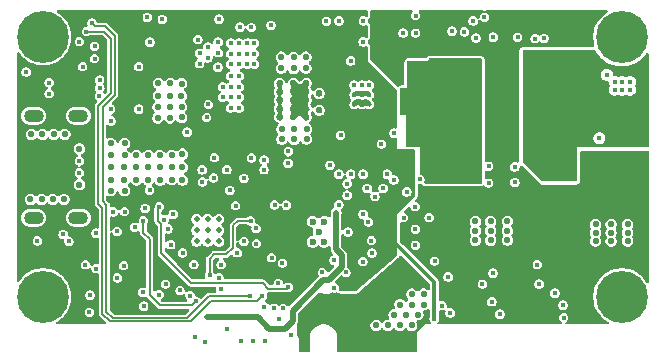
<source format=gbr>
%TF.GenerationSoftware,KiCad,Pcbnew,9.0.2*%
%TF.CreationDate,2026-02-05T18:46:00+01:00*%
%TF.ProjectId,PDNode-PDCard,50444e6f-6465-42d5-9044-436172642e6b,rev?*%
%TF.SameCoordinates,Original*%
%TF.FileFunction,Copper,L4,Inr*%
%TF.FilePolarity,Positive*%
%FSLAX46Y46*%
G04 Gerber Fmt 4.6, Leading zero omitted, Abs format (unit mm)*
G04 Created by KiCad (PCBNEW 9.0.2) date 2026-02-05 18:46:00*
%MOMM*%
%LPD*%
G01*
G04 APERTURE LIST*
%TA.AperFunction,ComponentPad*%
%ADD10C,0.700000*%
%TD*%
%TA.AperFunction,ComponentPad*%
%ADD11C,4.400000*%
%TD*%
%TA.AperFunction,HeatsinkPad*%
%ADD12C,0.500000*%
%TD*%
%TA.AperFunction,HeatsinkPad*%
%ADD13O,1.700000X1.100000*%
%TD*%
%TA.AperFunction,ComponentPad*%
%ADD14C,0.600000*%
%TD*%
%TA.AperFunction,ViaPad*%
%ADD15C,0.400000*%
%TD*%
%TA.AperFunction,ViaPad*%
%ADD16C,0.550000*%
%TD*%
%TA.AperFunction,Conductor*%
%ADD17C,0.200000*%
%TD*%
%TA.AperFunction,Conductor*%
%ADD18C,0.150000*%
%TD*%
%TA.AperFunction,Conductor*%
%ADD19C,0.800000*%
%TD*%
%TA.AperFunction,Conductor*%
%ADD20C,0.350000*%
%TD*%
%TA.AperFunction,Conductor*%
%ADD21C,0.250000*%
%TD*%
%TA.AperFunction,Conductor*%
%ADD22C,0.500000*%
%TD*%
G04 APERTURE END LIST*
D10*
%TO.N,GND*%
%TO.C,H3*%
X51500000Y31375000D03*
X50333274Y31858274D03*
X52666726Y31858274D03*
X49850000Y33025000D03*
D11*
X51500000Y33025000D03*
D10*
X53150000Y33025000D03*
X50333274Y34191726D03*
X52666726Y34191726D03*
X51500000Y34675000D03*
%TD*%
%TO.N,GND*%
%TO.C,H1*%
X2500000Y31375000D03*
X1333274Y31858274D03*
X3666726Y31858274D03*
X850000Y33025000D03*
D11*
X2500000Y33025000D03*
D10*
X4150000Y33025000D03*
X1333274Y34191726D03*
X3666726Y34191726D03*
X2500000Y34675000D03*
%TD*%
D12*
%TO.N,GND*%
%TO.C,IC2*%
X15500000Y17600000D03*
X15500000Y16650000D03*
X15500000Y15700000D03*
X16450000Y17600000D03*
X16450000Y16650000D03*
X16450000Y15700000D03*
X17400000Y17600000D03*
X17400000Y16650000D03*
X17400000Y15700000D03*
%TD*%
D13*
%TO.N,SHIELD*%
%TO.C,J1*%
X5500000Y26345000D03*
X1700000Y26345000D03*
X5500000Y17705000D03*
X1700000Y17705000D03*
%TD*%
D10*
%TO.N,GND*%
%TO.C,H2*%
X2500000Y9375000D03*
X1333274Y9858274D03*
X3666726Y9858274D03*
X850000Y11025000D03*
D11*
X2500000Y11025000D03*
D10*
X4150000Y11025000D03*
X1333274Y12191726D03*
X3666726Y12191726D03*
X2500000Y12675000D03*
%TD*%
D14*
%TO.N,GND*%
%TO.C,IC6*%
X26305000Y15665000D03*
X26305000Y17385000D03*
X25825000Y16525000D03*
X25345000Y15665000D03*
X25345000Y17385000D03*
%TD*%
D10*
%TO.N,GND*%
%TO.C,H4*%
X51500000Y9375000D03*
X50333274Y9858274D03*
X52666726Y9858274D03*
X49850000Y11025000D03*
D11*
X51500000Y11025000D03*
D10*
X53150000Y11025000D03*
X50333274Y12191726D03*
X52666726Y12191726D03*
X51500000Y12675000D03*
%TD*%
D15*
%TO.N,/Block Diagram/USB-PD Source Controller/VBUS_DET*%
X23275000Y11825000D03*
%TO.N,/Block Diagram/Board Connector and Supplies/VBUS_VMON_PORT0*%
X23525000Y7775000D03*
X15450000Y10625000D03*
X11000000Y17475000D03*
%TO.N,/Block Diagram/USB-PD Source Controller/1V8_INTERNAL*%
X20070000Y17450000D03*
X16600000Y12843585D03*
%TO.N,+24V*%
X31395000Y33375000D03*
X30800000Y33375000D03*
D16*
X52506041Y20093659D03*
X51174848Y20093659D03*
X49938066Y20093659D03*
X52506041Y18781348D03*
X50561178Y21481498D03*
X48606873Y20093659D03*
X28800000Y8600000D03*
X44205749Y16610000D03*
X49938066Y18837995D03*
D15*
X30800000Y32700000D03*
D16*
X50589501Y22954307D03*
X46879155Y17506802D03*
X51174848Y18781348D03*
X51920694Y22954307D03*
X24800000Y8600000D03*
X46860273Y15797966D03*
X44216770Y15797966D03*
D15*
X31400000Y34025000D03*
D16*
X45557403Y17506802D03*
X51930135Y21490939D03*
X46849252Y16610000D03*
X45527500Y16610000D03*
X29800000Y8600000D03*
D15*
X30800000Y34025000D03*
D16*
X48606873Y18837995D03*
X45538521Y15797966D03*
D15*
X31400000Y32700000D03*
D16*
X27800000Y8600000D03*
X44235652Y17506802D03*
%TO.N,GND*%
X3325000Y19275000D03*
D15*
X30300000Y15775000D03*
X20575000Y15525000D03*
X11550000Y32575000D03*
X29600000Y21400000D03*
X21225000Y22600000D03*
X6094810Y13732053D03*
D16*
X40400000Y17400000D03*
D15*
X34050000Y34825000D03*
X5850000Y30500000D03*
X7300000Y29350000D03*
X8250000Y25905000D03*
X15375000Y7650000D03*
D16*
X4350000Y24775000D03*
X33225000Y9500000D03*
D15*
X6425000Y9700000D03*
D16*
X40400000Y16600000D03*
D15*
X16000000Y20750000D03*
X26500000Y34350000D03*
X28550000Y21400000D03*
X23100000Y18775000D03*
X34400000Y20950000D03*
X9400000Y18225000D03*
X42450000Y20700000D03*
X26800000Y22150000D03*
D16*
X24811982Y24365727D03*
X33725000Y11250000D03*
X4275000Y19275000D03*
X41812016Y16610000D03*
D15*
X11330000Y34675000D03*
D16*
X50596492Y16441058D03*
D15*
X31150000Y23950000D03*
D16*
X23773463Y25211229D03*
D15*
X29600000Y18000000D03*
X8450000Y18205000D03*
X7000000Y16400000D03*
X34025000Y15375000D03*
D16*
X31700000Y8600000D03*
D15*
X19175000Y33850000D03*
X16250000Y7225000D03*
D16*
X32225000Y9500000D03*
X24759549Y31314736D03*
D15*
X30600000Y19500000D03*
D16*
X22724531Y25219797D03*
D15*
X40225000Y20650000D03*
X18950000Y14750000D03*
X27150000Y14125000D03*
D16*
X49296492Y17141058D03*
D15*
X11525000Y20025000D03*
X44500000Y12100000D03*
X20275000Y7275000D03*
X51525000Y28550000D03*
X40225000Y22075000D03*
X28150000Y13075000D03*
X7275000Y28025000D03*
X27550000Y18825000D03*
D16*
X3400000Y24775000D03*
X34725000Y11250000D03*
X32700000Y8600000D03*
X30700000Y8600000D03*
X22665804Y31306520D03*
D15*
X31650000Y21400000D03*
X28250000Y20600000D03*
D16*
X22718237Y24357511D03*
D15*
X32200000Y20900000D03*
D16*
X39100000Y17400000D03*
D15*
X8225000Y26900000D03*
X11150000Y18500000D03*
X10250000Y16900000D03*
D16*
X39100000Y16600000D03*
D15*
X32225000Y24875000D03*
D16*
X34250000Y9500000D03*
X49296492Y15741058D03*
X33700000Y8600000D03*
D15*
X29530000Y28942081D03*
X50900000Y29225000D03*
X41175000Y9550000D03*
X10950000Y11400000D03*
D16*
X52008508Y15751058D03*
X39100000Y15800000D03*
X34725000Y10350000D03*
D15*
X9325000Y13650000D03*
X27550000Y34375000D03*
X1075000Y30050000D03*
X22425000Y12150000D03*
X34045000Y33350000D03*
X36975000Y9650000D03*
D16*
X1500000Y24775000D03*
D15*
X30105000Y28942081D03*
X17550000Y11700000D03*
D16*
X52008508Y16451058D03*
D15*
X22100000Y18800000D03*
D16*
X2450000Y24775000D03*
X40400000Y15800000D03*
D15*
X4200000Y16300000D03*
D16*
X41812016Y15810000D03*
D15*
X29625000Y34375000D03*
X14700000Y24950000D03*
X26150000Y13075000D03*
D16*
X33725000Y10350000D03*
D15*
X35650000Y14050000D03*
X28250000Y19600000D03*
X39700000Y12100000D03*
D16*
X50596492Y15741058D03*
X23714736Y31297952D03*
D15*
X31300000Y20200000D03*
D16*
X32725000Y10350000D03*
D15*
X51525000Y29225000D03*
X33000000Y33350000D03*
X33025000Y17725000D03*
D16*
X24763745Y30383216D03*
D15*
X19275000Y7275000D03*
X10600000Y26900000D03*
X5575000Y32625000D03*
X21850000Y14325000D03*
D16*
X49296492Y16441058D03*
X41812016Y17410000D03*
D15*
X27550000Y21400000D03*
D16*
X23718932Y30366432D03*
X50596492Y17141058D03*
X2375000Y19275000D03*
D15*
X29950000Y20200000D03*
X29575000Y14000000D03*
X33300000Y19900000D03*
D16*
X52008508Y17151058D03*
D15*
X6475000Y11150000D03*
X4700000Y15700000D03*
X42450000Y22025000D03*
X38925000Y34375000D03*
X35200000Y17725000D03*
X21275000Y7275000D03*
D16*
X24818276Y25228013D03*
D15*
X39150000Y32925000D03*
D16*
X22670000Y30375000D03*
D15*
X30350000Y14725000D03*
X7300000Y28700000D03*
X50900000Y28550000D03*
X10600000Y30500000D03*
X52200000Y29225000D03*
X20150000Y33825000D03*
D16*
X1425000Y19275000D03*
D15*
X28837404Y28925000D03*
X18100000Y8275000D03*
X52200000Y28550000D03*
X14950000Y11100000D03*
D16*
X23767169Y24348943D03*
D15*
X30050000Y17350000D03*
X27175000Y11775000D03*
%TO.N,/Block Diagram/USB-PD Source Controller/3V3_INTERNAL*%
X17400000Y12630000D03*
X15275000Y13750000D03*
D16*
%TO.N,/Block Diagram/Adjustable 5A Buck Converter/SW1*%
X52359219Y24068061D03*
X51882930Y26183158D03*
X50548711Y26190097D03*
X47826283Y26224069D03*
X45063193Y28829808D03*
X47830437Y24710726D03*
X47792673Y30347053D03*
X49251321Y26218847D03*
X45111405Y24729608D03*
X46397412Y28822869D03*
X49270203Y28937879D03*
X47794813Y27508057D03*
X51857633Y27545176D03*
X46441470Y26236012D03*
X51025000Y24075000D03*
X46410000Y27520000D03*
X46407860Y30358996D03*
X49258260Y27553066D03*
X50523414Y27552115D03*
X45107251Y26242951D03*
X47782225Y28810926D03*
X46445624Y24722669D03*
X45073641Y30365935D03*
X45075781Y27526939D03*
X52384219Y24943061D03*
X51050000Y24950000D03*
%TO.N,VBUS*%
X8250000Y20000000D03*
X8250000Y22000000D03*
X8250000Y24005000D03*
X13381726Y20939610D03*
X5580000Y20505000D03*
X14300000Y22000000D03*
X9400000Y23000000D03*
X5580000Y23545000D03*
X10400000Y23000000D03*
X9400000Y20000000D03*
X8251190Y20917749D03*
X11400000Y20900000D03*
X12400000Y23000000D03*
X12400000Y22000000D03*
X10400000Y22000000D03*
X14300000Y23100000D03*
X14300000Y20900000D03*
X8250000Y23000000D03*
X9388228Y21997887D03*
X11400000Y23000000D03*
X13400000Y22000000D03*
X12423286Y20899675D03*
X10406570Y20909659D03*
X13400000Y23000000D03*
X9408195Y24005000D03*
X11400000Y22000000D03*
X9388228Y20909659D03*
D15*
%TO.N,/Block Diagram/Adjustable 5A Buck Converter/SW2*%
X29530000Y28115000D03*
X30105000Y28115000D03*
D16*
X34985820Y24863435D03*
X34994279Y28751400D03*
X35000000Y30075000D03*
X37744279Y28751400D03*
X36364923Y23566860D03*
X35039103Y26223425D03*
X36395820Y24883435D03*
X36410000Y30095000D03*
X35000000Y27500000D03*
X36410000Y27520000D03*
X37774923Y23586860D03*
X37789103Y26223425D03*
D15*
X28830000Y28115000D03*
D16*
X35024923Y23586860D03*
X36379103Y26203425D03*
X36404279Y28771400D03*
X37750000Y30075000D03*
X37735820Y24863435D03*
X37750000Y27500000D03*
%TO.N,/Block Diagram/Adjustable 5A Buck Converter/VOUT*%
X22527966Y26937475D03*
X25878847Y28235409D03*
X23700000Y28400000D03*
X22527262Y27665107D03*
X24776284Y27666052D03*
X22527966Y26237475D03*
X23700000Y29100000D03*
X23700000Y27680000D03*
X24776988Y26938420D03*
X23700704Y26952368D03*
D15*
X30123672Y27313385D03*
X23275000Y23325000D03*
X29505000Y27300000D03*
D16*
X24776988Y26238420D03*
X23700704Y26252368D03*
X25878847Y26815409D03*
D15*
X28830000Y27300000D03*
D16*
X24776284Y28386052D03*
X24776284Y29086052D03*
X22527262Y29085107D03*
X22527262Y28385107D03*
D15*
%TO.N,+3.3VA*%
X14320000Y14730000D03*
%TO.N,+3.3V*%
X30750000Y16775000D03*
X28550000Y34350000D03*
X24200000Y14400000D03*
X16000000Y13640000D03*
X21075000Y12725000D03*
X20550000Y18725000D03*
X20200000Y12800000D03*
X23175000Y13075000D03*
X25125000Y13075000D03*
X11050000Y15300000D03*
X20500000Y19950000D03*
X11475000Y33375000D03*
X22350000Y15200000D03*
X9725000Y11450000D03*
X35625000Y9150000D03*
X24200000Y11800000D03*
X10100000Y13825000D03*
X8700000Y10225000D03*
X24350000Y15050000D03*
%TO.N,SHIELD*%
X3025000Y29150000D03*
X3025000Y28225000D03*
%TO.N,+5V*%
X27325000Y18150000D03*
X12325000Y11200000D03*
X27330699Y15044301D03*
X16350000Y9300000D03*
X12775000Y17551000D03*
%TO.N,Net-(D1-Pad2)*%
X46525000Y10300000D03*
X42675000Y33000000D03*
%TO.N,Net-(IC4-Y)*%
X39875000Y34700000D03*
X40600000Y13025000D03*
X36800000Y12700000D03*
%TO.N,Net-(D2-Pad2)*%
X46575000Y9250000D03*
X44900000Y32900000D03*
%TO.N,Net-(IC5-Y)*%
X44350000Y13750000D03*
X44150000Y32875000D03*
%TO.N,Net-(D3-Pad1)*%
X45830000Y11325000D03*
X40625000Y33000000D03*
%TO.N,/Block Diagram/USB-PD Source Controller/CC1*%
X5580000Y22525000D03*
X13075000Y16775000D03*
%TO.N,/Block Diagram/USB-PD Source Controller/CC2*%
X5580000Y21525000D03*
X13525000Y18000000D03*
%TO.N,PMIC_EN*%
X22850000Y10025000D03*
X29610000Y32600000D03*
X40500000Y10600000D03*
D16*
%TO.N,/Block Diagram/USB-PD Source Controller/CURR_MEA*%
X13250000Y27099581D03*
X14220361Y28028070D03*
X14250312Y26201044D03*
X13281889Y29086347D03*
X12263546Y28048037D03*
X13250000Y26161109D03*
X12243579Y27099581D03*
X12223611Y26161109D03*
X12273530Y29096330D03*
X14230344Y29066379D03*
X13250000Y28037500D03*
X14230344Y27100000D03*
D15*
%TO.N,PGOOD_COMBINED*%
X21250000Y10175000D03*
X8800000Y12625000D03*
X2025000Y15750000D03*
%TO.N,/Block Diagram/Adjustable 5A Buck Converter/FEEDBACK*%
X15970000Y21775000D03*
X27700000Y24700000D03*
%TO.N,PGOOD_PMIC*%
X36275000Y10275000D03*
X28550000Y31000000D03*
X8775000Y16550000D03*
%TO.N,/Block Diagram/USB-PD Source Controller/SPI_CLK*%
X19510000Y15700000D03*
%TO.N,/Block Diagram/USB-PD Source Controller/PDO3*%
X19510000Y21040000D03*
X20145990Y22781289D03*
%TO.N,/Block Diagram/USB-PD Source Controller/PDO4*%
X18060000Y21775000D03*
%TO.N,/Block Diagram/USB-PD Source Controller/DISCHARGE*%
X20550000Y16800000D03*
X16500000Y27300000D03*
X21800000Y34000000D03*
%TO.N,/Block Diagram/USB-PD Source Controller/PD_IRQ*%
X18800000Y18730000D03*
%TO.N,/Block Diagram/USB-PD Source Controller/SPI_MOSI*%
X17587568Y13744585D03*
%TO.N,/Block Diagram/USB-PD Source Controller/VBUS_EN*%
X17400000Y34525000D03*
X18325000Y20025000D03*
%TO.N,Net-(IC3-A0)*%
X6860000Y32225000D03*
%TO.N,/Block Diagram/USB-PD Source Controller/VBUS_DET*%
X12350000Y18660000D03*
%TO.N,Net-(IC3-A1)*%
X6860000Y31185000D03*
%TO.N,/Block Diagram/USB-PD Source Controller/PD_ENABLE*%
X13310000Y15425000D03*
X22475000Y9150000D03*
X14100000Y11550000D03*
%TO.N,Net-(T1-G)*%
X49600000Y24450000D03*
X38175000Y33450000D03*
%TO.N,Net-(T2-G)*%
X37125000Y33500000D03*
X50250000Y29800000D03*
%TO.N,/Block Diagram/USB-PD Source Controller/PDO2*%
X21210000Y21775000D03*
%TO.N,Net-(T3-G)*%
X17300000Y30450000D03*
X15600000Y32800000D03*
%TO.N,/Block Diagram/USB-PD Source Controller/PDO5*%
X16941979Y21083021D03*
X17010000Y22795000D03*
%TO.N,/Block Diagram/Board Connector and Supplies/I2C_SDA*%
X6175000Y33475000D03*
X34025000Y16750000D03*
X21050000Y11090000D03*
%TO.N,/Block Diagram/Board Connector and Supplies/I2C_SCL*%
X6650000Y34200000D03*
X20025000Y11090000D03*
X34000000Y18650000D03*
%TO.N,PGOOD_3V3*%
X7000000Y13400000D03*
X22775000Y13875000D03*
X28325000Y16500000D03*
%TO.N,Net-(JP1-C)*%
X11025000Y10225000D03*
%TO.N,/Block Diagram/Board Connector and Supplies/PORT_EN*%
X22025000Y10050000D03*
X12875000Y12100000D03*
%TO.N,/Block Diagram/USB-PD Source Controller/V_SOURCE*%
X18400000Y30700000D03*
X18400000Y29700000D03*
X17700000Y28800000D03*
X20400000Y31600000D03*
X19100000Y27000000D03*
X19100000Y32500000D03*
X17700000Y27900000D03*
X18400000Y28800000D03*
X18400000Y27000000D03*
X19100000Y27900000D03*
X20400000Y32500000D03*
X18400000Y31600000D03*
X19800000Y31600000D03*
X16350000Y26200000D03*
X23260000Y22320000D03*
X19100000Y29700000D03*
X20400000Y30700000D03*
X19100000Y31600000D03*
X19100000Y30700000D03*
X18400000Y32500000D03*
X19100000Y28800000D03*
X19800000Y30700000D03*
X18400000Y27900000D03*
X19800000Y32500000D03*
%TO.N,/Block Diagram/USB-PD Source Controller/T3T4DS*%
X16450000Y31250000D03*
X17323211Y32581788D03*
X17323211Y31681788D03*
X12600000Y34500000D03*
X16450000Y32150000D03*
X15750000Y31650000D03*
X15750000Y30750000D03*
%TD*%
D17*
%TO.N,/Block Diagram/USB-PD Source Controller/VBUS_DET*%
X12225000Y18535000D02*
X12350000Y18660000D01*
X12225000Y17463189D02*
X12225000Y18535000D01*
X12500000Y14725000D02*
X12500000Y17188189D01*
X21096000Y12179000D02*
X15046000Y12179000D01*
X15046000Y12179000D02*
X12500000Y14725000D01*
X23149000Y11699000D02*
X21576000Y11699000D01*
X12500000Y17188189D02*
X12225000Y17463189D01*
X23275000Y11825000D02*
X23149000Y11699000D01*
X21576000Y11699000D02*
X21096000Y12179000D01*
%TO.N,/Block Diagram/Board Connector and Supplies/VBUS_VMON_PORT0*%
X12400000Y10300000D02*
X15125000Y10300000D01*
X11550000Y11150000D02*
X12400000Y10300000D01*
X11550000Y15900000D02*
X11550000Y11150000D01*
X11000000Y16450000D02*
X11550000Y15900000D01*
X15125000Y10300000D02*
X15450000Y10625000D01*
X11000000Y17475000D02*
X11000000Y16450000D01*
D18*
%TO.N,/Block Diagram/USB-PD Source Controller/1V8_INTERNAL*%
X18975000Y17450000D02*
X18600000Y17075000D01*
X20070000Y17450000D02*
X18975000Y17450000D01*
X18025000Y14600000D02*
X16950000Y14600000D01*
X16950000Y14600000D02*
X16600000Y14250000D01*
X16600000Y14250000D02*
X16600000Y12843585D01*
X18600000Y17075000D02*
X18600000Y15175000D01*
X18600000Y15175000D02*
X18025000Y14600000D01*
D19*
%TO.N,+24V*%
X39925000Y31800000D02*
X41300000Y30425000D01*
X31800000Y31800000D02*
X39925000Y31800000D01*
X44225000Y17750000D02*
X44225000Y15806196D01*
X41300000Y30425000D02*
X41300000Y20675000D01*
X31100000Y34025000D02*
X31100000Y32500000D01*
X44225000Y15806196D02*
X44216770Y15797966D01*
X30800000Y34025000D02*
X31100000Y34025000D01*
X41300000Y20675000D02*
X44225000Y17750000D01*
X31100000Y32500000D02*
X31800000Y31800000D01*
D20*
%TO.N,+3.3V*%
X32200000Y15675000D02*
X35625000Y12250000D01*
D17*
X28550000Y32300000D02*
X26850000Y30600000D01*
D21*
X17425000Y33750000D02*
X18650000Y34975000D01*
D20*
X35625000Y12250000D02*
X35625000Y9150000D01*
D17*
X26850000Y24350000D02*
X25700000Y23200000D01*
D21*
X28550000Y34600000D02*
X28550000Y34350000D01*
D17*
X26850000Y30600000D02*
X26850000Y24350000D01*
D21*
X11475000Y33375000D02*
X11850000Y33750000D01*
D17*
X25700000Y23200000D02*
X25700000Y20325000D01*
D20*
X31675000Y15675000D02*
X32200000Y15675000D01*
D21*
X28175000Y34975000D02*
X28550000Y34600000D01*
D17*
X28550000Y34350000D02*
X28550000Y32300000D01*
D20*
X30750000Y16775000D02*
X30750000Y16600000D01*
D17*
X25325000Y19950000D02*
X20500000Y19950000D01*
D20*
X30750000Y16600000D02*
X31675000Y15675000D01*
D21*
X18650000Y34975000D02*
X28175000Y34975000D01*
D17*
X25700000Y20325000D02*
X25325000Y19950000D01*
D21*
X11850000Y33750000D02*
X17425000Y33750000D01*
D22*
%TO.N,+5V*%
X26224943Y12449943D02*
X23625000Y9850000D01*
X27300000Y15075000D02*
X27300000Y18125000D01*
X27330699Y15044301D02*
X27375000Y15000000D01*
X22975000Y8300000D02*
X21675000Y8300000D01*
X23625000Y8950000D02*
X22975000Y8300000D01*
X27800000Y14525000D02*
X27800000Y13574943D01*
X27375000Y14950000D02*
X27800000Y14525000D01*
X27375000Y15000000D02*
X27375000Y14950000D01*
X23625000Y9850000D02*
X23625000Y8950000D01*
X20675000Y9300000D02*
X16350000Y9300000D01*
X27330699Y15044301D02*
X27300000Y15075000D01*
X27800000Y13574943D02*
X26675000Y12449943D01*
X21675000Y8300000D02*
X20675000Y9300000D01*
X26675000Y12449943D02*
X26224943Y12449943D01*
X27300000Y18125000D02*
X27325000Y18150000D01*
D18*
%TO.N,/Block Diagram/Board Connector and Supplies/I2C_SDA*%
X7625000Y33475000D02*
X6175000Y33475000D01*
X21050000Y11090000D02*
X20610000Y10650000D01*
X7175000Y27200000D02*
X8225000Y28250000D01*
X20610000Y10650000D02*
X16700000Y10650000D01*
X8175000Y8950000D02*
X7525000Y9600000D01*
X7525000Y9600000D02*
X7525000Y18550000D01*
X7525000Y18550000D02*
X7175000Y18900000D01*
X8225000Y32875000D02*
X7625000Y33475000D01*
X8225000Y28250000D02*
X8225000Y32875000D01*
X7175000Y18900000D02*
X7175000Y27200000D01*
X16700000Y10650000D02*
X15000000Y8950000D01*
X15000000Y8950000D02*
X8175000Y8950000D01*
%TO.N,/Block Diagram/Board Connector and Supplies/I2C_SCL*%
X7750000Y33950000D02*
X8600000Y33100000D01*
X16540000Y11090000D02*
X20025000Y11090000D01*
X7875000Y18825000D02*
X7875000Y9750000D01*
X14675000Y9225000D02*
X16540000Y11090000D01*
X7550000Y27075000D02*
X7550000Y19150000D01*
X8600000Y28125000D02*
X7550000Y27075000D01*
X6650000Y34200000D02*
X6900000Y33950000D01*
X7550000Y19150000D02*
X7875000Y18825000D01*
X7875000Y9750000D02*
X8400000Y9225000D01*
X8400000Y9225000D02*
X14675000Y9225000D01*
X6900000Y33950000D02*
X7750000Y33950000D01*
X8600000Y33100000D02*
X8600000Y28125000D01*
%TD*%
%TA.AperFunction,Conductor*%
%TO.N,/Block Diagram/Adjustable 5A Buck Converter/SW2*%
G36*
X39643039Y31176615D02*
G01*
X39688794Y31123811D01*
X39700000Y31072300D01*
X39700000Y20724000D01*
X39680315Y20656961D01*
X39627511Y20611206D01*
X39576000Y20600000D01*
X34878855Y20600000D01*
X34811816Y20619685D01*
X34766061Y20672489D01*
X34756117Y20741647D01*
X34771468Y20786000D01*
X34772910Y20788498D01*
X34776189Y20794177D01*
X34803700Y20896852D01*
X34803700Y21003148D01*
X34776189Y21105823D01*
X34723041Y21197878D01*
X34647878Y21273041D01*
X34560638Y21323409D01*
X34555825Y21326188D01*
X34555826Y21326188D01*
X34555823Y21326189D01*
X34491905Y21343316D01*
X34432246Y21379681D01*
X34401717Y21442528D01*
X34400000Y21463090D01*
X34400000Y23700000D01*
X33945379Y23700000D01*
X33927733Y23701262D01*
X33876000Y23708700D01*
X33324000Y23708700D01*
X33256961Y23728385D01*
X33211206Y23781189D01*
X33200000Y23832700D01*
X33200000Y26400000D01*
X32832700Y26400000D01*
X32765661Y26419685D01*
X32719906Y26472489D01*
X32708700Y26524000D01*
X32708700Y28448639D01*
X32708625Y28450033D01*
X32707504Y28470949D01*
X32704670Y28497307D01*
X32695891Y28525342D01*
X32691632Y28538945D01*
X32690384Y28608804D01*
X32727102Y28668247D01*
X32790129Y28698403D01*
X32809966Y28700000D01*
X33300000Y28700000D01*
X33300000Y30876000D01*
X33319685Y30943039D01*
X33372489Y30988794D01*
X33424000Y31000000D01*
X35000000Y31000000D01*
X35159981Y31159981D01*
X35221304Y31193466D01*
X35247662Y31196300D01*
X39576000Y31196300D01*
X39643039Y31176615D01*
G37*
%TD.AperFunction*%
%TA.AperFunction,Conductor*%
G36*
X30128198Y28380315D02*
G01*
X30164174Y28344341D01*
X30164234Y28344385D01*
X30164543Y28343972D01*
X30165473Y28343042D01*
X30166891Y28340836D01*
X30202479Y28293295D01*
X30202495Y28293277D01*
X30249495Y28246278D01*
X30269199Y28220601D01*
X30278545Y28204413D01*
X30278547Y28204411D01*
X30290935Y28174506D01*
X30294411Y28161532D01*
X30295775Y28156444D01*
X30300000Y28124350D01*
X30300000Y28105652D01*
X30295774Y28073556D01*
X30290935Y28055498D01*
X30278547Y28025593D01*
X30278545Y28025589D01*
X30269199Y28009403D01*
X30249499Y27983730D01*
X30224559Y27958790D01*
X30224544Y27958773D01*
X30223707Y27957733D01*
X30223452Y27957557D01*
X30222335Y27956312D01*
X30222040Y27956577D01*
X30166308Y27917895D01*
X30096482Y27915413D01*
X30095077Y27915781D01*
X30045502Y27929064D01*
X30015594Y27941452D01*
X29975680Y27964496D01*
X29975679Y27964497D01*
X29975673Y27964500D01*
X29947127Y27978207D01*
X29944199Y27979349D01*
X29938350Y27981629D01*
X29938346Y27981631D01*
X29938344Y27981631D01*
X29929052Y27984411D01*
X29905978Y27991315D01*
X29866837Y27999643D01*
X29774196Y27998330D01*
X29774194Y27998330D01*
X29706298Y27981859D01*
X29651154Y27959783D01*
X29619406Y27941452D01*
X29589503Y27929066D01*
X29589501Y27929065D01*
X29571443Y27924226D01*
X29539347Y27920000D01*
X29520652Y27920000D01*
X29488556Y27924226D01*
X29470498Y27929065D01*
X29440596Y27941451D01*
X29401319Y27964127D01*
X29401302Y27964136D01*
X29374549Y27977131D01*
X29374526Y27977141D01*
X29341770Y27990255D01*
X29319432Y27994012D01*
X29307915Y27996517D01*
X29288973Y28001592D01*
X29260093Y28005393D01*
X29234969Y28008700D01*
X29125031Y28008700D01*
X29125030Y28008700D01*
X29071020Y28001590D01*
X29071011Y28001588D01*
X29009019Y27984978D01*
X28958681Y27964128D01*
X28958677Y27964126D01*
X28919402Y27941451D01*
X28889501Y27929066D01*
X28840876Y27916036D01*
X28771026Y27917697D01*
X28721100Y27948128D01*
X28685503Y27983724D01*
X28665795Y28009408D01*
X28656451Y28025593D01*
X28644063Y28055502D01*
X28639224Y28073564D01*
X28635000Y28105653D01*
X28635000Y28124350D01*
X28639223Y28156435D01*
X28644061Y28174495D01*
X28656452Y28204411D01*
X28665800Y28220601D01*
X28685506Y28246280D01*
X28727668Y28288441D01*
X28727672Y28288445D01*
X28729316Y28290485D01*
X28755670Y28323187D01*
X28764387Y28336750D01*
X28768432Y28343043D01*
X28821237Y28388796D01*
X28872745Y28400000D01*
X30061159Y28400000D01*
X30128198Y28380315D01*
G37*
%TD.AperFunction*%
%TD*%
%TA.AperFunction,Conductor*%
%TO.N,/Block Diagram/Adjustable 5A Buck Converter/VOUT*%
G36*
X23751309Y29365777D02*
G01*
X23788451Y29355825D01*
X23818352Y29343439D01*
X23838665Y29331712D01*
X23851645Y29324218D01*
X23877326Y29304512D01*
X23904509Y29277329D01*
X23924212Y29251652D01*
X23954039Y29199992D01*
X23954042Y29199987D01*
X23954048Y29199979D01*
X23977047Y29167680D01*
X23977053Y29167672D01*
X24007821Y29132163D01*
X24010930Y29128672D01*
X24011566Y29127958D01*
X24045597Y29104416D01*
X24087948Y29075118D01*
X24087949Y29075118D01*
X24087950Y29075117D01*
X24152815Y29049149D01*
X24177051Y29041128D01*
X24230095Y29039324D01*
X24269875Y29037971D01*
X24269878Y29037971D01*
X24338485Y29051194D01*
X24363211Y29057549D01*
X24363213Y29057551D01*
X24363215Y29057551D01*
X24408314Y29084414D01*
X24443008Y29105079D01*
X24493575Y29153295D01*
X24530295Y29199989D01*
X24552066Y29237701D01*
X24571765Y29263375D01*
X24598963Y29290572D01*
X24624632Y29310268D01*
X24657930Y29329493D01*
X24687828Y29341876D01*
X24724973Y29351829D01*
X24757063Y29356052D01*
X24795505Y29356052D01*
X24827597Y29351827D01*
X24864733Y29341877D01*
X24894637Y29329491D01*
X24927928Y29310271D01*
X24953606Y29290569D01*
X24980797Y29263377D01*
X25000500Y29237699D01*
X25019720Y29204408D01*
X25032106Y29174506D01*
X25042058Y29137369D01*
X25046284Y29105272D01*
X25046284Y29066833D01*
X25042058Y29034737D01*
X25032107Y28997603D01*
X25019722Y28967702D01*
X24982020Y28902398D01*
X24982018Y28902394D01*
X24962522Y28856869D01*
X24962515Y28856849D01*
X24959748Y28847426D01*
X24959678Y28847187D01*
X24958070Y28841709D01*
X24957851Y28841232D01*
X24948625Y28817436D01*
X24947688Y28806354D01*
X24946042Y28800745D01*
X24944787Y28795794D01*
X24944782Y28795775D01*
X24942210Y28785622D01*
X24942643Y28753699D01*
X24942726Y28747630D01*
X24940805Y28724886D01*
X24941576Y28719419D01*
X24943106Y28719635D01*
X24943380Y28699532D01*
X24943379Y28699530D01*
X24943471Y28692756D01*
X24943472Y28692751D01*
X24946493Y28680297D01*
X24948771Y28668390D01*
X24950560Y28655708D01*
X24950563Y28655694D01*
X24967143Y28598661D01*
X24969529Y28593399D01*
X24969651Y28593131D01*
X24978984Y28574967D01*
X25019143Y28505409D01*
X25019722Y28504406D01*
X25030243Y28480793D01*
X25031257Y28477677D01*
X25040195Y28444323D01*
X25051709Y28412157D01*
X25054825Y28405285D01*
X25056957Y28398736D01*
X25057782Y28370421D01*
X25061737Y28342365D01*
X25058798Y28335529D01*
X25058992Y28328896D01*
X25048360Y28311243D01*
X25036526Y28283708D01*
X25032134Y28278122D01*
X25032126Y28278112D01*
X25008085Y28247543D01*
X25008081Y28247537D01*
X24976252Y28192407D01*
X24976240Y28192384D01*
X24963242Y28165628D01*
X24950122Y28132856D01*
X24947978Y28120111D01*
X24947977Y28120112D01*
X24945187Y28103524D01*
X24944113Y28103838D01*
X24940270Y28090750D01*
X24936436Y28075620D01*
X24936739Y28053283D01*
X24935407Y28045361D01*
X24935407Y28045353D01*
X24937292Y28005762D01*
X24937414Y28003628D01*
X24937699Y27982748D01*
X24938559Y27979201D01*
X24938733Y27975562D01*
X24939366Y27969762D01*
X24939367Y27969752D01*
X24941129Y27953621D01*
X24941504Y27950189D01*
X24941695Y27949731D01*
X24947584Y27935581D01*
X24949565Y27930510D01*
X24951962Y27923951D01*
X24954175Y27914835D01*
X24967065Y27882638D01*
X24967710Y27880875D01*
X24968177Y27873684D01*
X24974028Y27863550D01*
X24974041Y27863525D01*
X24974042Y27863525D01*
X24974950Y27861952D01*
X25019720Y27784408D01*
X25032107Y27754504D01*
X25042058Y27717369D01*
X25046284Y27685273D01*
X25046284Y27646834D01*
X25042058Y27614739D01*
X25032106Y27577600D01*
X25019720Y27547697D01*
X24974539Y27469440D01*
X24955876Y27426692D01*
X24954480Y27421071D01*
X24950587Y27408359D01*
X24949812Y27406242D01*
X24948373Y27402709D01*
X24948185Y27401798D01*
X24947700Y27400474D01*
X24947589Y27400213D01*
X24946612Y27397500D01*
X24946542Y27397307D01*
X24938952Y27376216D01*
X24938949Y27376204D01*
X24937827Y27357491D01*
X24935528Y27340035D01*
X24934340Y27334240D01*
X24930760Y27308995D01*
X24930760Y27308984D01*
X24931955Y27300778D01*
X24933704Y27288764D01*
X24933389Y27283494D01*
X24935497Y27270795D01*
X24936302Y27270929D01*
X24941244Y27236996D01*
X24941113Y27236974D01*
X24942208Y27230377D01*
X24942400Y27229060D01*
X24942407Y27229017D01*
X24944146Y27217075D01*
X24944675Y27215061D01*
X24962172Y27159934D01*
X24962174Y27159929D01*
X24962805Y27157942D01*
X24969413Y27144267D01*
X24969417Y27144261D01*
X24970228Y27142889D01*
X24974992Y27135466D01*
X25020426Y27056772D01*
X25029481Y27037401D01*
X25031381Y27032209D01*
X25036013Y27014926D01*
X25049694Y26978131D01*
X25054789Y26967588D01*
X25055383Y26966648D01*
X25057937Y26959673D01*
X25059832Y26930712D01*
X25064588Y26902077D01*
X25062097Y26896083D01*
X25062499Y26889953D01*
X25050716Y26868682D01*
X25038967Y26840395D01*
X25013371Y26807846D01*
X25013363Y26807834D01*
X24982722Y26754763D01*
X24969710Y26727976D01*
X24969709Y26727974D01*
X24956595Y26695212D01*
X24956593Y26695205D01*
X24954452Y26682477D01*
X24954453Y26682476D01*
X24951664Y26665888D01*
X24950590Y26666203D01*
X24946747Y26653114D01*
X24942913Y26637986D01*
X24943216Y26615650D01*
X24941885Y26607728D01*
X24941884Y26607716D01*
X24943768Y26568174D01*
X24943893Y26565994D01*
X24944178Y26545114D01*
X24945036Y26541577D01*
X24945210Y26537930D01*
X24945844Y26532128D01*
X24945845Y26532111D01*
X24947624Y26515834D01*
X24947983Y26512552D01*
X24947985Y26512548D01*
X24954067Y26497933D01*
X24960086Y26479536D01*
X24960646Y26477227D01*
X24981454Y26425252D01*
X24982727Y26422071D01*
X24989655Y26410072D01*
X25020424Y26356777D01*
X25032810Y26326875D01*
X25042762Y26289738D01*
X25046988Y26257641D01*
X25046988Y26219201D01*
X25042762Y26187105D01*
X25032811Y26149970D01*
X25020424Y26120066D01*
X25001201Y26086771D01*
X24981495Y26061090D01*
X24940768Y26020363D01*
X24931558Y26012187D01*
X24931561Y26012184D01*
X24931315Y26011972D01*
X24929754Y26010585D01*
X24929337Y26010258D01*
X24893817Y25979480D01*
X24889619Y25975742D01*
X24889611Y25975734D01*
X24887025Y25971994D01*
X24832694Y25928063D01*
X24763238Y25920479D01*
X24700707Y25951650D01*
X24695310Y25956974D01*
X24694044Y25958302D01*
X24680312Y25972704D01*
X24680301Y25972713D01*
X24633624Y26009421D01*
X24633615Y26009427D01*
X24625333Y26014209D01*
X24599663Y26033907D01*
X24572471Y26061098D01*
X24552771Y26086772D01*
X24522945Y26138433D01*
X24499930Y26170753D01*
X24499926Y26170758D01*
X24499919Y26170767D01*
X24469217Y26206198D01*
X24465418Y26210465D01*
X24465415Y26210468D01*
X24389036Y26263303D01*
X24389037Y26263303D01*
X24389032Y26263306D01*
X24324167Y26289273D01*
X24324166Y26289274D01*
X24324157Y26289277D01*
X24299933Y26297294D01*
X24299927Y26297295D01*
X24207106Y26300451D01*
X24207105Y26300451D01*
X24138507Y26287229D01*
X24138494Y26287226D01*
X24113776Y26280872D01*
X24113772Y26280871D01*
X24033978Y26233342D01*
X24033977Y26233341D01*
X23983413Y26185129D01*
X23946695Y26138439D01*
X23946688Y26138428D01*
X23924916Y26100718D01*
X23905212Y26075039D01*
X23870073Y26039900D01*
X23854326Y26026578D01*
X23842156Y26017912D01*
X23842140Y26017899D01*
X23806706Y25987194D01*
X23796937Y25978493D01*
X23795412Y25980205D01*
X23745710Y25948993D01*
X23675844Y25949724D01*
X23635373Y25970857D01*
X23599685Y25998922D01*
X23577082Y26011972D01*
X23549054Y26028154D01*
X23523373Y26047860D01*
X23496194Y26075039D01*
X23476488Y26100720D01*
X23457740Y26133192D01*
X23457264Y26134016D01*
X23444877Y26163924D01*
X23437695Y26190727D01*
X23437694Y26190728D01*
X23437692Y26190738D01*
X23431196Y26208807D01*
X23427042Y26278550D01*
X23432373Y26294887D01*
X23432256Y26294927D01*
X23433699Y26299101D01*
X23433703Y26299108D01*
X23444878Y26340819D01*
X23457261Y26370717D01*
X23494965Y26436019D01*
X23514029Y26480086D01*
X23530399Y26534343D01*
X23534032Y26548054D01*
X23534033Y26550141D01*
X23534776Y26552799D01*
X23534068Y26604811D01*
X23534092Y26640935D01*
X23534091Y26640936D01*
X23534092Y26641087D01*
X23534053Y26641397D01*
X23533844Y26643151D01*
X23533604Y26645294D01*
X23533513Y26645670D01*
X23526039Y26676474D01*
X23525627Y26678232D01*
X23525464Y26678949D01*
X23518661Y26708941D01*
X23511504Y26733436D01*
X23511408Y26733586D01*
X23500693Y26754404D01*
X23494965Y26768716D01*
X23457264Y26834017D01*
X23446090Y26859698D01*
X23445450Y26861786D01*
X23437693Y26890737D01*
X23430189Y26911610D01*
X23429323Y26914438D01*
X23428950Y26946512D01*
X23427040Y26978545D01*
X23428525Y26983095D01*
X23428511Y26984303D01*
X23429363Y26985665D01*
X23432372Y26994883D01*
X23432254Y26994923D01*
X23433701Y26999105D01*
X23433703Y26999109D01*
X23444879Y27040826D01*
X23457264Y27070725D01*
X23502450Y27148985D01*
X23521125Y27191774D01*
X23521125Y27191783D01*
X23522450Y27197117D01*
X23524423Y27204173D01*
X23526718Y27211536D01*
X23528605Y27215685D01*
X23529741Y27221232D01*
X23531586Y27227146D01*
X23532243Y27228133D01*
X23533197Y27231440D01*
X23533118Y27231464D01*
X23533120Y27231472D01*
X23533066Y27231490D01*
X23533668Y27233258D01*
X23533670Y27233268D01*
X23533676Y27233281D01*
X23541174Y27257704D01*
X23541291Y27267333D01*
X23542514Y27283253D01*
X23542636Y27284109D01*
X23546228Y27309405D01*
X23542146Y27337441D01*
X23542307Y27350577D01*
X23540217Y27360278D01*
X23538864Y27359987D01*
X23532848Y27401316D01*
X23532846Y27401322D01*
X23532513Y27402593D01*
X23528191Y27417046D01*
X23528059Y27417013D01*
X23527601Y27418863D01*
X23527585Y27418922D01*
X23520712Y27443439D01*
X23516187Y27450674D01*
X23502825Y27479886D01*
X23501747Y27483382D01*
X23488120Y27506985D01*
X23456559Y27561650D01*
X23445241Y27587802D01*
X23444687Y27589636D01*
X23436988Y27618371D01*
X23429329Y27640500D01*
X23428615Y27642864D01*
X23428366Y27675427D01*
X23426817Y27707942D01*
X23428088Y27711762D01*
X23428081Y27712732D01*
X23428779Y27713838D01*
X23431667Y27722512D01*
X23431550Y27722552D01*
X23432999Y27726739D01*
X23436233Y27738811D01*
X23444176Y27768458D01*
X23456563Y27798362D01*
X23500033Y27873650D01*
X23518955Y27917246D01*
X23533610Y27965409D01*
X23535283Y27970905D01*
X23535288Y27970922D01*
X23538813Y27984019D01*
X23538829Y27986783D01*
X23539848Y27990432D01*
X23539155Y28041289D01*
X23539369Y28076898D01*
X23539368Y28076901D01*
X23539180Y28078666D01*
X23539173Y28078781D01*
X23539105Y28079365D01*
X23538918Y28081118D01*
X23538704Y28082349D01*
X23538584Y28083292D01*
X23538584Y28083303D01*
X23531903Y28110838D01*
X23531397Y28112925D01*
X23530852Y28115273D01*
X23528662Y28125128D01*
X23527984Y28128187D01*
X23527984Y28128189D01*
X23527982Y28128195D01*
X23524228Y28145110D01*
X23517204Y28169587D01*
X23516675Y28170421D01*
X23506290Y28190721D01*
X23500033Y28206349D01*
X23456561Y28281643D01*
X23445386Y28307328D01*
X23444743Y28309428D01*
X23436988Y28338370D01*
X23429488Y28359233D01*
X23428619Y28362071D01*
X23428246Y28394152D01*
X23426338Y28426182D01*
X23427821Y28430726D01*
X23427807Y28431936D01*
X23428660Y28433300D01*
X23431669Y28442519D01*
X23431552Y28442559D01*
X23432997Y28446736D01*
X23432999Y28446740D01*
X23444174Y28488451D01*
X23456559Y28518351D01*
X23494261Y28583651D01*
X23513768Y28629206D01*
X23530239Y28685304D01*
X23534071Y28700426D01*
X23532810Y28793298D01*
X23516339Y28861198D01*
X23494261Y28916348D01*
X23461615Y28972894D01*
X23456562Y28981646D01*
X23445245Y29007797D01*
X23444675Y29009683D01*
X23436989Y29038369D01*
X23429330Y29060497D01*
X23428616Y29062861D01*
X23428365Y29095422D01*
X23426816Y29127940D01*
X23428086Y29131757D01*
X23428079Y29132728D01*
X23428778Y29133835D01*
X23431667Y29142515D01*
X23431550Y29142555D01*
X23432997Y29146736D01*
X23432999Y29146741D01*
X23444173Y29188450D01*
X23456560Y29218354D01*
X23458834Y29222293D01*
X23475783Y29251650D01*
X23495485Y29277326D01*
X23522675Y29304516D01*
X23548348Y29324216D01*
X23581646Y29343441D01*
X23611544Y29355824D01*
X23648689Y29365777D01*
X23680779Y29370000D01*
X23719221Y29370000D01*
X23751309Y29365777D01*
G37*
%TD.AperFunction*%
%TA.AperFunction,Conductor*%
G36*
X22578575Y29350882D02*
G01*
X22615711Y29340932D01*
X22645615Y29328546D01*
X22678906Y29309326D01*
X22704584Y29289624D01*
X22731776Y29262431D01*
X22751476Y29236757D01*
X22751477Y29236756D01*
X22770700Y29203460D01*
X22783086Y29173558D01*
X22790272Y29146738D01*
X22790273Y29146736D01*
X22796767Y29128672D01*
X22800922Y29058926D01*
X22795598Y29042601D01*
X22795713Y29042561D01*
X22794266Y29038381D01*
X22783087Y28996661D01*
X22770702Y28966761D01*
X22733005Y28901465D01*
X22732999Y28901454D01*
X22713499Y28855919D01*
X22713493Y28855902D01*
X22711029Y28847514D01*
X22711030Y28847513D01*
X22709374Y28841873D01*
X22709351Y28841823D01*
X22700018Y28818105D01*
X22698974Y28806459D01*
X22697016Y28799786D01*
X22696172Y28796456D01*
X22696159Y28796410D01*
X22693189Y28784685D01*
X22693188Y28784676D01*
X22693693Y28747519D01*
X22691729Y28725596D01*
X22692508Y28719862D01*
X22694066Y28720074D01*
X22694345Y28699555D01*
X22694344Y28699552D01*
X22694449Y28691809D01*
X22694450Y28691804D01*
X22697204Y28680454D01*
X22699568Y28667935D01*
X22701144Y28656346D01*
X22701149Y28656325D01*
X22717435Y28599240D01*
X22720046Y28593403D01*
X22720047Y28593399D01*
X22729459Y28574971D01*
X22729808Y28574288D01*
X22770701Y28503460D01*
X22782373Y28476110D01*
X22782746Y28474828D01*
X22792829Y28437197D01*
X22797631Y28423678D01*
X22798641Y28420207D01*
X22798564Y28388738D01*
X22800317Y28357300D01*
X22798475Y28351690D01*
X22798472Y28350338D01*
X22797576Y28348953D01*
X22795500Y28342626D01*
X22795711Y28342553D01*
X22794264Y28338372D01*
X22794263Y28338368D01*
X22784055Y28300270D01*
X22783088Y28296663D01*
X22770701Y28266759D01*
X22732638Y28200829D01*
X22732638Y28200828D01*
X22729563Y28195504D01*
X22729561Y28195500D01*
X22727776Y28192407D01*
X22726666Y28190484D01*
X22726664Y28190483D01*
X22716663Y28173161D01*
X22716483Y28167556D01*
X22712689Y28157512D01*
X22707724Y28145917D01*
X22707724Y28145915D01*
X22697651Y28111612D01*
X22696182Y28106611D01*
X22695777Y28105510D01*
X22688445Y28081074D01*
X22688430Y28078691D01*
X22687414Y28074677D01*
X22687420Y28074231D01*
X22687420Y28074230D01*
X22688088Y28024995D01*
X22688087Y28024995D01*
X22688104Y28023714D01*
X22687895Y27988196D01*
X22688141Y27987088D01*
X22688603Y27987191D01*
X22688676Y27981805D01*
X22688676Y27981804D01*
X22695863Y27952180D01*
X22696411Y27949823D01*
X22701589Y27926501D01*
X22703033Y27919995D01*
X22708289Y27901681D01*
X22710058Y27895520D01*
X22712301Y27890526D01*
X22714364Y27886746D01*
X22726518Y27860525D01*
X22727223Y27858765D01*
X22727784Y27857793D01*
X22727787Y27857787D01*
X22731691Y27851025D01*
X22731703Y27851005D01*
X22770258Y27784224D01*
X22770701Y27783458D01*
X22781876Y27757774D01*
X22782518Y27755677D01*
X22790272Y27726741D01*
X22797766Y27705894D01*
X22798641Y27703038D01*
X22799013Y27670951D01*
X22800921Y27638923D01*
X22799438Y27634378D01*
X22799453Y27633173D01*
X22798604Y27631819D01*
X22795593Y27622583D01*
X22795708Y27622543D01*
X22794259Y27618358D01*
X22783085Y27576657D01*
X22770700Y27546756D01*
X22725517Y27468493D01*
X22725513Y27468485D01*
X22706854Y27425746D01*
X22705460Y27420134D01*
X22703473Y27413043D01*
X22701916Y27408062D01*
X22699351Y27401765D01*
X22698211Y27396208D01*
X22696345Y27390234D01*
X22695708Y27389281D01*
X22694773Y27386032D01*
X22694899Y27385989D01*
X22694283Y27384183D01*
X22686794Y27359788D01*
X22686676Y27350148D01*
X22685457Y27334265D01*
X22681738Y27308045D01*
X22681738Y27308038D01*
X22684410Y27289687D01*
X22685815Y27280034D01*
X22685655Y27266913D01*
X22687746Y27257204D01*
X22689098Y27257496D01*
X22692659Y27233048D01*
X22692660Y27233043D01*
X22695122Y27216141D01*
X22695458Y27214864D01*
X22699784Y27200411D01*
X22699854Y27200430D01*
X22699855Y27200423D01*
X22699913Y27200437D01*
X22700373Y27198577D01*
X22707251Y27174041D01*
X22707253Y27174037D01*
X22710472Y27168889D01*
X22711779Y27166800D01*
X22725134Y27137608D01*
X22726218Y27134094D01*
X22771404Y27055828D01*
X22782579Y27030144D01*
X22783228Y27028026D01*
X22790976Y26999109D01*
X22798470Y26978262D01*
X22799345Y26975406D01*
X22799717Y26943319D01*
X22801625Y26911291D01*
X22800142Y26906747D01*
X22800157Y26905541D01*
X22799307Y26904186D01*
X22796301Y26894966D01*
X22796417Y26894926D01*
X22794969Y26890744D01*
X22783791Y26849029D01*
X22771406Y26819129D01*
X22733705Y26753826D01*
X22714196Y26708269D01*
X22702916Y26669856D01*
X22702902Y26669805D01*
X22701961Y26666600D01*
X22701888Y26666397D01*
X22694681Y26641980D01*
X22694678Y26640149D01*
X22693891Y26637041D01*
X22694075Y26623509D01*
X22694578Y26586554D01*
X22694577Y26586554D01*
X22694590Y26585539D01*
X22694533Y26549100D01*
X22694724Y26548257D01*
X22695098Y26548343D01*
X22695155Y26544172D01*
X22702417Y26514234D01*
X22702814Y26512548D01*
X22706082Y26498204D01*
X22706079Y26498172D01*
X22706105Y26498101D01*
X22710008Y26480902D01*
X22717165Y26456406D01*
X22717168Y26456401D01*
X22717262Y26456254D01*
X22727974Y26435443D01*
X22732305Y26424624D01*
X22733707Y26421121D01*
X22771402Y26355833D01*
X22782578Y26330148D01*
X22783227Y26328027D01*
X22790976Y26299109D01*
X22798470Y26278262D01*
X22799345Y26275406D01*
X22799717Y26243326D01*
X22801625Y26211289D01*
X22800143Y26206745D01*
X22800157Y26205541D01*
X22799308Y26204187D01*
X22796301Y26194966D01*
X22796417Y26194926D01*
X22794968Y26190741D01*
X22783791Y26149029D01*
X22771404Y26119124D01*
X22752179Y26085826D01*
X22732476Y26060148D01*
X22695951Y26023622D01*
X22670694Y25993032D01*
X22670692Y25993029D01*
X22663477Y25982369D01*
X22661087Y25980397D01*
X22660003Y25977495D01*
X22634325Y25958302D01*
X22609597Y25937886D01*
X22606520Y25937519D01*
X22604040Y25935664D01*
X22572060Y25933401D01*
X22540221Y25929595D01*
X22536504Y25930883D01*
X22534344Y25930730D01*
X22517715Y25937394D01*
X22501285Y25943088D01*
X22498716Y25944493D01*
X22461999Y25966874D01*
X22442658Y25975156D01*
X22437427Y25978017D01*
X22437121Y25978324D01*
X22434932Y25979419D01*
X22376319Y26013259D01*
X22350638Y26032965D01*
X22323456Y26060147D01*
X22303753Y26085822D01*
X22284524Y26119128D01*
X22272141Y26149025D01*
X22262189Y26186167D01*
X22257966Y26218255D01*
X22257966Y26256698D01*
X22262191Y26288791D01*
X22262870Y26291323D01*
X22272141Y26325926D01*
X22284529Y26355832D01*
X22303812Y26389231D01*
X22322227Y26421127D01*
X22341734Y26466681D01*
X22358205Y26522779D01*
X22362037Y26537901D01*
X22360776Y26630773D01*
X22344305Y26698673D01*
X22330389Y26733436D01*
X22322231Y26753816D01*
X22322226Y26753825D01*
X22284524Y26819127D01*
X22272140Y26849026D01*
X22262189Y26886166D01*
X22257966Y26918254D01*
X22257966Y26956698D01*
X22262190Y26988788D01*
X22262740Y26990839D01*
X22272142Y27025931D01*
X22284523Y27055823D01*
X22329713Y27134093D01*
X22348396Y27176909D01*
X22348396Y27176915D01*
X22349759Y27182405D01*
X22355258Y27199293D01*
X22355866Y27200788D01*
X22369896Y27269208D01*
X22369896Y27269213D01*
X22369901Y27269233D01*
X22373490Y27294511D01*
X22360110Y27386422D01*
X22358953Y27389413D01*
X22333058Y27456385D01*
X22333058Y27456384D01*
X22331499Y27460415D01*
X22329009Y27468489D01*
X22283822Y27546756D01*
X22271437Y27576657D01*
X22261485Y27613799D01*
X22257262Y27645886D01*
X22257262Y27684330D01*
X22261486Y27716419D01*
X22262905Y27721714D01*
X22271439Y27753566D01*
X22283824Y27783466D01*
X22327295Y27858757D01*
X22346801Y27904307D01*
X22363274Y27960405D01*
X22367110Y27975539D01*
X22365846Y28068411D01*
X22349373Y28136311D01*
X22327295Y28191456D01*
X22283824Y28266750D01*
X22271440Y28296647D01*
X22261485Y28333800D01*
X22257262Y28365887D01*
X22257262Y28404330D01*
X22261487Y28436423D01*
X22261695Y28437197D01*
X22271437Y28473558D01*
X22283825Y28503464D01*
X22292422Y28518355D01*
X22321523Y28568759D01*
X22341030Y28614313D01*
X22357501Y28670411D01*
X22361333Y28685533D01*
X22360072Y28778405D01*
X22343601Y28846305D01*
X22321523Y28901455D01*
X22283822Y28966756D01*
X22271436Y28996662D01*
X22261487Y29033795D01*
X22257262Y29065886D01*
X22257262Y29104331D01*
X22261485Y29136418D01*
X22271437Y29173560D01*
X22283823Y29203462D01*
X22283825Y29203464D01*
X22295920Y29224416D01*
X22303046Y29236757D01*
X22322752Y29262438D01*
X22335046Y29274732D01*
X22349936Y29289622D01*
X22375610Y29309323D01*
X22408908Y29328548D01*
X22438806Y29340931D01*
X22475951Y29350884D01*
X22508041Y29355107D01*
X22546483Y29355107D01*
X22578575Y29350882D01*
G37*
%TD.AperFunction*%
%TA.AperFunction,Conductor*%
G36*
X25930160Y27081184D02*
G01*
X25967296Y27071234D01*
X25997200Y27058848D01*
X26030491Y27039628D01*
X26056169Y27019926D01*
X26083360Y26992734D01*
X26103063Y26967056D01*
X26122283Y26933765D01*
X26134669Y26903863D01*
X26144621Y26866726D01*
X26148847Y26834629D01*
X26148847Y26796190D01*
X26144621Y26764094D01*
X26134670Y26726959D01*
X26122283Y26697055D01*
X26103060Y26663760D01*
X26083354Y26638079D01*
X26056177Y26610902D01*
X26030496Y26591196D01*
X25997201Y26571973D01*
X25967297Y26559586D01*
X25930163Y26549635D01*
X25898067Y26545409D01*
X25859627Y26545409D01*
X25827532Y26549635D01*
X25790396Y26559586D01*
X25760492Y26571972D01*
X25727201Y26591192D01*
X25701519Y26610899D01*
X25674339Y26638079D01*
X25654633Y26663760D01*
X25635409Y26697057D01*
X25623193Y26726546D01*
X25623157Y26726535D01*
X25623063Y26726861D01*
X25623021Y26726963D01*
X25622839Y26727640D01*
X25620806Y26734720D01*
X25618791Y26741292D01*
X25618205Y26743204D01*
X25600651Y26778803D01*
X25588657Y26847636D01*
X25614392Y26910293D01*
X25642472Y26945999D01*
X25654628Y26967056D01*
X25674335Y26992738D01*
X25685748Y27004151D01*
X25701521Y27019924D01*
X25727195Y27039625D01*
X25760493Y27058850D01*
X25790391Y27071233D01*
X25827536Y27081186D01*
X25859626Y27085409D01*
X25898068Y27085409D01*
X25930160Y27081184D01*
G37*
%TD.AperFunction*%
%TA.AperFunction,Conductor*%
G36*
X29250456Y27795851D02*
G01*
X29264203Y27796505D01*
X29296969Y27783387D01*
X29374177Y27738811D01*
X29476852Y27711300D01*
X29476854Y27711300D01*
X29583146Y27711300D01*
X29583148Y27711300D01*
X29685823Y27738811D01*
X29755503Y27779042D01*
X29823399Y27795513D01*
X29862540Y27787184D01*
X29871323Y27783760D01*
X29949177Y27738811D01*
X30051852Y27711300D01*
X30057190Y27711300D01*
X30073886Y27704791D01*
X30090112Y27692267D01*
X30108864Y27683987D01*
X30117209Y27671354D01*
X30129197Y27662101D01*
X30136077Y27642791D01*
X30147374Y27625689D01*
X30148149Y27623065D01*
X30155472Y27597151D01*
X30188957Y27535828D01*
X30188958Y27535826D01*
X30224548Y27488283D01*
X30224552Y27488278D01*
X30224555Y27488275D01*
X30224564Y27488266D01*
X30268167Y27444663D01*
X30287872Y27418984D01*
X30293765Y27408777D01*
X30297219Y27402796D01*
X30309607Y27372891D01*
X30313733Y27357491D01*
X30314447Y27354829D01*
X30318672Y27322735D01*
X30318672Y27304037D01*
X30314447Y27271945D01*
X30312797Y27265784D01*
X30309608Y27253884D01*
X30297219Y27223976D01*
X30287873Y27207789D01*
X30268168Y27182110D01*
X30254947Y27168889D01*
X30229268Y27149184D01*
X30213081Y27139838D01*
X30183173Y27127450D01*
X30165112Y27122610D01*
X30133020Y27118385D01*
X30114325Y27118385D01*
X30082229Y27122611D01*
X30064171Y27127450D01*
X30034268Y27139836D01*
X29991690Y27164418D01*
X29990683Y27164987D01*
X29988436Y27166258D01*
X29984567Y27168400D01*
X29939924Y27184895D01*
X29925399Y27190262D01*
X29856962Y27204294D01*
X29856945Y27204297D01*
X29831684Y27207883D01*
X29831681Y27207883D01*
X29739775Y27194505D01*
X29739769Y27194504D01*
X29657316Y27162623D01*
X29657300Y27162617D01*
X29656817Y27162431D01*
X29656787Y27162418D01*
X29656105Y27162155D01*
X29654111Y27160923D01*
X29646423Y27156484D01*
X29646398Y27156469D01*
X29594405Y27126452D01*
X29564507Y27114067D01*
X29546448Y27109227D01*
X29514348Y27105000D01*
X29495651Y27105000D01*
X29463559Y27109225D01*
X29445497Y27114065D01*
X29415591Y27126452D01*
X29415589Y27126453D01*
X29378957Y27147603D01*
X29373926Y27150670D01*
X29370026Y27153176D01*
X29370008Y27153187D01*
X29368033Y27154457D01*
X29368030Y27154459D01*
X29364413Y27156784D01*
X29364412Y27156784D01*
X29323800Y27182890D01*
X29314568Y27188496D01*
X29314565Y27188497D01*
X29225723Y27215569D01*
X29156035Y27220553D01*
X29134151Y27220777D01*
X29130505Y27220814D01*
X29130504Y27220814D01*
X29041123Y27195558D01*
X29041119Y27195556D01*
X29026845Y27187762D01*
X29026755Y27187713D01*
X29015850Y27181771D01*
X29014849Y27181555D01*
X29005414Y27176107D01*
X29002872Y27174679D01*
X28982225Y27163398D01*
X28982196Y27163383D01*
X28953198Y27147550D01*
X28941398Y27139149D01*
X28919408Y27126453D01*
X28889507Y27114067D01*
X28871447Y27109227D01*
X28839348Y27105000D01*
X28820651Y27105000D01*
X28788559Y27109225D01*
X28770497Y27114065D01*
X28740593Y27126451D01*
X28740590Y27126453D01*
X28724403Y27135799D01*
X28698723Y27155504D01*
X28685502Y27168725D01*
X28665795Y27194408D01*
X28656451Y27210593D01*
X28644063Y27240502D01*
X28639224Y27258564D01*
X28635000Y27290653D01*
X28635000Y27309349D01*
X28639223Y27341435D01*
X28641901Y27351431D01*
X28644062Y27359499D01*
X28656451Y27389410D01*
X28665800Y27405601D01*
X28685506Y27431280D01*
X28726466Y27472239D01*
X28726470Y27472243D01*
X28726472Y27472245D01*
X28754468Y27506985D01*
X28758347Y27513020D01*
X28782961Y27551319D01*
X28788495Y27560432D01*
X28788497Y27560436D01*
X28810083Y27631276D01*
X28848453Y27689666D01*
X28896601Y27714905D01*
X28985823Y27738811D01*
X29063031Y27783387D01*
X29125031Y27800000D01*
X29234969Y27800000D01*
X29250456Y27795851D01*
G37*
%TD.AperFunction*%
%TA.AperFunction,Conductor*%
G36*
X25930160Y28501184D02*
G01*
X25967296Y28491234D01*
X25997200Y28478848D01*
X26030491Y28459628D01*
X26056169Y28439926D01*
X26083360Y28412734D01*
X26103063Y28387056D01*
X26122283Y28353765D01*
X26134669Y28323863D01*
X26144621Y28286726D01*
X26148847Y28254629D01*
X26148847Y28216190D01*
X26144621Y28184095D01*
X26134671Y28146963D01*
X26122284Y28117058D01*
X26103059Y28083759D01*
X26083353Y28058078D01*
X26056177Y28030902D01*
X26030496Y28011196D01*
X25997201Y27991973D01*
X25967297Y27979586D01*
X25930163Y27969635D01*
X25898067Y27965409D01*
X25859627Y27965409D01*
X25827532Y27969635D01*
X25790396Y27979586D01*
X25760492Y27991972D01*
X25727201Y28011192D01*
X25701519Y28030899D01*
X25674338Y28058080D01*
X25654632Y28083761D01*
X25635408Y28117058D01*
X25623020Y28146965D01*
X25620882Y28154942D01*
X25617570Y28167304D01*
X25615520Y28174445D01*
X25615388Y28174875D01*
X25612928Y28182902D01*
X25612927Y28182905D01*
X25602739Y28203567D01*
X25600302Y28217553D01*
X25593276Y28229891D01*
X25594423Y28251290D01*
X25590745Y28272399D01*
X25596329Y28286844D01*
X25597017Y28299661D01*
X25611390Y28325799D01*
X25613376Y28330934D01*
X25614869Y28333005D01*
X25647049Y28373925D01*
X25657771Y28392499D01*
X25661441Y28397587D01*
X25664582Y28400028D01*
X25674337Y28412740D01*
X25687779Y28426182D01*
X25701521Y28439924D01*
X25727195Y28459625D01*
X25760493Y28478850D01*
X25790391Y28491233D01*
X25827536Y28501186D01*
X25859626Y28505409D01*
X25898068Y28505409D01*
X25930160Y28501184D01*
G37*
%TD.AperFunction*%
%TD*%
%TA.AperFunction,Conductor*%
%TO.N,/Block Diagram/Adjustable 5A Buck Converter/SW1*%
G36*
X49255550Y31880315D02*
G01*
X49300230Y31829804D01*
X49308056Y31813553D01*
X49308057Y31813551D01*
X49331652Y31776000D01*
X49457477Y31575752D01*
X49632584Y31356175D01*
X49831175Y31157584D01*
X50050752Y30982477D01*
X50288555Y30833055D01*
X50541592Y30711199D01*
X50740680Y30641535D01*
X50806670Y30618444D01*
X50806682Y30618440D01*
X51080491Y30555945D01*
X51080497Y30555945D01*
X51080505Y30555943D01*
X51266547Y30534982D01*
X51359569Y30524501D01*
X51359572Y30524500D01*
X51359575Y30524500D01*
X51640428Y30524500D01*
X51640429Y30524501D01*
X51783055Y30540571D01*
X51919494Y30555943D01*
X51919499Y30555944D01*
X51919509Y30555945D01*
X52193318Y30618440D01*
X52458408Y30711199D01*
X52711445Y30833055D01*
X52949248Y30982477D01*
X53168825Y31157584D01*
X53367416Y31356175D01*
X53542523Y31575752D01*
X53570506Y31620288D01*
X53622840Y31666578D01*
X53691894Y31677227D01*
X53755742Y31648852D01*
X53794114Y31590462D01*
X53799500Y31554315D01*
X53799500Y23824000D01*
X53779815Y23756961D01*
X53727011Y23711206D01*
X53675500Y23700000D01*
X47700000Y23700000D01*
X47700000Y20924000D01*
X47680315Y20856961D01*
X47627511Y20811206D01*
X47576000Y20800000D01*
X44851362Y20800000D01*
X44784323Y20819685D01*
X44763681Y20836319D01*
X43136319Y22463681D01*
X43102834Y22525004D01*
X43100000Y22551362D01*
X43100000Y24515892D01*
X49099500Y24515892D01*
X49099500Y24384109D01*
X49133608Y24256813D01*
X49166554Y24199750D01*
X49199500Y24142686D01*
X49292686Y24049500D01*
X49406814Y23983608D01*
X49534108Y23949500D01*
X49534110Y23949500D01*
X49665890Y23949500D01*
X49665892Y23949500D01*
X49793186Y23983608D01*
X49907314Y24049500D01*
X50000500Y24142686D01*
X50066392Y24256814D01*
X50100500Y24384108D01*
X50100500Y24515892D01*
X50066392Y24643186D01*
X50000500Y24757314D01*
X49907314Y24850500D01*
X49850250Y24883446D01*
X49793187Y24916392D01*
X49729539Y24933446D01*
X49665892Y24950500D01*
X49534108Y24950500D01*
X49406812Y24916392D01*
X49292686Y24850500D01*
X49292683Y24850498D01*
X49199502Y24757317D01*
X49199500Y24757314D01*
X49133608Y24643188D01*
X49099500Y24515892D01*
X43100000Y24515892D01*
X43100000Y29865892D01*
X49749500Y29865892D01*
X49749500Y29734108D01*
X49758452Y29700699D01*
X49783608Y29606813D01*
X49816554Y29549750D01*
X49849500Y29492686D01*
X49942686Y29399500D01*
X50056814Y29333608D01*
X50184108Y29299500D01*
X50184110Y29299500D01*
X50275500Y29299500D01*
X50342539Y29279815D01*
X50388294Y29227011D01*
X50399500Y29175500D01*
X50399500Y29159109D01*
X50433609Y29031812D01*
X50433609Y29031811D01*
X50481131Y28949500D01*
X50497604Y28881599D01*
X50481131Y28825500D01*
X50433609Y28743190D01*
X50433609Y28743189D01*
X50399500Y28615892D01*
X50399500Y28484109D01*
X50433608Y28356813D01*
X50466554Y28299750D01*
X50499500Y28242686D01*
X50592686Y28149500D01*
X50706814Y28083608D01*
X50834108Y28049500D01*
X50834110Y28049500D01*
X50965890Y28049500D01*
X50965892Y28049500D01*
X51093186Y28083608D01*
X51150500Y28116699D01*
X51218398Y28133172D01*
X51274499Y28116699D01*
X51304723Y28099249D01*
X51331811Y28083609D01*
X51331813Y28083609D01*
X51331814Y28083608D01*
X51459108Y28049500D01*
X51459110Y28049500D01*
X51590890Y28049500D01*
X51590892Y28049500D01*
X51718186Y28083608D01*
X51800500Y28131133D01*
X51868400Y28147605D01*
X51924499Y28131133D01*
X52006814Y28083608D01*
X52134108Y28049500D01*
X52134110Y28049500D01*
X52265890Y28049500D01*
X52265892Y28049500D01*
X52393186Y28083608D01*
X52507314Y28149500D01*
X52600500Y28242686D01*
X52666392Y28356814D01*
X52700500Y28484108D01*
X52700500Y28615892D01*
X52666392Y28743186D01*
X52618867Y28825501D01*
X52602395Y28893400D01*
X52618868Y28949501D01*
X52666391Y29031812D01*
X52666392Y29031814D01*
X52700500Y29159108D01*
X52700500Y29290892D01*
X52666392Y29418186D01*
X52600500Y29532314D01*
X52507314Y29625500D01*
X52450250Y29658446D01*
X52393187Y29691392D01*
X52329539Y29708446D01*
X52265892Y29725500D01*
X52134108Y29725500D01*
X52006814Y29691392D01*
X52006813Y29691392D01*
X52006811Y29691391D01*
X52006810Y29691391D01*
X51924500Y29643869D01*
X51856599Y29627396D01*
X51800500Y29643869D01*
X51718189Y29691391D01*
X51718186Y29691392D01*
X51590892Y29725500D01*
X51459108Y29725500D01*
X51331814Y29691392D01*
X51331813Y29691392D01*
X51331811Y29691391D01*
X51331810Y29691391D01*
X51274500Y29658302D01*
X51206600Y29641829D01*
X51150500Y29658302D01*
X51093188Y29691391D01*
X51093187Y29691392D01*
X51093186Y29691392D01*
X50965892Y29725500D01*
X50874500Y29725500D01*
X50807461Y29745185D01*
X50761706Y29797989D01*
X50750500Y29849500D01*
X50750500Y29865890D01*
X50750500Y29865892D01*
X50716392Y29993186D01*
X50650500Y30107314D01*
X50557314Y30200500D01*
X50500250Y30233446D01*
X50443187Y30266392D01*
X50379539Y30283446D01*
X50315892Y30300500D01*
X50184108Y30300500D01*
X50056812Y30266392D01*
X49942686Y30200500D01*
X49942683Y30200498D01*
X49849502Y30107317D01*
X49849500Y30107314D01*
X49783608Y29993188D01*
X49749500Y29865892D01*
X43100000Y29865892D01*
X43100000Y31776000D01*
X43119685Y31843039D01*
X43172489Y31888794D01*
X43224000Y31900000D01*
X49188511Y31900000D01*
X49255550Y31880315D01*
G37*
%TD.AperFunction*%
%TD*%
%TA.AperFunction,Conductor*%
%TO.N,+24V*%
G36*
X32864867Y14472819D02*
G01*
X32878106Y14461332D01*
X35209981Y12129457D01*
X35243466Y12068134D01*
X35246300Y12041776D01*
X35246300Y11705047D01*
X35226615Y11638008D01*
X35173811Y11592253D01*
X35104653Y11582309D01*
X35041097Y11611334D01*
X35034619Y11617366D01*
X35018930Y11633055D01*
X35018925Y11633059D01*
X34909773Y11696077D01*
X34909772Y11696078D01*
X34909771Y11696078D01*
X34788022Y11728700D01*
X34661978Y11728700D01*
X34540229Y11696078D01*
X34540226Y11696077D01*
X34431074Y11633059D01*
X34431069Y11633055D01*
X34341945Y11543931D01*
X34341943Y11543928D01*
X34332387Y11527376D01*
X34281819Y11479161D01*
X34213212Y11465939D01*
X34148347Y11491907D01*
X34117613Y11527376D01*
X34115324Y11531340D01*
X34108056Y11543929D01*
X34018929Y11633056D01*
X34018928Y11633057D01*
X34018925Y11633059D01*
X33909773Y11696077D01*
X33909772Y11696078D01*
X33909771Y11696078D01*
X33788022Y11728700D01*
X33661978Y11728700D01*
X33540229Y11696078D01*
X33540226Y11696077D01*
X33431074Y11633059D01*
X33431069Y11633055D01*
X33341945Y11543931D01*
X33341941Y11543926D01*
X33278923Y11434774D01*
X33278922Y11434771D01*
X33246300Y11313022D01*
X33246300Y11186978D01*
X33276485Y11074327D01*
X33278922Y11065230D01*
X33278923Y11065227D01*
X33341941Y10956075D01*
X33341945Y10956070D01*
X33410334Y10887681D01*
X33412802Y10883161D01*
X33417110Y10880336D01*
X33429377Y10852806D01*
X33443819Y10826358D01*
X33443451Y10821221D01*
X33445548Y10816516D01*
X33440984Y10786730D01*
X33438835Y10756666D01*
X33435536Y10751166D01*
X33434968Y10747452D01*
X33423525Y10731133D01*
X33415614Y10717938D01*
X33413061Y10715047D01*
X33341944Y10643929D01*
X33326181Y10616628D01*
X33317961Y10607315D01*
X33298481Y10595048D01*
X33281819Y10579161D01*
X33269476Y10576783D01*
X33258838Y10570083D01*
X33235815Y10570296D01*
X33213212Y10565939D01*
X33201541Y10570612D01*
X33188971Y10570727D01*
X33169720Y10583351D01*
X33148347Y10591907D01*
X33137391Y10604550D01*
X33130543Y10609041D01*
X33127412Y10616068D01*
X33117613Y10627376D01*
X33115324Y10631340D01*
X33108056Y10643929D01*
X33018929Y10733056D01*
X33018928Y10733057D01*
X33018925Y10733059D01*
X32909773Y10796077D01*
X32909772Y10796078D01*
X32909771Y10796078D01*
X32788022Y10828700D01*
X32661978Y10828700D01*
X32540229Y10796078D01*
X32540226Y10796077D01*
X32431074Y10733059D01*
X32431069Y10733055D01*
X32341945Y10643931D01*
X32341941Y10643926D01*
X32278923Y10534774D01*
X32278922Y10534771D01*
X32246300Y10413022D01*
X32246300Y10286978D01*
X32275806Y10176861D01*
X32278922Y10165230D01*
X32278922Y10165229D01*
X32279230Y10164696D01*
X32279352Y10164191D01*
X32282033Y10157719D01*
X32281023Y10157301D01*
X32295699Y10096795D01*
X32272845Y10030769D01*
X32217922Y9987581D01*
X32171840Y9978700D01*
X32161978Y9978700D01*
X32040229Y9946078D01*
X32040226Y9946077D01*
X31931074Y9883059D01*
X31931069Y9883055D01*
X31841945Y9793931D01*
X31841941Y9793926D01*
X31778923Y9684774D01*
X31778922Y9684771D01*
X31746300Y9563022D01*
X31746300Y9436978D01*
X31778922Y9315229D01*
X31802833Y9273813D01*
X31808095Y9264700D01*
X31824568Y9196800D01*
X31801716Y9130773D01*
X31746794Y9087582D01*
X31700708Y9078700D01*
X31636978Y9078700D01*
X31515229Y9046078D01*
X31515226Y9046077D01*
X31406074Y8983059D01*
X31406069Y8983055D01*
X31316945Y8893931D01*
X31316943Y8893928D01*
X31307387Y8877376D01*
X31256819Y8829161D01*
X31188212Y8815939D01*
X31123347Y8841907D01*
X31092613Y8877376D01*
X31086952Y8887181D01*
X31083056Y8893929D01*
X30993929Y8983056D01*
X30993928Y8983057D01*
X30993925Y8983059D01*
X30884773Y9046077D01*
X30884772Y9046078D01*
X30884771Y9046078D01*
X30763022Y9078700D01*
X30636978Y9078700D01*
X30515229Y9046078D01*
X30515226Y9046077D01*
X30406074Y8983059D01*
X30406069Y8983055D01*
X30316945Y8893931D01*
X30316941Y8893926D01*
X30253923Y8784774D01*
X30253922Y8784771D01*
X30221300Y8663022D01*
X30221300Y8536978D01*
X30249687Y8431037D01*
X30253922Y8415230D01*
X30253923Y8415227D01*
X30316941Y8306075D01*
X30316943Y8306073D01*
X30316944Y8306071D01*
X30406071Y8216944D01*
X30515229Y8153922D01*
X30636978Y8121300D01*
X30636980Y8121300D01*
X30763020Y8121300D01*
X30763022Y8121300D01*
X30884771Y8153922D01*
X30993929Y8216944D01*
X31083056Y8306071D01*
X31092612Y8322624D01*
X31143179Y8370839D01*
X31211786Y8384063D01*
X31276651Y8358095D01*
X31307387Y8322624D01*
X31316944Y8306071D01*
X31406071Y8216944D01*
X31515229Y8153922D01*
X31636978Y8121300D01*
X31636980Y8121300D01*
X31763020Y8121300D01*
X31763022Y8121300D01*
X31884771Y8153922D01*
X31993929Y8216944D01*
X32083056Y8306071D01*
X32092612Y8322624D01*
X32143179Y8370839D01*
X32211786Y8384063D01*
X32276651Y8358095D01*
X32307387Y8322624D01*
X32316944Y8306071D01*
X32406071Y8216944D01*
X32515229Y8153922D01*
X32636978Y8121300D01*
X32636980Y8121300D01*
X32763020Y8121300D01*
X32763022Y8121300D01*
X32884771Y8153922D01*
X32993929Y8216944D01*
X33083056Y8306071D01*
X33092612Y8322624D01*
X33143179Y8370839D01*
X33211786Y8384063D01*
X33276651Y8358095D01*
X33307387Y8322624D01*
X33316944Y8306071D01*
X33406071Y8216944D01*
X33515229Y8153922D01*
X33636978Y8121300D01*
X33636980Y8121300D01*
X33763020Y8121300D01*
X33763022Y8121300D01*
X33884771Y8153922D01*
X33993929Y8216944D01*
X34083056Y8306071D01*
X34146078Y8415229D01*
X34178700Y8536978D01*
X34178700Y8663022D01*
X34146078Y8784771D01*
X34116904Y8835301D01*
X34100432Y8903200D01*
X34123284Y8969227D01*
X34178206Y9012418D01*
X34224292Y9021300D01*
X34313020Y9021300D01*
X34313022Y9021300D01*
X34434771Y9053922D01*
X34543929Y9116944D01*
X34633056Y9206071D01*
X34696078Y9315229D01*
X34728700Y9436978D01*
X34728700Y9563022D01*
X34696078Y9684771D01*
X34695277Y9686158D01*
X34694958Y9687473D01*
X34692967Y9692281D01*
X34693716Y9692592D01*
X34678804Y9754055D01*
X34701655Y9820083D01*
X34756575Y9863275D01*
X34786479Y9871097D01*
X34788020Y9871300D01*
X34788022Y9871300D01*
X34909771Y9903922D01*
X35018929Y9966944D01*
X35034619Y9982634D01*
X35095942Y10016119D01*
X35165634Y10011135D01*
X35221567Y9969263D01*
X35245984Y9903799D01*
X35246300Y9894953D01*
X35246300Y9312777D01*
X35242075Y9280685D01*
X35221300Y9203150D01*
X35221300Y9203148D01*
X35221300Y9096852D01*
X35248811Y8994177D01*
X35248812Y8994176D01*
X35248812Y8994175D01*
X35264271Y8967400D01*
X35301959Y8902122D01*
X35301961Y8902120D01*
X35316900Y8887181D01*
X35350385Y8825858D01*
X35345401Y8756166D01*
X35303529Y8700233D01*
X35238065Y8675816D01*
X35229219Y8675500D01*
X34860116Y8675500D01*
X34786425Y8644976D01*
X34230024Y8088575D01*
X34199500Y8014884D01*
X34199500Y6424000D01*
X34179815Y6356961D01*
X34127011Y6311206D01*
X34075500Y6300000D01*
X27524500Y6300000D01*
X27457461Y6319685D01*
X27411706Y6372489D01*
X27400500Y6424000D01*
X27400500Y7625654D01*
X27400499Y7625659D01*
X27394617Y7659017D01*
X27365543Y7823909D01*
X27296690Y8013080D01*
X27196035Y8187421D01*
X27066634Y8341634D01*
X26956350Y8434174D01*
X26912425Y8471032D01*
X26912421Y8471035D01*
X26738084Y8571688D01*
X26738081Y8571689D01*
X26738080Y8571690D01*
X26696033Y8586994D01*
X26548908Y8640544D01*
X26350658Y8675500D01*
X26350656Y8675500D01*
X26289882Y8675500D01*
X26250000Y8675500D01*
X26149344Y8675500D01*
X26149341Y8675500D01*
X25951091Y8640544D01*
X25761922Y8571691D01*
X25761915Y8571688D01*
X25587578Y8471035D01*
X25587574Y8471032D01*
X25433366Y8341634D01*
X25303968Y8187426D01*
X25303965Y8187422D01*
X25203312Y8013085D01*
X25203309Y8013078D01*
X25134456Y7823909D01*
X25099500Y7625659D01*
X25099500Y6424000D01*
X25079815Y6356961D01*
X25027011Y6311206D01*
X24975500Y6300000D01*
X24332700Y6300000D01*
X24265661Y6319685D01*
X24219906Y6372489D01*
X24208700Y6424000D01*
X24208700Y7379725D01*
X24208676Y7381041D01*
X24208567Y7387170D01*
X24208251Y7396016D01*
X24195225Y7461499D01*
X24170808Y7526963D01*
X24160442Y7550289D01*
X24160440Y7550292D01*
X24100341Y7621096D01*
X24100338Y7621100D01*
X24049687Y7659018D01*
X24007818Y7714951D01*
X24000000Y7758283D01*
X24000000Y8658894D01*
X24004150Y8674385D01*
X24003496Y8688129D01*
X24016611Y8720892D01*
X24036752Y8755776D01*
X24036753Y8755777D01*
X24043119Y8766805D01*
X24047781Y8774878D01*
X24078700Y8890269D01*
X24078700Y9527339D01*
X24098385Y9594378D01*
X24115014Y9615015D01*
X25850553Y11350554D01*
X25911872Y11384036D01*
X25981564Y11379052D01*
X26000926Y11368350D01*
X26001352Y11369111D01*
X26034528Y11350554D01*
X26090153Y11319439D01*
X26157192Y11299754D01*
X26157196Y11299754D01*
X26157198Y11299753D01*
X26166088Y11298475D01*
X26215991Y11291300D01*
X26215994Y11291300D01*
X26669149Y11291300D01*
X26671130Y11291360D01*
X26681557Y11291669D01*
X26696277Y11292546D01*
X26766019Y11309027D01*
X26830248Y11336531D01*
X26853056Y11347996D01*
X26883430Y11376372D01*
X26945854Y11407752D01*
X27011302Y11400829D01*
X27011326Y11400915D01*
X27011873Y11400769D01*
X27015336Y11400402D01*
X27015531Y11400322D01*
X27019169Y11398816D01*
X27019177Y11398811D01*
X27121852Y11371300D01*
X27121854Y11371300D01*
X27228146Y11371300D01*
X27228148Y11371300D01*
X27330823Y11398811D01*
X27330834Y11398818D01*
X27331515Y11399099D01*
X27332152Y11399168D01*
X27338674Y11400915D01*
X27338946Y11399899D01*
X27400983Y11406572D01*
X27463465Y11375302D01*
X27467547Y11371323D01*
X27473953Y11364785D01*
X27473960Y11364779D01*
X27509321Y11345000D01*
X27555017Y11319439D01*
X27622056Y11299754D01*
X27622060Y11299754D01*
X27622062Y11299753D01*
X27630952Y11298475D01*
X27680855Y11291300D01*
X27680858Y11291300D01*
X28954130Y11291300D01*
X28954777Y11291323D01*
X28968457Y11291792D01*
X28985444Y11292961D01*
X29056792Y11310866D01*
X29120503Y11339549D01*
X29170647Y11371395D01*
X32592518Y14304427D01*
X32614058Y14325794D01*
X32637675Y14352903D01*
X32680561Y14431194D01*
X32680561Y14431196D01*
X32681672Y14433223D01*
X32731143Y14482562D01*
X32799436Y14497323D01*
X32864867Y14472819D01*
G37*
%TD.AperFunction*%
%TA.AperFunction,Conductor*%
G36*
X33746258Y35304815D02*
G01*
X33792013Y35252011D01*
X33801957Y35182853D01*
X33772932Y35119297D01*
X33766900Y35112819D01*
X33726961Y35072881D01*
X33726957Y35072875D01*
X33673812Y34980826D01*
X33673812Y34980825D01*
X33673811Y34980823D01*
X33646300Y34878148D01*
X33646300Y34771852D01*
X33673811Y34669177D01*
X33726959Y34577122D01*
X33802122Y34501959D01*
X33894177Y34448811D01*
X33996852Y34421300D01*
X33996854Y34421300D01*
X34103146Y34421300D01*
X34103148Y34421300D01*
X34205823Y34448811D01*
X34297878Y34501959D01*
X34373041Y34577122D01*
X34426189Y34669177D01*
X34453700Y34771852D01*
X34453700Y34878148D01*
X34426189Y34980823D01*
X34373041Y35072878D01*
X34333100Y35112819D01*
X34299615Y35174142D01*
X34304599Y35243834D01*
X34346471Y35299767D01*
X34411935Y35324184D01*
X34420781Y35324500D01*
X39704015Y35324500D01*
X39771054Y35304815D01*
X39816809Y35252011D01*
X39826753Y35182853D01*
X39797728Y35119297D01*
X39738950Y35081523D01*
X39736149Y35080737D01*
X39719177Y35076189D01*
X39719175Y35076188D01*
X39719174Y35076188D01*
X39627125Y35023043D01*
X39627119Y35023039D01*
X39551961Y34947881D01*
X39551957Y34947875D01*
X39498812Y34855826D01*
X39498812Y34855825D01*
X39498811Y34855823D01*
X39476312Y34771854D01*
X39471300Y34753148D01*
X39471300Y34697214D01*
X39451615Y34630175D01*
X39398811Y34584420D01*
X39329653Y34574476D01*
X39266097Y34603501D01*
X39248929Y34621721D01*
X39248041Y34622878D01*
X39172880Y34698039D01*
X39172878Y34698041D01*
X39080823Y34751189D01*
X38978148Y34778700D01*
X38871852Y34778700D01*
X38769177Y34751189D01*
X38769175Y34751188D01*
X38769174Y34751188D01*
X38677125Y34698043D01*
X38677119Y34698039D01*
X38601961Y34622881D01*
X38601957Y34622875D01*
X38548812Y34530826D01*
X38548812Y34530825D01*
X38548811Y34530823D01*
X38521300Y34428148D01*
X38521300Y34321852D01*
X38548811Y34219177D01*
X38601959Y34127122D01*
X38677122Y34051959D01*
X38769177Y33998811D01*
X38871852Y33971300D01*
X38871854Y33971300D01*
X38978146Y33971300D01*
X38978148Y33971300D01*
X39080823Y33998811D01*
X39172878Y34051959D01*
X39248041Y34127122D01*
X39301189Y34219177D01*
X39328700Y34321852D01*
X39328700Y34377787D01*
X39348385Y34444826D01*
X39401189Y34490581D01*
X39470347Y34500525D01*
X39533903Y34471500D01*
X39551075Y34453274D01*
X39551958Y34452123D01*
X39551959Y34452122D01*
X39627122Y34376959D01*
X39719177Y34323811D01*
X39821852Y34296300D01*
X39821854Y34296300D01*
X39928146Y34296300D01*
X39928148Y34296300D01*
X40030823Y34323811D01*
X40122878Y34376959D01*
X40198041Y34452122D01*
X40251189Y34544177D01*
X40278700Y34646852D01*
X40278700Y34753148D01*
X40251189Y34855823D01*
X40198041Y34947878D01*
X40122878Y35023041D01*
X40030823Y35076189D01*
X40013890Y35080726D01*
X39954231Y35117090D01*
X39923702Y35179937D01*
X39931997Y35249312D01*
X39976482Y35303190D01*
X40043034Y35324465D01*
X40045985Y35324500D01*
X50211260Y35324500D01*
X50278299Y35304815D01*
X50324054Y35252011D01*
X50333998Y35182853D01*
X50304973Y35119297D01*
X50277233Y35095508D01*
X50197761Y35045572D01*
X50106857Y34988453D01*
X49895779Y34820125D01*
X49704875Y34629221D01*
X49536547Y34418143D01*
X49392909Y34189545D01*
X49275775Y33946313D01*
X49275769Y33946299D01*
X49186607Y33691490D01*
X49186603Y33691478D01*
X49126528Y33428269D01*
X49126526Y33428257D01*
X49096300Y33159994D01*
X49096300Y32890007D01*
X49126526Y32621744D01*
X49126527Y32621735D01*
X49126528Y32621731D01*
X49148877Y32523813D01*
X49186930Y32357093D01*
X49182657Y32287354D01*
X49141358Y32230996D01*
X49076146Y32205913D01*
X49066039Y32205500D01*
X43224000Y32205500D01*
X43223991Y32205500D01*
X43223990Y32205499D01*
X43159064Y32198519D01*
X43159052Y32198517D01*
X43107546Y32187312D01*
X43069345Y32176356D01*
X43069341Y32176354D01*
X42972431Y32119677D01*
X42972428Y32119675D01*
X42919623Y32073919D01*
X42919612Y32073909D01*
X42877451Y32029193D01*
X42877445Y32029184D01*
X42826560Y31929110D01*
X42806877Y31862079D01*
X42806876Y31862072D01*
X42795779Y31784890D01*
X42794500Y31775998D01*
X42794500Y22551362D01*
X42796250Y22518719D01*
X42796386Y22517030D01*
X42795907Y22516992D01*
X42783800Y22450065D01*
X42736166Y22398950D01*
X42668459Y22381702D01*
X42610945Y22398232D01*
X42605825Y22401188D01*
X42605824Y22401189D01*
X42605823Y22401189D01*
X42503148Y22428700D01*
X42396852Y22428700D01*
X42294177Y22401189D01*
X42294175Y22401188D01*
X42294174Y22401188D01*
X42202125Y22348043D01*
X42202119Y22348039D01*
X42126961Y22272881D01*
X42126957Y22272875D01*
X42073812Y22180826D01*
X42073812Y22180825D01*
X42073811Y22180823D01*
X42046300Y22078148D01*
X42046300Y21971852D01*
X42073811Y21869177D01*
X42126959Y21777122D01*
X42202122Y21701959D01*
X42294177Y21648811D01*
X42396852Y21621300D01*
X42396854Y21621300D01*
X42503146Y21621300D01*
X42503148Y21621300D01*
X42605823Y21648811D01*
X42697878Y21701959D01*
X42773041Y21777122D01*
X42826189Y21869177D01*
X42853700Y21971852D01*
X42853700Y22014896D01*
X42873385Y22081935D01*
X42926189Y22127690D01*
X42995347Y22137634D01*
X43058903Y22108609D01*
X43065381Y22102577D01*
X44547660Y20620298D01*
X44561587Y20607788D01*
X44571993Y20598441D01*
X44592674Y20581776D01*
X44598172Y20577449D01*
X44598175Y20577447D01*
X44698251Y20526561D01*
X44765290Y20506876D01*
X44851362Y20494500D01*
X44851365Y20494500D01*
X47575990Y20494500D01*
X47576000Y20494500D01*
X47640941Y20501482D01*
X47692452Y20512688D01*
X47730658Y20523646D01*
X47827571Y20580325D01*
X47880375Y20626080D01*
X47880382Y20626088D01*
X47880387Y20626092D01*
X47911214Y20658787D01*
X47922553Y20670813D01*
X47973439Y20770889D01*
X47993124Y20837928D01*
X48005500Y20924000D01*
X48005500Y23270500D01*
X48025185Y23337539D01*
X48077989Y23383294D01*
X48129500Y23394500D01*
X53675500Y23394500D01*
X53742539Y23374815D01*
X53788294Y23322011D01*
X53799500Y23270500D01*
X53799500Y12313741D01*
X53779815Y12246702D01*
X53727011Y12200947D01*
X53657853Y12191003D01*
X53594297Y12220028D01*
X53570506Y12247769D01*
X53489328Y12376962D01*
X53463452Y12418144D01*
X53295124Y12629221D01*
X53104221Y12820124D01*
X53090659Y12830939D01*
X53021043Y12886456D01*
X52893144Y12988452D01*
X52664547Y13132089D01*
X52664544Y13132091D01*
X52421312Y13249225D01*
X52421298Y13249231D01*
X52166489Y13338393D01*
X52166477Y13338397D01*
X51963344Y13384761D01*
X51903269Y13398472D01*
X51903265Y13398473D01*
X51903256Y13398474D01*
X51634993Y13428700D01*
X51634989Y13428700D01*
X51365011Y13428700D01*
X51365006Y13428700D01*
X51096743Y13398474D01*
X51096731Y13398472D01*
X50833522Y13338397D01*
X50833510Y13338393D01*
X50578701Y13249231D01*
X50578687Y13249225D01*
X50335455Y13132091D01*
X50106857Y12988453D01*
X49895779Y12820125D01*
X49704875Y12629221D01*
X49587891Y12482526D01*
X49536548Y12418144D01*
X49510672Y12376962D01*
X49392909Y12189545D01*
X49275775Y11946313D01*
X49275769Y11946299D01*
X49186607Y11691490D01*
X49186603Y11691478D01*
X49126528Y11428269D01*
X49126526Y11428257D01*
X49096300Y11159994D01*
X49096300Y10890007D01*
X49126526Y10621744D01*
X49126527Y10621735D01*
X49126528Y10621731D01*
X49131935Y10598043D01*
X49186603Y10358523D01*
X49186607Y10358511D01*
X49275769Y10103702D01*
X49275775Y10103688D01*
X49392909Y9860456D01*
X49416063Y9823607D01*
X49536548Y9631856D01*
X49704876Y9420779D01*
X49895779Y9229876D01*
X50106856Y9061548D01*
X50335453Y8917911D01*
X50349028Y8911374D01*
X50349347Y8911220D01*
X50401206Y8864396D01*
X50419518Y8796969D01*
X50398469Y8730345D01*
X50344743Y8685678D01*
X50295544Y8675500D01*
X46850112Y8675500D01*
X46783073Y8695185D01*
X46737318Y8747989D01*
X46727374Y8817147D01*
X46756399Y8880703D01*
X46788112Y8906887D01*
X46795617Y8911220D01*
X46822878Y8926959D01*
X46898041Y9002122D01*
X46951189Y9094177D01*
X46978700Y9196852D01*
X46978700Y9303148D01*
X46951189Y9405823D01*
X46898041Y9497878D01*
X46822878Y9573041D01*
X46738508Y9621752D01*
X46730825Y9626188D01*
X46730824Y9626189D01*
X46730823Y9626189D01*
X46628148Y9653700D01*
X46521852Y9653700D01*
X46419177Y9626189D01*
X46419175Y9626188D01*
X46419174Y9626188D01*
X46327125Y9573043D01*
X46327119Y9573039D01*
X46251961Y9497881D01*
X46251957Y9497875D01*
X46198812Y9405826D01*
X46198812Y9405825D01*
X46198811Y9405823D01*
X46171300Y9303148D01*
X46171300Y9196852D01*
X46198811Y9094177D01*
X46251959Y9002122D01*
X46327122Y8926959D01*
X46342794Y8917911D01*
X46361888Y8906887D01*
X46410103Y8856320D01*
X46423327Y8787713D01*
X46397359Y8722849D01*
X46340445Y8682320D01*
X46299888Y8675500D01*
X36020781Y8675500D01*
X35953742Y8695185D01*
X35907987Y8747989D01*
X35898043Y8817147D01*
X35927068Y8880703D01*
X35933100Y8887181D01*
X35939905Y8893986D01*
X35948041Y8902122D01*
X36001189Y8994177D01*
X36028700Y9096852D01*
X36028700Y9203148D01*
X36010858Y9269738D01*
X36007925Y9280685D01*
X36003700Y9312777D01*
X36003700Y9768154D01*
X36023385Y9835193D01*
X36076189Y9880948D01*
X36145347Y9890892D01*
X36159780Y9887932D01*
X36221852Y9871300D01*
X36221854Y9871300D01*
X36328146Y9871300D01*
X36328148Y9871300D01*
X36430823Y9898811D01*
X36430825Y9898813D01*
X36431193Y9898911D01*
X36501043Y9897248D01*
X36558905Y9858085D01*
X36586409Y9793857D01*
X36583061Y9747045D01*
X36571300Y9703153D01*
X36571300Y9703148D01*
X36571300Y9596852D01*
X36598811Y9494177D01*
X36651959Y9402122D01*
X36727122Y9326959D01*
X36819177Y9273811D01*
X36921852Y9246300D01*
X36921854Y9246300D01*
X37028146Y9246300D01*
X37028148Y9246300D01*
X37130823Y9273811D01*
X37222878Y9326959D01*
X37298041Y9402122D01*
X37351189Y9494177D01*
X37378700Y9596852D01*
X37378700Y9603148D01*
X40771300Y9603148D01*
X40771300Y9496852D01*
X40798811Y9394177D01*
X40851959Y9302122D01*
X40927122Y9226959D01*
X41019177Y9173811D01*
X41121852Y9146300D01*
X41121854Y9146300D01*
X41228146Y9146300D01*
X41228148Y9146300D01*
X41330823Y9173811D01*
X41422878Y9226959D01*
X41498041Y9302122D01*
X41551189Y9394177D01*
X41578700Y9496852D01*
X41578700Y9603148D01*
X41551189Y9705823D01*
X41498041Y9797878D01*
X41422878Y9873041D01*
X41334942Y9923811D01*
X41330825Y9926188D01*
X41330824Y9926189D01*
X41330823Y9926189D01*
X41228148Y9953700D01*
X41121852Y9953700D01*
X41019177Y9926189D01*
X41019175Y9926188D01*
X41019174Y9926188D01*
X40927125Y9873043D01*
X40927119Y9873039D01*
X40851961Y9797881D01*
X40851957Y9797875D01*
X40798812Y9705826D01*
X40798812Y9705825D01*
X40798811Y9705823D01*
X40771300Y9603148D01*
X37378700Y9603148D01*
X37378700Y9703148D01*
X37351189Y9805823D01*
X37298041Y9897878D01*
X37222878Y9973041D01*
X37156897Y10011135D01*
X37130825Y10026188D01*
X37130824Y10026189D01*
X37130823Y10026189D01*
X37028148Y10053700D01*
X36921852Y10053700D01*
X36921850Y10053700D01*
X36818805Y10026090D01*
X36748955Y10027753D01*
X36691093Y10066917D01*
X36663590Y10131145D01*
X36666937Y10177953D01*
X36678700Y10221852D01*
X36678700Y10328148D01*
X36651189Y10430823D01*
X36598041Y10522878D01*
X36522878Y10598041D01*
X36443403Y10643926D01*
X36430825Y10651188D01*
X36430824Y10651189D01*
X36430823Y10651189D01*
X36423512Y10653148D01*
X40096300Y10653148D01*
X40096300Y10546852D01*
X40123811Y10444177D01*
X40123812Y10444176D01*
X40123812Y10444175D01*
X40127475Y10437831D01*
X40176959Y10352122D01*
X40252122Y10276959D01*
X40344177Y10223811D01*
X40446852Y10196300D01*
X40446854Y10196300D01*
X40553146Y10196300D01*
X40553148Y10196300D01*
X40655823Y10223811D01*
X40747878Y10276959D01*
X40823041Y10352122D01*
X40823633Y10353148D01*
X46121300Y10353148D01*
X46121300Y10246852D01*
X46148811Y10144177D01*
X46148812Y10144176D01*
X46148812Y10144175D01*
X46156120Y10131518D01*
X46201959Y10052122D01*
X46277122Y9976959D01*
X46369177Y9923811D01*
X46471852Y9896300D01*
X46471854Y9896300D01*
X46482784Y9896300D01*
X46578148Y9896300D01*
X46680823Y9923811D01*
X46772878Y9976959D01*
X46848041Y10052122D01*
X46901189Y10144177D01*
X46928700Y10246852D01*
X46928700Y10353148D01*
X46901189Y10455823D01*
X46848041Y10547878D01*
X46772878Y10623041D01*
X46680823Y10676189D01*
X46578148Y10703700D01*
X46471852Y10703700D01*
X46369177Y10676189D01*
X46369175Y10676188D01*
X46369174Y10676188D01*
X46277125Y10623043D01*
X46277119Y10623039D01*
X46201961Y10547881D01*
X46201957Y10547875D01*
X46148812Y10455826D01*
X46148812Y10455825D01*
X46148811Y10455823D01*
X46121300Y10353148D01*
X40823633Y10353148D01*
X40876189Y10444177D01*
X40903700Y10546852D01*
X40903700Y10653148D01*
X40876189Y10755823D01*
X40823041Y10847878D01*
X40747878Y10923041D01*
X40669506Y10968289D01*
X40655825Y10976188D01*
X40655824Y10976189D01*
X40655823Y10976189D01*
X40553148Y11003700D01*
X40446852Y11003700D01*
X40344177Y10976189D01*
X40344175Y10976188D01*
X40344174Y10976188D01*
X40252125Y10923043D01*
X40252119Y10923039D01*
X40176961Y10847881D01*
X40176957Y10847875D01*
X40123812Y10755826D01*
X40123812Y10755825D01*
X40123811Y10755823D01*
X40096300Y10653148D01*
X36423512Y10653148D01*
X36328148Y10678700D01*
X36221852Y10678700D01*
X36221850Y10678700D01*
X36159792Y10662072D01*
X36089942Y10663735D01*
X36032080Y10702899D01*
X36004577Y10767128D01*
X36003700Y10781847D01*
X36003700Y11378148D01*
X45426300Y11378148D01*
X45426300Y11271852D01*
X45453811Y11169177D01*
X45453812Y11169176D01*
X45453812Y11169175D01*
X45458170Y11161627D01*
X45506959Y11077122D01*
X45582122Y11001959D01*
X45674177Y10948811D01*
X45776852Y10921300D01*
X45776854Y10921300D01*
X45883146Y10921300D01*
X45883148Y10921300D01*
X45985823Y10948811D01*
X46077878Y11001959D01*
X46153041Y11077122D01*
X46206189Y11169177D01*
X46233700Y11271852D01*
X46233700Y11378148D01*
X46206189Y11480823D01*
X46153041Y11572878D01*
X46077878Y11648041D01*
X46002622Y11691490D01*
X45985825Y11701188D01*
X45985824Y11701189D01*
X45985823Y11701189D01*
X45883148Y11728700D01*
X45776852Y11728700D01*
X45674177Y11701189D01*
X45674175Y11701188D01*
X45674174Y11701188D01*
X45582125Y11648043D01*
X45582119Y11648039D01*
X45506961Y11572881D01*
X45506957Y11572875D01*
X45453812Y11480826D01*
X45453812Y11480825D01*
X45453811Y11480823D01*
X45426300Y11378148D01*
X36003700Y11378148D01*
X36003700Y12153148D01*
X39296300Y12153148D01*
X39296300Y12046852D01*
X39323811Y11944177D01*
X39376959Y11852122D01*
X39452122Y11776959D01*
X39544177Y11723811D01*
X39646852Y11696300D01*
X39646854Y11696300D01*
X39753146Y11696300D01*
X39753148Y11696300D01*
X39855823Y11723811D01*
X39947878Y11776959D01*
X40023041Y11852122D01*
X40076189Y11944177D01*
X40103700Y12046852D01*
X40103700Y12153148D01*
X44096300Y12153148D01*
X44096300Y12046852D01*
X44123811Y11944177D01*
X44176959Y11852122D01*
X44252122Y11776959D01*
X44344177Y11723811D01*
X44446852Y11696300D01*
X44446854Y11696300D01*
X44553146Y11696300D01*
X44553148Y11696300D01*
X44655823Y11723811D01*
X44747878Y11776959D01*
X44823041Y11852122D01*
X44876189Y11944177D01*
X44903700Y12046852D01*
X44903700Y12153148D01*
X44876189Y12255823D01*
X44823041Y12347878D01*
X44747878Y12423041D01*
X44655823Y12476189D01*
X44553148Y12503700D01*
X44446852Y12503700D01*
X44344177Y12476189D01*
X44344175Y12476188D01*
X44344174Y12476188D01*
X44252125Y12423043D01*
X44252119Y12423039D01*
X44176961Y12347881D01*
X44176957Y12347875D01*
X44123812Y12255826D01*
X44123812Y12255825D01*
X44123811Y12255823D01*
X44096300Y12153148D01*
X40103700Y12153148D01*
X40076189Y12255823D01*
X40023041Y12347878D01*
X39947878Y12423041D01*
X39855823Y12476189D01*
X39753148Y12503700D01*
X39646852Y12503700D01*
X39544177Y12476189D01*
X39544175Y12476188D01*
X39544174Y12476188D01*
X39452125Y12423043D01*
X39452119Y12423039D01*
X39376961Y12347881D01*
X39376957Y12347875D01*
X39323812Y12255826D01*
X39323812Y12255825D01*
X39323811Y12255823D01*
X39296300Y12153148D01*
X36003700Y12153148D01*
X36003700Y12157886D01*
X36003700Y12299857D01*
X35997281Y12323811D01*
X35977892Y12396173D01*
X35965207Y12418144D01*
X35928036Y12482527D01*
X35857527Y12553036D01*
X35857526Y12553037D01*
X35853196Y12557367D01*
X35853185Y12557377D01*
X35736968Y12673594D01*
X35657414Y12753148D01*
X36396300Y12753148D01*
X36396300Y12646852D01*
X36423811Y12544177D01*
X36476959Y12452122D01*
X36552122Y12376959D01*
X36644177Y12323811D01*
X36746852Y12296300D01*
X36746854Y12296300D01*
X36853146Y12296300D01*
X36853148Y12296300D01*
X36955823Y12323811D01*
X37047878Y12376959D01*
X37123041Y12452122D01*
X37176189Y12544177D01*
X37203700Y12646852D01*
X37203700Y12753148D01*
X37176189Y12855823D01*
X37123041Y12947878D01*
X37047878Y13023041D01*
X36955823Y13076189D01*
X36948512Y13078148D01*
X40196300Y13078148D01*
X40196300Y12971852D01*
X40223811Y12869177D01*
X40276959Y12777122D01*
X40352122Y12701959D01*
X40444177Y12648811D01*
X40546852Y12621300D01*
X40546854Y12621300D01*
X40653146Y12621300D01*
X40653148Y12621300D01*
X40755823Y12648811D01*
X40847878Y12701959D01*
X40923041Y12777122D01*
X40976189Y12869177D01*
X41003700Y12971852D01*
X41003700Y13078148D01*
X40976189Y13180823D01*
X40923041Y13272878D01*
X40847878Y13348041D01*
X40755823Y13401189D01*
X40653148Y13428700D01*
X40546852Y13428700D01*
X40444177Y13401189D01*
X40444175Y13401188D01*
X40444174Y13401188D01*
X40352125Y13348043D01*
X40352119Y13348039D01*
X40276961Y13272881D01*
X40276957Y13272875D01*
X40223812Y13180826D01*
X40223812Y13180825D01*
X40223811Y13180823D01*
X40196300Y13078148D01*
X36948512Y13078148D01*
X36853148Y13103700D01*
X36746852Y13103700D01*
X36644177Y13076189D01*
X36644175Y13076188D01*
X36644174Y13076188D01*
X36552125Y13023043D01*
X36552119Y13023039D01*
X36476961Y12947881D01*
X36476957Y12947875D01*
X36423812Y12855826D01*
X36423812Y12855825D01*
X36423811Y12855823D01*
X36396300Y12753148D01*
X35657414Y12753148D01*
X34386969Y14023594D01*
X34307415Y14103148D01*
X35246300Y14103148D01*
X35246300Y13996852D01*
X35273811Y13894177D01*
X35326959Y13802122D01*
X35402122Y13726959D01*
X35494177Y13673811D01*
X35596852Y13646300D01*
X35596854Y13646300D01*
X35703146Y13646300D01*
X35703148Y13646300D01*
X35805823Y13673811D01*
X35897878Y13726959D01*
X35973041Y13802122D01*
X35973633Y13803148D01*
X43946300Y13803148D01*
X43946300Y13696852D01*
X43973811Y13594177D01*
X44026959Y13502122D01*
X44102122Y13426959D01*
X44194177Y13373811D01*
X44296852Y13346300D01*
X44296854Y13346300D01*
X44403146Y13346300D01*
X44403148Y13346300D01*
X44505823Y13373811D01*
X44597878Y13426959D01*
X44673041Y13502122D01*
X44726189Y13594177D01*
X44753700Y13696852D01*
X44753700Y13803148D01*
X44726189Y13905823D01*
X44673041Y13997878D01*
X44597878Y14073041D01*
X44505823Y14126189D01*
X44403148Y14153700D01*
X44296852Y14153700D01*
X44194177Y14126189D01*
X44194175Y14126188D01*
X44194174Y14126188D01*
X44102125Y14073043D01*
X44102119Y14073039D01*
X44026961Y13997881D01*
X44026957Y13997875D01*
X43973812Y13905826D01*
X43973812Y13905825D01*
X43973811Y13905823D01*
X43946300Y13803148D01*
X35973633Y13803148D01*
X36026189Y13894177D01*
X36053700Y13996852D01*
X36053700Y14103148D01*
X36026189Y14205823D01*
X35973041Y14297878D01*
X35897878Y14373041D01*
X35805823Y14426189D01*
X35703148Y14453700D01*
X35596852Y14453700D01*
X35494177Y14426189D01*
X35494175Y14426188D01*
X35494174Y14426188D01*
X35402125Y14373043D01*
X35402119Y14373039D01*
X35326961Y14297881D01*
X35326957Y14297875D01*
X35273812Y14205826D01*
X35273812Y14205825D01*
X35273811Y14205823D01*
X35246300Y14103148D01*
X34307415Y14103148D01*
X32982415Y15428148D01*
X33621300Y15428148D01*
X33621300Y15321852D01*
X33648811Y15219177D01*
X33701959Y15127122D01*
X33777122Y15051959D01*
X33869177Y14998811D01*
X33971852Y14971300D01*
X33971854Y14971300D01*
X34078146Y14971300D01*
X34078148Y14971300D01*
X34180823Y14998811D01*
X34272878Y15051959D01*
X34348041Y15127122D01*
X34401189Y15219177D01*
X34428700Y15321852D01*
X34428700Y15428148D01*
X34401189Y15530823D01*
X34348041Y15622878D01*
X34272878Y15698041D01*
X34180823Y15751189D01*
X34078148Y15778700D01*
X33971852Y15778700D01*
X33869177Y15751189D01*
X33869175Y15751188D01*
X33869174Y15751188D01*
X33777125Y15698043D01*
X33777119Y15698039D01*
X33701961Y15622881D01*
X33701957Y15622875D01*
X33648812Y15530826D01*
X33648812Y15530825D01*
X33648811Y15530823D01*
X33621300Y15428148D01*
X32982415Y15428148D01*
X32745019Y15665544D01*
X32711534Y15726867D01*
X32708700Y15753225D01*
X32708700Y16803148D01*
X33621300Y16803148D01*
X33621300Y16696852D01*
X33648811Y16594177D01*
X33701959Y16502122D01*
X33777122Y16426959D01*
X33869177Y16373811D01*
X33971852Y16346300D01*
X33971854Y16346300D01*
X34078146Y16346300D01*
X34078148Y16346300D01*
X34180823Y16373811D01*
X34272878Y16426959D01*
X34348041Y16502122D01*
X34401189Y16594177D01*
X34428700Y16696852D01*
X34428700Y16803148D01*
X34401189Y16905823D01*
X34348041Y16997878D01*
X34272878Y17073041D01*
X34180823Y17126189D01*
X34078148Y17153700D01*
X33971852Y17153700D01*
X33869177Y17126189D01*
X33869175Y17126188D01*
X33869174Y17126188D01*
X33777125Y17073043D01*
X33777119Y17073039D01*
X33701961Y16997881D01*
X33701957Y16997875D01*
X33648812Y16905826D01*
X33648812Y16905825D01*
X33648811Y16905823D01*
X33621300Y16803148D01*
X32708700Y16803148D01*
X32708700Y17230212D01*
X32728385Y17297251D01*
X32781189Y17343006D01*
X32850347Y17352950D01*
X32864794Y17349987D01*
X32869171Y17348814D01*
X32869177Y17348811D01*
X32971852Y17321300D01*
X32971855Y17321300D01*
X33078146Y17321300D01*
X33078148Y17321300D01*
X33180823Y17348811D01*
X33272878Y17401959D01*
X33348041Y17477122D01*
X33401189Y17569177D01*
X33428700Y17671852D01*
X33428700Y17778148D01*
X34796300Y17778148D01*
X34796300Y17671852D01*
X34823811Y17569177D01*
X34823812Y17569176D01*
X34823812Y17569175D01*
X34839962Y17541203D01*
X34876959Y17477122D01*
X34952122Y17401959D01*
X35044177Y17348811D01*
X35146852Y17321300D01*
X35146854Y17321300D01*
X35253146Y17321300D01*
X35253148Y17321300D01*
X35355823Y17348811D01*
X35447878Y17401959D01*
X35508941Y17463022D01*
X38621300Y17463022D01*
X38621300Y17336978D01*
X38652174Y17221755D01*
X38653922Y17215230D01*
X38653923Y17215227D01*
X38716941Y17106075D01*
X38716945Y17106070D01*
X38735334Y17087681D01*
X38768819Y17026358D01*
X38763835Y16956666D01*
X38735334Y16912319D01*
X38716945Y16893931D01*
X38716941Y16893926D01*
X38653923Y16784774D01*
X38653922Y16784771D01*
X38621300Y16663022D01*
X38621300Y16536978D01*
X38652715Y16419736D01*
X38653922Y16415230D01*
X38653923Y16415227D01*
X38716941Y16306075D01*
X38716945Y16306070D01*
X38735334Y16287681D01*
X38768819Y16226358D01*
X38763835Y16156666D01*
X38735334Y16112319D01*
X38716945Y16093931D01*
X38716941Y16093926D01*
X38653923Y15984774D01*
X38653922Y15984771D01*
X38621300Y15863022D01*
X38621300Y15736978D01*
X38653070Y15618411D01*
X38653922Y15615230D01*
X38653923Y15615227D01*
X38716941Y15506075D01*
X38716943Y15506072D01*
X38716944Y15506071D01*
X38806071Y15416944D01*
X38806072Y15416943D01*
X38806074Y15416942D01*
X38836585Y15399327D01*
X38915229Y15353922D01*
X39036978Y15321300D01*
X39036980Y15321300D01*
X39163020Y15321300D01*
X39163022Y15321300D01*
X39284771Y15353922D01*
X39393929Y15416944D01*
X39483056Y15506071D01*
X39546078Y15615229D01*
X39578700Y15736978D01*
X39578700Y15863022D01*
X39546078Y15984771D01*
X39512805Y16042402D01*
X39483058Y16093926D01*
X39483054Y16093931D01*
X39464666Y16112319D01*
X39431181Y16173642D01*
X39436165Y16243334D01*
X39464666Y16287681D01*
X39473025Y16296040D01*
X39483056Y16306071D01*
X39546078Y16415229D01*
X39578700Y16536978D01*
X39578700Y16663022D01*
X39546078Y16784771D01*
X39485475Y16889739D01*
X39483058Y16893926D01*
X39483054Y16893931D01*
X39464666Y16912319D01*
X39431181Y16973642D01*
X39436165Y17043334D01*
X39464666Y17087681D01*
X39471985Y17095000D01*
X39483056Y17106071D01*
X39546078Y17215229D01*
X39578700Y17336978D01*
X39578700Y17463022D01*
X39921300Y17463022D01*
X39921300Y17336978D01*
X39952174Y17221755D01*
X39953922Y17215230D01*
X39953923Y17215227D01*
X40016941Y17106075D01*
X40016945Y17106070D01*
X40035334Y17087681D01*
X40068819Y17026358D01*
X40063835Y16956666D01*
X40035334Y16912319D01*
X40016945Y16893931D01*
X40016941Y16893926D01*
X39953923Y16784774D01*
X39953922Y16784771D01*
X39921300Y16663022D01*
X39921300Y16536978D01*
X39952715Y16419736D01*
X39953922Y16415230D01*
X39953923Y16415227D01*
X40016941Y16306075D01*
X40016945Y16306070D01*
X40035334Y16287681D01*
X40068819Y16226358D01*
X40063835Y16156666D01*
X40035334Y16112319D01*
X40016945Y16093931D01*
X40016941Y16093926D01*
X39953923Y15984774D01*
X39953922Y15984771D01*
X39921300Y15863022D01*
X39921300Y15736978D01*
X39953070Y15618411D01*
X39953922Y15615230D01*
X39953923Y15615227D01*
X40016941Y15506075D01*
X40016943Y15506072D01*
X40016944Y15506071D01*
X40106071Y15416944D01*
X40106072Y15416943D01*
X40106074Y15416942D01*
X40136585Y15399327D01*
X40215229Y15353922D01*
X40336978Y15321300D01*
X40336980Y15321300D01*
X40463020Y15321300D01*
X40463022Y15321300D01*
X40584771Y15353922D01*
X40693929Y15416944D01*
X40783056Y15506071D01*
X40846078Y15615229D01*
X40878700Y15736978D01*
X40878700Y15863022D01*
X40846078Y15984771D01*
X40812805Y16042402D01*
X40783058Y16093926D01*
X40783054Y16093931D01*
X40764666Y16112319D01*
X40731181Y16173642D01*
X40736165Y16243334D01*
X40764666Y16287681D01*
X40773025Y16296040D01*
X40783056Y16306071D01*
X40846078Y16415229D01*
X40878700Y16536978D01*
X40878700Y16663022D01*
X40846078Y16784771D01*
X40785475Y16889739D01*
X40783058Y16893926D01*
X40783054Y16893931D01*
X40764666Y16912319D01*
X40731181Y16973642D01*
X40736165Y17043334D01*
X40764666Y17087681D01*
X40771985Y17095000D01*
X40783056Y17106071D01*
X40846078Y17215229D01*
X40878700Y17336978D01*
X40878700Y17463022D01*
X40876021Y17473022D01*
X41333316Y17473022D01*
X41333316Y17346978D01*
X41360297Y17246284D01*
X41365938Y17225230D01*
X41365939Y17225227D01*
X41428957Y17116075D01*
X41428961Y17116070D01*
X41447350Y17097681D01*
X41480835Y17036358D01*
X41475851Y16966666D01*
X41447350Y16922319D01*
X41428961Y16903931D01*
X41428957Y16903926D01*
X41365939Y16794774D01*
X41365938Y16794771D01*
X41333316Y16673022D01*
X41333316Y16546978D01*
X41365475Y16426959D01*
X41365938Y16425230D01*
X41365939Y16425227D01*
X41428957Y16316075D01*
X41428961Y16316070D01*
X41447350Y16297681D01*
X41480835Y16236358D01*
X41475851Y16166666D01*
X41447350Y16122319D01*
X41428961Y16103931D01*
X41428957Y16103926D01*
X41365939Y15994774D01*
X41365938Y15994771D01*
X41333316Y15873022D01*
X41333316Y15746978D01*
X41361832Y15640555D01*
X41365938Y15625230D01*
X41365939Y15625227D01*
X41428957Y15516075D01*
X41428959Y15516072D01*
X41428960Y15516071D01*
X41518087Y15426944D01*
X41518088Y15426943D01*
X41518090Y15426942D01*
X41535411Y15416942D01*
X41627245Y15363922D01*
X41748994Y15331300D01*
X41748996Y15331300D01*
X41875036Y15331300D01*
X41875038Y15331300D01*
X41996787Y15363922D01*
X42105945Y15426944D01*
X42195072Y15516071D01*
X42258094Y15625229D01*
X42290716Y15746978D01*
X42290716Y15873022D01*
X42258094Y15994771D01*
X42223927Y16053951D01*
X42195074Y16103926D01*
X42195070Y16103931D01*
X42176682Y16122319D01*
X42143197Y16183642D01*
X42148181Y16253334D01*
X42176682Y16297681D01*
X42185076Y16306075D01*
X42195072Y16316071D01*
X42258094Y16425229D01*
X42290716Y16546978D01*
X42290716Y16673022D01*
X42258094Y16794771D01*
X42222092Y16857129D01*
X42195074Y16903926D01*
X42195070Y16903931D01*
X42176682Y16922319D01*
X42143197Y16983642D01*
X42148181Y17053334D01*
X42157407Y17072741D01*
X42165445Y17086445D01*
X42195072Y17116071D01*
X42245884Y17204080D01*
X48817792Y17204080D01*
X48817792Y17078036D01*
X48850313Y16956666D01*
X48850414Y16956288D01*
X48850414Y16956287D01*
X48910013Y16853057D01*
X48926484Y16785157D01*
X48910013Y16729059D01*
X48850414Y16625830D01*
X48850414Y16625829D01*
X48817792Y16504080D01*
X48817792Y16378036D01*
X48847735Y16266288D01*
X48850414Y16256288D01*
X48850414Y16256287D01*
X48910013Y16153057D01*
X48926484Y16085157D01*
X48910013Y16029059D01*
X48850414Y15925830D01*
X48850414Y15925829D01*
X48817792Y15804080D01*
X48817792Y15678036D01*
X48848048Y15565120D01*
X48850414Y15556288D01*
X48850415Y15556285D01*
X48913433Y15447133D01*
X48913435Y15447130D01*
X48913436Y15447129D01*
X49002563Y15358002D01*
X49002564Y15358001D01*
X49002566Y15358000D01*
X49051064Y15330000D01*
X49111721Y15294980D01*
X49233470Y15262358D01*
X49233472Y15262358D01*
X49359512Y15262358D01*
X49359514Y15262358D01*
X49481263Y15294980D01*
X49590421Y15358002D01*
X49679548Y15447129D01*
X49742570Y15556287D01*
X49775192Y15678036D01*
X49775192Y15804080D01*
X49742570Y15925829D01*
X49682970Y16029059D01*
X49666498Y16096958D01*
X49682971Y16153058D01*
X49688744Y16163057D01*
X49742570Y16256287D01*
X49775192Y16378036D01*
X49775192Y16504080D01*
X49742570Y16625829D01*
X49682970Y16729059D01*
X49666498Y16796958D01*
X49682971Y16853058D01*
X49688744Y16863057D01*
X49742570Y16956287D01*
X49775192Y17078036D01*
X49775192Y17204080D01*
X50117792Y17204080D01*
X50117792Y17078036D01*
X50150313Y16956666D01*
X50150414Y16956288D01*
X50150414Y16956287D01*
X50210013Y16853057D01*
X50226484Y16785157D01*
X50210013Y16729059D01*
X50150414Y16625830D01*
X50150414Y16625829D01*
X50117792Y16504080D01*
X50117792Y16378036D01*
X50147735Y16266288D01*
X50150414Y16256288D01*
X50150414Y16256287D01*
X50210013Y16153057D01*
X50226484Y16085157D01*
X50210013Y16029059D01*
X50150414Y15925830D01*
X50150414Y15925829D01*
X50117792Y15804080D01*
X50117792Y15678036D01*
X50148048Y15565120D01*
X50150414Y15556288D01*
X50150415Y15556285D01*
X50213433Y15447133D01*
X50213435Y15447130D01*
X50213436Y15447129D01*
X50302563Y15358002D01*
X50302564Y15358001D01*
X50302566Y15358000D01*
X50351064Y15330000D01*
X50411721Y15294980D01*
X50533470Y15262358D01*
X50533472Y15262358D01*
X50659512Y15262358D01*
X50659514Y15262358D01*
X50781263Y15294980D01*
X50890421Y15358002D01*
X50979548Y15447129D01*
X51042570Y15556287D01*
X51075192Y15678036D01*
X51075192Y15804080D01*
X51042570Y15925829D01*
X50982970Y16029059D01*
X50966498Y16096958D01*
X50982971Y16153058D01*
X50988744Y16163057D01*
X51042570Y16256287D01*
X51075192Y16378036D01*
X51075192Y16504080D01*
X51042570Y16625829D01*
X50982970Y16729059D01*
X50966498Y16796958D01*
X50982971Y16853058D01*
X50988744Y16863057D01*
X51042570Y16956287D01*
X51075192Y17078036D01*
X51075192Y17204080D01*
X51072513Y17214080D01*
X51529808Y17214080D01*
X51529808Y17088036D01*
X51562329Y16966666D01*
X51562430Y16966288D01*
X51562430Y16966287D01*
X51622029Y16863057D01*
X51638500Y16795157D01*
X51622029Y16739059D01*
X51562430Y16635830D01*
X51562430Y16635829D01*
X51529808Y16514080D01*
X51529808Y16388036D01*
X51561084Y16271313D01*
X51562430Y16266288D01*
X51562430Y16266287D01*
X51622029Y16163057D01*
X51638500Y16095157D01*
X51622029Y16039059D01*
X51562430Y15935830D01*
X51562430Y15935829D01*
X51529808Y15814080D01*
X51529808Y15688036D01*
X51553325Y15600270D01*
X51562430Y15566288D01*
X51562431Y15566285D01*
X51625449Y15457133D01*
X51625451Y15457130D01*
X51625452Y15457129D01*
X51714579Y15368002D01*
X51714580Y15368001D01*
X51714582Y15368000D01*
X51755161Y15344572D01*
X51823737Y15304980D01*
X51945486Y15272358D01*
X51945488Y15272358D01*
X52071528Y15272358D01*
X52071530Y15272358D01*
X52193279Y15304980D01*
X52302437Y15368002D01*
X52391564Y15457129D01*
X52454586Y15566287D01*
X52487208Y15688036D01*
X52487208Y15814080D01*
X52454586Y15935829D01*
X52394986Y16039059D01*
X52378514Y16106958D01*
X52394987Y16163058D01*
X52416315Y16200000D01*
X52454586Y16266287D01*
X52487208Y16388036D01*
X52487208Y16514080D01*
X52454586Y16635829D01*
X52394986Y16739059D01*
X52378514Y16806958D01*
X52394987Y16863058D01*
X52401493Y16874327D01*
X52454586Y16966287D01*
X52487208Y17088036D01*
X52487208Y17214080D01*
X52454586Y17335829D01*
X52397339Y17434984D01*
X52391566Y17444984D01*
X52391562Y17444989D01*
X52302438Y17534113D01*
X52302433Y17534117D01*
X52193281Y17597135D01*
X52193280Y17597136D01*
X52193279Y17597136D01*
X52071530Y17629758D01*
X51945486Y17629758D01*
X51823737Y17597136D01*
X51823734Y17597135D01*
X51714582Y17534117D01*
X51714577Y17534113D01*
X51625453Y17444989D01*
X51625449Y17444984D01*
X51562431Y17335832D01*
X51562430Y17335829D01*
X51529808Y17214080D01*
X51072513Y17214080D01*
X51042570Y17325829D01*
X51011059Y17380408D01*
X50979550Y17434984D01*
X50979546Y17434989D01*
X50890422Y17524113D01*
X50890417Y17524117D01*
X50781265Y17587135D01*
X50781264Y17587136D01*
X50781263Y17587136D01*
X50659514Y17619758D01*
X50533470Y17619758D01*
X50411721Y17587136D01*
X50411718Y17587135D01*
X50302566Y17524117D01*
X50302561Y17524113D01*
X50213437Y17434989D01*
X50213433Y17434984D01*
X50150415Y17325832D01*
X50150414Y17325829D01*
X50117792Y17204080D01*
X49775192Y17204080D01*
X49742570Y17325829D01*
X49711059Y17380408D01*
X49679550Y17434984D01*
X49679546Y17434989D01*
X49590422Y17524113D01*
X49590417Y17524117D01*
X49481265Y17587135D01*
X49481264Y17587136D01*
X49481263Y17587136D01*
X49359514Y17619758D01*
X49233470Y17619758D01*
X49111721Y17587136D01*
X49111718Y17587135D01*
X49002566Y17524117D01*
X49002561Y17524113D01*
X48913437Y17434989D01*
X48913433Y17434984D01*
X48850415Y17325832D01*
X48850414Y17325829D01*
X48817792Y17204080D01*
X42245884Y17204080D01*
X42258094Y17225229D01*
X42290716Y17346978D01*
X42290716Y17473022D01*
X42258094Y17594771D01*
X42213591Y17671853D01*
X42195074Y17703926D01*
X42195070Y17703931D01*
X42105946Y17793055D01*
X42105941Y17793059D01*
X41996789Y17856077D01*
X41996788Y17856078D01*
X41996787Y17856078D01*
X41875038Y17888700D01*
X41748994Y17888700D01*
X41627245Y17856078D01*
X41627242Y17856077D01*
X41518090Y17793059D01*
X41518085Y17793055D01*
X41428961Y17703931D01*
X41428957Y17703926D01*
X41365939Y17594774D01*
X41365938Y17594771D01*
X41333316Y17473022D01*
X40876021Y17473022D01*
X40846078Y17584771D01*
X40796871Y17670000D01*
X40783058Y17693926D01*
X40783054Y17693931D01*
X40693930Y17783055D01*
X40693925Y17783059D01*
X40584773Y17846077D01*
X40584772Y17846078D01*
X40584771Y17846078D01*
X40463022Y17878700D01*
X40336978Y17878700D01*
X40215229Y17846078D01*
X40215226Y17846077D01*
X40106074Y17783059D01*
X40106069Y17783055D01*
X40016945Y17693931D01*
X40016941Y17693926D01*
X39953923Y17584774D01*
X39953922Y17584771D01*
X39921300Y17463022D01*
X39578700Y17463022D01*
X39546078Y17584771D01*
X39496871Y17670000D01*
X39483058Y17693926D01*
X39483054Y17693931D01*
X39393930Y17783055D01*
X39393925Y17783059D01*
X39284773Y17846077D01*
X39284772Y17846078D01*
X39284771Y17846078D01*
X39163022Y17878700D01*
X39036978Y17878700D01*
X38915229Y17846078D01*
X38915226Y17846077D01*
X38806074Y17783059D01*
X38806069Y17783055D01*
X38716945Y17693931D01*
X38716941Y17693926D01*
X38653923Y17584774D01*
X38653922Y17584771D01*
X38621300Y17463022D01*
X35508941Y17463022D01*
X35523041Y17477122D01*
X35576189Y17569177D01*
X35603700Y17671852D01*
X35603700Y17778148D01*
X35576189Y17880823D01*
X35523041Y17972878D01*
X35447878Y18048041D01*
X35355823Y18101189D01*
X35253148Y18128700D01*
X35146852Y18128700D01*
X35044177Y18101189D01*
X35044175Y18101188D01*
X35044174Y18101188D01*
X34952125Y18048043D01*
X34952119Y18048039D01*
X34876961Y17972881D01*
X34876957Y17972875D01*
X34823812Y17880826D01*
X34823812Y17880825D01*
X34823811Y17880823D01*
X34796300Y17778148D01*
X33428700Y17778148D01*
X33401189Y17880823D01*
X33348041Y17972878D01*
X33272878Y18048041D01*
X33180823Y18101189D01*
X33171458Y18103699D01*
X33163906Y18105722D01*
X33104246Y18142088D01*
X33073718Y18204935D01*
X33082015Y18274311D01*
X33108318Y18313174D01*
X33401259Y18606115D01*
X33462580Y18639598D01*
X33532272Y18634614D01*
X33588205Y18592742D01*
X33608712Y18550528D01*
X33623811Y18494177D01*
X33676959Y18402122D01*
X33752122Y18326959D01*
X33844177Y18273811D01*
X33946852Y18246300D01*
X33946854Y18246300D01*
X34053146Y18246300D01*
X34053148Y18246300D01*
X34155823Y18273811D01*
X34247878Y18326959D01*
X34323041Y18402122D01*
X34376189Y18494177D01*
X34403700Y18596852D01*
X34403700Y18703148D01*
X34376189Y18805823D01*
X34323041Y18897878D01*
X34247878Y18973041D01*
X34155825Y19026188D01*
X34155826Y19026188D01*
X34155823Y19026189D01*
X34099474Y19041288D01*
X34039814Y19077653D01*
X34009286Y19140500D01*
X34017581Y19209875D01*
X34043885Y19248740D01*
X34111254Y19316108D01*
X34126185Y19332730D01*
X34142819Y19353372D01*
X34180561Y19425524D01*
X34200246Y19492563D01*
X34208700Y19551362D01*
X34208700Y20423094D01*
X34228385Y20490133D01*
X34281189Y20535888D01*
X34323173Y20546727D01*
X34340325Y20548049D01*
X34346852Y20546300D01*
X34453148Y20546300D01*
X34507853Y20560958D01*
X34519314Y20561841D01*
X34542698Y20556889D01*
X34566597Y20556320D01*
X34576627Y20549705D01*
X34587668Y20547366D01*
X34602674Y20532524D01*
X34622553Y20519412D01*
X34654091Y20483015D01*
X34654098Y20483008D01*
X34654106Y20482999D01*
X34671953Y20464785D01*
X34671960Y20464779D01*
X34694592Y20452120D01*
X34753017Y20419439D01*
X34820056Y20399754D01*
X34820060Y20399754D01*
X34820062Y20399753D01*
X34829563Y20398388D01*
X34878855Y20391300D01*
X34878858Y20391300D01*
X39575991Y20391300D01*
X39576000Y20391300D01*
X39620364Y20396070D01*
X39671875Y20407276D01*
X39682212Y20409802D01*
X39741276Y20441276D01*
X39809694Y20455431D01*
X39874906Y20430348D01*
X39897965Y20407328D01*
X39901957Y20402125D01*
X39901959Y20402122D01*
X39977122Y20326959D01*
X40069177Y20273811D01*
X40171852Y20246300D01*
X40171854Y20246300D01*
X40278146Y20246300D01*
X40278148Y20246300D01*
X40380823Y20273811D01*
X40472878Y20326959D01*
X40548041Y20402122D01*
X40601189Y20494177D01*
X40628700Y20596852D01*
X40628700Y20703148D01*
X40615303Y20753148D01*
X42046300Y20753148D01*
X42046300Y20646852D01*
X42073811Y20544177D01*
X42126959Y20452122D01*
X42202122Y20376959D01*
X42294177Y20323811D01*
X42396852Y20296300D01*
X42396854Y20296300D01*
X42503146Y20296300D01*
X42503148Y20296300D01*
X42605823Y20323811D01*
X42697878Y20376959D01*
X42773041Y20452122D01*
X42826189Y20544177D01*
X42853700Y20646852D01*
X42853700Y20753148D01*
X42826189Y20855823D01*
X42773041Y20947878D01*
X42697878Y21023041D01*
X42636508Y21058473D01*
X42605825Y21076188D01*
X42605824Y21076189D01*
X42605823Y21076189D01*
X42503148Y21103700D01*
X42396852Y21103700D01*
X42294177Y21076189D01*
X42294175Y21076188D01*
X42294174Y21076188D01*
X42202125Y21023043D01*
X42202119Y21023039D01*
X42126961Y20947881D01*
X42126957Y20947875D01*
X42073812Y20855826D01*
X42073812Y20855825D01*
X42073811Y20855823D01*
X42046300Y20753148D01*
X40615303Y20753148D01*
X40601189Y20805823D01*
X40548041Y20897878D01*
X40472878Y20973041D01*
X40386279Y21023039D01*
X40380825Y21026188D01*
X40380824Y21026189D01*
X40380823Y21026189D01*
X40278148Y21053700D01*
X40171852Y21053700D01*
X40069177Y21026189D01*
X40069175Y21026189D01*
X40064793Y21025014D01*
X39994943Y21026677D01*
X39937081Y21065840D01*
X39909577Y21130069D01*
X39908700Y21144789D01*
X39908700Y21580212D01*
X39928385Y21647251D01*
X39981189Y21693006D01*
X40050347Y21702950D01*
X40064794Y21699987D01*
X40069171Y21698814D01*
X40069177Y21698811D01*
X40171852Y21671300D01*
X40171855Y21671300D01*
X40278146Y21671300D01*
X40278148Y21671300D01*
X40380823Y21698811D01*
X40472878Y21751959D01*
X40548041Y21827122D01*
X40601189Y21919177D01*
X40628700Y22021852D01*
X40628700Y22128148D01*
X40601189Y22230823D01*
X40548041Y22322878D01*
X40472878Y22398041D01*
X40395703Y22442598D01*
X40380825Y22451188D01*
X40380824Y22451189D01*
X40380823Y22451189D01*
X40278148Y22478700D01*
X40171852Y22478700D01*
X40069177Y22451189D01*
X40069175Y22451189D01*
X40064793Y22450014D01*
X39994943Y22451677D01*
X39937081Y22490840D01*
X39909577Y22555069D01*
X39908700Y22569789D01*
X39908700Y31072292D01*
X39908699Y31072308D01*
X39907868Y31080033D01*
X39903930Y31116664D01*
X39892724Y31168175D01*
X39890198Y31178512D01*
X39846519Y31260481D01*
X39800764Y31313285D01*
X39800755Y31313294D01*
X39800748Y31313302D01*
X39782901Y31331516D01*
X39782894Y31331522D01*
X39702238Y31376637D01*
X39701838Y31376861D01*
X39676248Y31384375D01*
X39634800Y31396546D01*
X39634792Y31396548D01*
X39576001Y31405000D01*
X39576000Y31405000D01*
X35247662Y31405000D01*
X35247661Y31405000D01*
X35225366Y31403805D01*
X35225357Y31403805D01*
X35225351Y31403804D01*
X35225345Y31403804D01*
X35225314Y31403801D01*
X35198997Y31400971D01*
X35198986Y31400969D01*
X35121286Y31376638D01*
X35121285Y31376638D01*
X35059961Y31343153D01*
X35059958Y31343151D01*
X35012415Y31307561D01*
X35012405Y31307552D01*
X34989280Y31284426D01*
X34949871Y31245018D01*
X34888551Y31211534D01*
X34862192Y31208700D01*
X33423992Y31208700D01*
X33379637Y31203931D01*
X33328118Y31192723D01*
X33320432Y31190845D01*
X33317788Y31190198D01*
X33276803Y31168359D01*
X33235818Y31146519D01*
X33183018Y31100767D01*
X33182998Y31100749D01*
X33164784Y31082902D01*
X33164778Y31082895D01*
X33119441Y31001842D01*
X33119438Y31001835D01*
X33099754Y30934801D01*
X33099752Y30934793D01*
X33091300Y30876002D01*
X33091300Y29032700D01*
X33071615Y28965661D01*
X33018811Y28919906D01*
X32967300Y28908700D01*
X32809966Y28908700D01*
X32793212Y28908027D01*
X32773387Y28906431D01*
X32773386Y28906431D01*
X32773382Y28906431D01*
X32773382Y28906430D01*
X32700053Y28886664D01*
X32700051Y28886664D01*
X32700047Y28886662D01*
X32637038Y28856515D01*
X32637027Y28856510D01*
X32614713Y28844101D01*
X32607932Y28838943D01*
X32542655Y28814028D01*
X32474271Y28828359D01*
X32445186Y28849960D01*
X30245019Y31050127D01*
X30211534Y31111450D01*
X30208700Y31137808D01*
X30208700Y32144244D01*
X30205633Y32176356D01*
X30204928Y32183738D01*
X30196045Y32229826D01*
X30194895Y32235387D01*
X30155164Y32319340D01*
X30111973Y32374260D01*
X30094996Y32393323D01*
X30094995Y32393324D01*
X30068023Y32410144D01*
X30021553Y32462320D01*
X30009637Y32515717D01*
X30009683Y32531862D01*
X30013700Y32546852D01*
X30013700Y32653148D01*
X30010069Y32666697D01*
X30010117Y32683201D01*
X30015548Y32701506D01*
X30016002Y32720596D01*
X30025282Y32734310D01*
X30029993Y32750184D01*
X30044459Y32762648D01*
X30055161Y32778460D01*
X30063929Y32785070D01*
X30064168Y32785236D01*
X30064181Y32785242D01*
X30116985Y32830997D01*
X30135218Y32848862D01*
X30180561Y32929923D01*
X30200246Y32996962D01*
X30208700Y33055761D01*
X30208700Y33403148D01*
X32596300Y33403148D01*
X32596300Y33296852D01*
X32623811Y33194177D01*
X32623812Y33194176D01*
X32623812Y33194175D01*
X32641527Y33163492D01*
X32676959Y33102122D01*
X32752122Y33026959D01*
X32844177Y32973811D01*
X32946852Y32946300D01*
X32946854Y32946300D01*
X33053146Y32946300D01*
X33053148Y32946300D01*
X33155823Y32973811D01*
X33247878Y33026959D01*
X33323041Y33102122D01*
X33376189Y33194177D01*
X33403700Y33296852D01*
X33403700Y33403148D01*
X33641300Y33403148D01*
X33641300Y33296852D01*
X33668811Y33194177D01*
X33668812Y33194175D01*
X33686527Y33163492D01*
X33721959Y33102122D01*
X33797122Y33026959D01*
X33889177Y32973811D01*
X33991852Y32946300D01*
X33991854Y32946300D01*
X34098146Y32946300D01*
X34098148Y32946300D01*
X34200823Y32973811D01*
X34208335Y32978148D01*
X38746300Y32978148D01*
X38746300Y32871852D01*
X38773811Y32769177D01*
X38773812Y32769176D01*
X38773812Y32769175D01*
X38780919Y32756866D01*
X38826959Y32677122D01*
X38902122Y32601959D01*
X38994177Y32548811D01*
X39096852Y32521300D01*
X39096854Y32521300D01*
X39203146Y32521300D01*
X39203148Y32521300D01*
X39305823Y32548811D01*
X39397878Y32601959D01*
X39473041Y32677122D01*
X39526189Y32769177D01*
X39553700Y32871852D01*
X39553700Y32978148D01*
X39533604Y33053148D01*
X40221300Y33053148D01*
X40221300Y32946852D01*
X40248811Y32844177D01*
X40301959Y32752122D01*
X40377122Y32676959D01*
X40469177Y32623811D01*
X40571852Y32596300D01*
X40571854Y32596300D01*
X40678146Y32596300D01*
X40678148Y32596300D01*
X40780823Y32623811D01*
X40872878Y32676959D01*
X40948041Y32752122D01*
X41001189Y32844177D01*
X41028700Y32946852D01*
X41028700Y33053148D01*
X42271300Y33053148D01*
X42271300Y32946852D01*
X42298811Y32844177D01*
X42351959Y32752122D01*
X42427122Y32676959D01*
X42519177Y32623811D01*
X42621852Y32596300D01*
X42621854Y32596300D01*
X42728146Y32596300D01*
X42728148Y32596300D01*
X42830823Y32623811D01*
X42922878Y32676959D01*
X42998041Y32752122D01*
X43051189Y32844177D01*
X43073688Y32928148D01*
X43746300Y32928148D01*
X43746300Y32821852D01*
X43773811Y32719177D01*
X43826959Y32627122D01*
X43902122Y32551959D01*
X43994177Y32498811D01*
X44096852Y32471300D01*
X44096854Y32471300D01*
X44203146Y32471300D01*
X44203148Y32471300D01*
X44305823Y32498811D01*
X44397878Y32551959D01*
X44449819Y32603900D01*
X44511142Y32637385D01*
X44580834Y32632401D01*
X44625181Y32603900D01*
X44652122Y32576959D01*
X44744177Y32523811D01*
X44846852Y32496300D01*
X44846854Y32496300D01*
X44953146Y32496300D01*
X44953148Y32496300D01*
X45055823Y32523811D01*
X45147878Y32576959D01*
X45223041Y32652122D01*
X45276189Y32744177D01*
X45303700Y32846852D01*
X45303700Y32953148D01*
X45276189Y33055823D01*
X45223041Y33147878D01*
X45147878Y33223041D01*
X45055823Y33276189D01*
X44953148Y33303700D01*
X44846852Y33303700D01*
X44744177Y33276189D01*
X44744175Y33276188D01*
X44744174Y33276188D01*
X44652125Y33223043D01*
X44652119Y33223039D01*
X44600181Y33171100D01*
X44538858Y33137615D01*
X44469166Y33142599D01*
X44424819Y33171100D01*
X44397880Y33198039D01*
X44397878Y33198041D01*
X44311279Y33248039D01*
X44305825Y33251188D01*
X44305824Y33251189D01*
X44305823Y33251189D01*
X44203148Y33278700D01*
X44096852Y33278700D01*
X43994177Y33251189D01*
X43994175Y33251188D01*
X43994174Y33251188D01*
X43902125Y33198043D01*
X43902119Y33198039D01*
X43826961Y33122881D01*
X43826957Y33122875D01*
X43773812Y33030826D01*
X43773812Y33030825D01*
X43773811Y33030823D01*
X43746300Y32928148D01*
X43073688Y32928148D01*
X43078700Y32946852D01*
X43078700Y33053148D01*
X43051189Y33155823D01*
X42998041Y33247878D01*
X42922878Y33323041D01*
X42830823Y33376189D01*
X42728148Y33403700D01*
X42621852Y33403700D01*
X42519177Y33376189D01*
X42519175Y33376188D01*
X42519174Y33376188D01*
X42427125Y33323043D01*
X42427119Y33323039D01*
X42351961Y33247881D01*
X42351957Y33247875D01*
X42298812Y33155826D01*
X42298812Y33155825D01*
X42298811Y33155823D01*
X42271300Y33053148D01*
X41028700Y33053148D01*
X41001189Y33155823D01*
X40948041Y33247878D01*
X40872878Y33323041D01*
X40780823Y33376189D01*
X40678148Y33403700D01*
X40571852Y33403700D01*
X40469177Y33376189D01*
X40469175Y33376188D01*
X40469174Y33376188D01*
X40377125Y33323043D01*
X40377119Y33323039D01*
X40301961Y33247881D01*
X40301957Y33247875D01*
X40248812Y33155826D01*
X40248812Y33155825D01*
X40248811Y33155823D01*
X40221300Y33053148D01*
X39533604Y33053148D01*
X39526189Y33080823D01*
X39473041Y33172878D01*
X39397878Y33248041D01*
X39313333Y33296853D01*
X39305825Y33301188D01*
X39305824Y33301189D01*
X39305823Y33301189D01*
X39203148Y33328700D01*
X39096852Y33328700D01*
X38994177Y33301189D01*
X38994175Y33301188D01*
X38994174Y33301188D01*
X38902125Y33248043D01*
X38902119Y33248039D01*
X38826961Y33172881D01*
X38826957Y33172875D01*
X38773812Y33080826D01*
X38773812Y33080825D01*
X38773811Y33080823D01*
X38746300Y32978148D01*
X34208335Y32978148D01*
X34292878Y33026959D01*
X34368041Y33102122D01*
X34421189Y33194177D01*
X34448700Y33296852D01*
X34448700Y33403148D01*
X34421189Y33505823D01*
X34393866Y33553148D01*
X36721300Y33553148D01*
X36721300Y33446852D01*
X36748811Y33344177D01*
X36801959Y33252122D01*
X36877122Y33176959D01*
X36969177Y33123811D01*
X37071852Y33096300D01*
X37071854Y33096300D01*
X37178146Y33096300D01*
X37178148Y33096300D01*
X37280823Y33123811D01*
X37372878Y33176959D01*
X37448041Y33252122D01*
X37501189Y33344177D01*
X37528700Y33446852D01*
X37528700Y33503148D01*
X37771300Y33503148D01*
X37771300Y33396852D01*
X37798811Y33294177D01*
X37851959Y33202122D01*
X37927122Y33126959D01*
X38019177Y33073811D01*
X38121852Y33046300D01*
X38121854Y33046300D01*
X38228146Y33046300D01*
X38228148Y33046300D01*
X38330823Y33073811D01*
X38422878Y33126959D01*
X38498041Y33202122D01*
X38551189Y33294177D01*
X38578700Y33396852D01*
X38578700Y33503148D01*
X38551189Y33605823D01*
X38498041Y33697878D01*
X38422878Y33773041D01*
X38336279Y33823039D01*
X38330825Y33826188D01*
X38330824Y33826189D01*
X38330823Y33826189D01*
X38228148Y33853700D01*
X38121852Y33853700D01*
X38019177Y33826189D01*
X38019175Y33826188D01*
X38019174Y33826188D01*
X37927125Y33773043D01*
X37927119Y33773039D01*
X37851961Y33697881D01*
X37851957Y33697875D01*
X37798812Y33605826D01*
X37798812Y33605825D01*
X37798811Y33605823D01*
X37771300Y33503148D01*
X37528700Y33503148D01*
X37528700Y33553148D01*
X37501189Y33655823D01*
X37448041Y33747878D01*
X37372878Y33823041D01*
X37311508Y33858473D01*
X37280825Y33876188D01*
X37280824Y33876189D01*
X37280823Y33876189D01*
X37178148Y33903700D01*
X37071852Y33903700D01*
X36969177Y33876189D01*
X36969175Y33876188D01*
X36969174Y33876188D01*
X36877125Y33823043D01*
X36877119Y33823039D01*
X36801961Y33747881D01*
X36801957Y33747875D01*
X36748812Y33655826D01*
X36748812Y33655825D01*
X36748811Y33655823D01*
X36721300Y33553148D01*
X34393866Y33553148D01*
X34368041Y33597878D01*
X34292878Y33673041D01*
X34200823Y33726189D01*
X34098148Y33753700D01*
X33991852Y33753700D01*
X33889177Y33726189D01*
X33889175Y33726188D01*
X33889174Y33726188D01*
X33797125Y33673043D01*
X33797119Y33673039D01*
X33721961Y33597881D01*
X33721957Y33597875D01*
X33668812Y33505826D01*
X33668812Y33505825D01*
X33668811Y33505823D01*
X33641300Y33403148D01*
X33403700Y33403148D01*
X33376189Y33505823D01*
X33323041Y33597878D01*
X33247878Y33673041D01*
X33155823Y33726189D01*
X33053148Y33753700D01*
X32946852Y33753700D01*
X32844177Y33726189D01*
X32844175Y33726188D01*
X32844174Y33726188D01*
X32752125Y33673043D01*
X32752119Y33673039D01*
X32676961Y33597881D01*
X32676957Y33597875D01*
X32623812Y33505826D01*
X32623812Y33505825D01*
X32623811Y33505823D01*
X32596300Y33403148D01*
X30208700Y33403148D01*
X30208700Y33910579D01*
X30208690Y33910681D01*
X30204930Y33950062D01*
X30204928Y33950070D01*
X30204928Y33950078D01*
X30196045Y33996165D01*
X30194896Y34001721D01*
X30155167Y34085675D01*
X30128384Y34119733D01*
X30111983Y34140589D01*
X30111974Y34140599D01*
X30098224Y34156037D01*
X30094997Y34159661D01*
X30094996Y34159662D01*
X30094995Y34159663D01*
X30078883Y34169711D01*
X30032415Y34221889D01*
X30020500Y34275015D01*
X30020511Y34291292D01*
X30028700Y34321852D01*
X30028700Y34428148D01*
X30020629Y34458269D01*
X30020641Y34474635D01*
X30026070Y34493080D01*
X30026528Y34512302D01*
X30035923Y34526546D01*
X30040373Y34541660D01*
X30053233Y34552788D01*
X30063439Y34568260D01*
X30073671Y34577126D01*
X30116985Y34614658D01*
X30135218Y34632523D01*
X30180561Y34713584D01*
X30200246Y34780623D01*
X30208700Y34839422D01*
X30208700Y35200500D01*
X30228385Y35267539D01*
X30281189Y35313294D01*
X30332700Y35324500D01*
X33679219Y35324500D01*
X33746258Y35304815D01*
G37*
%TD.AperFunction*%
%TD*%
%TA.AperFunction,Conductor*%
%TO.N,+3.3V*%
G36*
X29943039Y35304815D02*
G01*
X29988794Y35252011D01*
X30000000Y35200500D01*
X30000000Y34839422D01*
X29980315Y34772383D01*
X29927511Y34726628D01*
X29858353Y34716684D01*
X29814001Y34732034D01*
X29780824Y34751189D01*
X29729485Y34764945D01*
X29678148Y34778700D01*
X29571852Y34778700D01*
X29469177Y34751189D01*
X29469175Y34751188D01*
X29469174Y34751188D01*
X29377125Y34698043D01*
X29377119Y34698039D01*
X29301961Y34622881D01*
X29301957Y34622875D01*
X29248812Y34530826D01*
X29248812Y34530825D01*
X29248811Y34530823D01*
X29221300Y34428148D01*
X29221300Y34321852D01*
X29248811Y34219177D01*
X29248812Y34219176D01*
X29248812Y34219175D01*
X29258750Y34201962D01*
X29301959Y34127122D01*
X29377122Y34051959D01*
X29469177Y33998811D01*
X29571852Y33971300D01*
X29571854Y33971300D01*
X29678146Y33971300D01*
X29678148Y33971300D01*
X29780823Y33998811D01*
X29814001Y34017967D01*
X29881900Y34034439D01*
X29947927Y34011587D01*
X29991117Y33956666D01*
X30000000Y33910579D01*
X30000000Y33055761D01*
X29980315Y32988722D01*
X29927511Y32942967D01*
X29858353Y32933023D01*
X29814000Y32948374D01*
X29765825Y32976188D01*
X29765824Y32976189D01*
X29765823Y32976189D01*
X29663148Y33003700D01*
X29556852Y33003700D01*
X29454177Y32976189D01*
X29454175Y32976188D01*
X29454174Y32976188D01*
X29362125Y32923043D01*
X29362119Y32923039D01*
X29286961Y32847881D01*
X29286957Y32847875D01*
X29233812Y32755826D01*
X29233812Y32755825D01*
X29233811Y32755823D01*
X29206300Y32653148D01*
X29206300Y32546852D01*
X29233811Y32444177D01*
X29286959Y32352122D01*
X29362122Y32276959D01*
X29454177Y32223811D01*
X29556852Y32196300D01*
X29556854Y32196300D01*
X29663146Y32196300D01*
X29663148Y32196300D01*
X29765823Y32223811D01*
X29814000Y32251627D01*
X29881898Y32268100D01*
X29947926Y32245248D01*
X29991117Y32190328D01*
X30000000Y32144240D01*
X30000000Y31000000D01*
X32463681Y28536319D01*
X32497166Y28474996D01*
X32500000Y28448638D01*
X32500000Y25380855D01*
X32480315Y25313816D01*
X32427511Y25268061D01*
X32358353Y25258117D01*
X32343912Y25261079D01*
X32278148Y25278700D01*
X32171852Y25278700D01*
X32069177Y25251189D01*
X32069175Y25251188D01*
X32069174Y25251188D01*
X31977125Y25198043D01*
X31977119Y25198039D01*
X31901961Y25122881D01*
X31901957Y25122875D01*
X31848812Y25030826D01*
X31848812Y25030825D01*
X31848811Y25030823D01*
X31821300Y24928148D01*
X31821300Y24821852D01*
X31848811Y24719177D01*
X31848812Y24719176D01*
X31848812Y24719175D01*
X31856394Y24706042D01*
X31901959Y24627122D01*
X31977122Y24551959D01*
X32069177Y24498811D01*
X32171852Y24471300D01*
X32171854Y24471300D01*
X32278145Y24471300D01*
X32278148Y24471300D01*
X32343911Y24488921D01*
X32413756Y24487258D01*
X32471618Y24448096D01*
X32499123Y24383868D01*
X32500000Y24369146D01*
X32500000Y23500000D01*
X33876000Y23500000D01*
X33943039Y23480315D01*
X33988794Y23427511D01*
X34000000Y23376000D01*
X34000000Y21016957D01*
X33996300Y21003148D01*
X33996300Y20896852D01*
X34000000Y20883044D01*
X34000000Y19551362D01*
X33980315Y19484323D01*
X33963681Y19463681D01*
X32500000Y18000001D01*
X32500000Y14557032D01*
X32480315Y14489993D01*
X32456698Y14462884D01*
X29034827Y11529852D01*
X28971116Y11501169D01*
X28954129Y11500000D01*
X27680855Y11500000D01*
X27613816Y11519685D01*
X27568061Y11572489D01*
X27558117Y11641647D01*
X27561080Y11656093D01*
X27578700Y11721852D01*
X27578700Y11828148D01*
X27551189Y11930823D01*
X27498041Y12022878D01*
X27422878Y12098041D01*
X27336279Y12148039D01*
X27330825Y12151188D01*
X27330826Y12151188D01*
X27330823Y12151189D01*
X27291460Y12161736D01*
X27231802Y12198100D01*
X27201273Y12260947D01*
X27209568Y12330323D01*
X27235872Y12369188D01*
X27672702Y12806017D01*
X27734025Y12839502D01*
X27803717Y12834518D01*
X27848064Y12806017D01*
X27902122Y12751959D01*
X27994177Y12698811D01*
X28096852Y12671300D01*
X28096854Y12671300D01*
X28203146Y12671300D01*
X28203148Y12671300D01*
X28305823Y12698811D01*
X28397878Y12751959D01*
X28473041Y12827122D01*
X28526189Y12919177D01*
X28553700Y13021852D01*
X28553700Y13128148D01*
X28526189Y13230823D01*
X28473041Y13322878D01*
X28397878Y13398041D01*
X28397875Y13398043D01*
X28397871Y13398046D01*
X28315699Y13445489D01*
X28267484Y13496056D01*
X28253700Y13552875D01*
X28253700Y14053148D01*
X29171300Y14053148D01*
X29171300Y13946852D01*
X29198811Y13844177D01*
X29251959Y13752122D01*
X29327122Y13676959D01*
X29419177Y13623811D01*
X29521852Y13596300D01*
X29521854Y13596300D01*
X29628146Y13596300D01*
X29628148Y13596300D01*
X29730823Y13623811D01*
X29822878Y13676959D01*
X29898041Y13752122D01*
X29951189Y13844177D01*
X29978700Y13946852D01*
X29978700Y14053148D01*
X29951189Y14155823D01*
X29898041Y14247878D01*
X29822878Y14323041D01*
X29734942Y14373811D01*
X29730825Y14376188D01*
X29730824Y14376189D01*
X29730823Y14376189D01*
X29628148Y14403700D01*
X29521852Y14403700D01*
X29419177Y14376189D01*
X29419175Y14376188D01*
X29419174Y14376188D01*
X29327125Y14323043D01*
X29327119Y14323039D01*
X29251961Y14247881D01*
X29251957Y14247875D01*
X29198812Y14155826D01*
X29198812Y14155825D01*
X29198811Y14155823D01*
X29171300Y14053148D01*
X28253700Y14053148D01*
X28253700Y14584729D01*
X28253700Y14584731D01*
X28222781Y14700122D01*
X28199410Y14740601D01*
X28177733Y14778148D01*
X29946300Y14778148D01*
X29946300Y14671852D01*
X29973811Y14569177D01*
X30026959Y14477122D01*
X30102122Y14401959D01*
X30194177Y14348811D01*
X30296852Y14321300D01*
X30296854Y14321300D01*
X30403146Y14321300D01*
X30403148Y14321300D01*
X30505823Y14348811D01*
X30597878Y14401959D01*
X30673041Y14477122D01*
X30726189Y14569177D01*
X30753700Y14671852D01*
X30753700Y14778148D01*
X30726189Y14880823D01*
X30673041Y14972878D01*
X30597878Y15048041D01*
X30505823Y15101189D01*
X30403148Y15128700D01*
X30296852Y15128700D01*
X30194177Y15101189D01*
X30194175Y15101188D01*
X30194174Y15101188D01*
X30102125Y15048043D01*
X30102119Y15048039D01*
X30026961Y14972881D01*
X30026957Y14972875D01*
X29973812Y14880826D01*
X29973812Y14880825D01*
X29973811Y14880823D01*
X29946300Y14778148D01*
X28177733Y14778148D01*
X28163051Y14803578D01*
X27817895Y15148734D01*
X27798189Y15174415D01*
X27792795Y15183757D01*
X27770313Y15222698D01*
X27753700Y15284698D01*
X27753700Y15828148D01*
X29896300Y15828148D01*
X29896300Y15721852D01*
X29923811Y15619177D01*
X29976959Y15527122D01*
X30052122Y15451959D01*
X30144177Y15398811D01*
X30246852Y15371300D01*
X30246854Y15371300D01*
X30257784Y15371300D01*
X30353148Y15371300D01*
X30455823Y15398811D01*
X30547878Y15451959D01*
X30623041Y15527122D01*
X30676189Y15619177D01*
X30703700Y15721852D01*
X30703700Y15828148D01*
X30676189Y15930823D01*
X30623041Y16022878D01*
X30547878Y16098041D01*
X30483169Y16135401D01*
X30455825Y16151188D01*
X30455824Y16151189D01*
X30455823Y16151189D01*
X30353148Y16178700D01*
X30246852Y16178700D01*
X30144177Y16151189D01*
X30144175Y16151188D01*
X30144174Y16151188D01*
X30052125Y16098043D01*
X30052119Y16098039D01*
X29976961Y16022881D01*
X29976957Y16022875D01*
X29923812Y15930826D01*
X29923812Y15930825D01*
X29923811Y15930823D01*
X29896300Y15828148D01*
X27753700Y15828148D01*
X27753700Y16219346D01*
X27773385Y16286385D01*
X27826189Y16332140D01*
X27895347Y16342084D01*
X27958903Y16313059D01*
X27985084Y16281349D01*
X28001959Y16252122D01*
X28077122Y16176959D01*
X28169177Y16123811D01*
X28271852Y16096300D01*
X28271854Y16096300D01*
X28378146Y16096300D01*
X28378148Y16096300D01*
X28480823Y16123811D01*
X28572878Y16176959D01*
X28648041Y16252122D01*
X28701189Y16344177D01*
X28728700Y16446852D01*
X28728700Y16553148D01*
X28701189Y16655823D01*
X28648041Y16747878D01*
X28572878Y16823041D01*
X28510185Y16859237D01*
X28480825Y16876188D01*
X28480824Y16876189D01*
X28480823Y16876189D01*
X28378148Y16903700D01*
X28271852Y16903700D01*
X28169177Y16876189D01*
X28169175Y16876188D01*
X28169174Y16876188D01*
X28077125Y16823043D01*
X28077119Y16823039D01*
X28001961Y16747881D01*
X28001957Y16747875D01*
X27985087Y16718655D01*
X27934520Y16670439D01*
X27865913Y16657217D01*
X27801048Y16683185D01*
X27760520Y16740099D01*
X27753700Y16780655D01*
X27753700Y17980645D01*
X27757925Y18012738D01*
X27766388Y18044324D01*
X27768752Y18053148D01*
X29196300Y18053148D01*
X29196300Y17946852D01*
X29223811Y17844177D01*
X29223812Y17844176D01*
X29223812Y17844175D01*
X29233387Y17827591D01*
X29276959Y17752122D01*
X29352122Y17676959D01*
X29444177Y17623811D01*
X29546852Y17596300D01*
X29546853Y17596300D01*
X29552717Y17595528D01*
X29616614Y17567262D01*
X29655085Y17508937D01*
X29656307Y17440497D01*
X29646300Y17403150D01*
X29646300Y17403148D01*
X29646300Y17296852D01*
X29673811Y17194177D01*
X29726959Y17102122D01*
X29802122Y17026959D01*
X29894177Y16973811D01*
X29996852Y16946300D01*
X29996854Y16946300D01*
X30103146Y16946300D01*
X30103148Y16946300D01*
X30205823Y16973811D01*
X30297878Y17026959D01*
X30373041Y17102122D01*
X30426189Y17194177D01*
X30453700Y17296852D01*
X30453700Y17403148D01*
X30426189Y17505823D01*
X30373041Y17597878D01*
X30297878Y17673041D01*
X30205823Y17726189D01*
X30103148Y17753700D01*
X30103147Y17753700D01*
X30103143Y17753701D01*
X30097274Y17754474D01*
X30033379Y17782744D01*
X29994912Y17841071D01*
X29993693Y17909505D01*
X30003700Y17946852D01*
X30003700Y18053148D01*
X29976189Y18155823D01*
X29923041Y18247878D01*
X29847878Y18323041D01*
X29755823Y18376189D01*
X29653148Y18403700D01*
X29546852Y18403700D01*
X29444177Y18376189D01*
X29444175Y18376188D01*
X29444174Y18376188D01*
X29352125Y18323043D01*
X29352119Y18323039D01*
X29276961Y18247881D01*
X29276957Y18247875D01*
X29223812Y18155826D01*
X29223812Y18155825D01*
X29223811Y18155823D01*
X29196300Y18053148D01*
X27768752Y18053148D01*
X27778699Y18090269D01*
X27778699Y18209730D01*
X27757075Y18290435D01*
X27747782Y18325120D01*
X27745732Y18328670D01*
X27744913Y18332045D01*
X27744672Y18332627D01*
X27744762Y18332665D01*
X27729259Y18396570D01*
X27752112Y18462597D01*
X27791121Y18498058D01*
X27797878Y18501959D01*
X27873041Y18577122D01*
X27926189Y18669177D01*
X27953700Y18771852D01*
X27953700Y18878148D01*
X27926189Y18980823D01*
X27873041Y19072878D01*
X27797878Y19148041D01*
X27760490Y19169627D01*
X27760488Y19169629D01*
X27705825Y19201188D01*
X27705824Y19201189D01*
X27705823Y19201189D01*
X27603148Y19228700D01*
X27496852Y19228700D01*
X27394177Y19201189D01*
X27394175Y19201188D01*
X27394174Y19201188D01*
X27302125Y19148043D01*
X27302119Y19148039D01*
X27226961Y19072881D01*
X27226957Y19072875D01*
X27173812Y18980826D01*
X27173812Y18980825D01*
X27173811Y18980823D01*
X27151587Y18897878D01*
X27146300Y18878148D01*
X27146300Y18771851D01*
X27168347Y18689567D01*
X27166684Y18619717D01*
X27127520Y18561855D01*
X27110573Y18550089D01*
X27046428Y18513054D01*
X27046423Y18513051D01*
X26936949Y18403579D01*
X26921136Y18376189D01*
X26905164Y18348524D01*
X26877219Y18300122D01*
X26846300Y18184731D01*
X26846300Y18184729D01*
X26846300Y17855401D01*
X26826615Y17788362D01*
X26773811Y17742607D01*
X26704653Y17732663D01*
X26641097Y17761688D01*
X26634619Y17767720D01*
X26614280Y17788059D01*
X26614275Y17788063D01*
X26499423Y17854372D01*
X26499422Y17854373D01*
X26467394Y17862955D01*
X26371313Y17888700D01*
X26238687Y17888700D01*
X26161822Y17868104D01*
X26110577Y17854373D01*
X26110576Y17854372D01*
X25995724Y17788063D01*
X25995719Y17788059D01*
X25912681Y17705020D01*
X25851358Y17671535D01*
X25781666Y17676519D01*
X25737319Y17705020D01*
X25654280Y17788059D01*
X25654275Y17788063D01*
X25539423Y17854372D01*
X25539422Y17854373D01*
X25507394Y17862955D01*
X25411313Y17888700D01*
X25278687Y17888700D01*
X25201822Y17868104D01*
X25150577Y17854373D01*
X25150576Y17854372D01*
X25035724Y17788063D01*
X25035719Y17788059D01*
X24941941Y17694281D01*
X24941937Y17694276D01*
X24875628Y17579424D01*
X24875627Y17579423D01*
X24872882Y17569177D01*
X24841300Y17451313D01*
X24841300Y17451311D01*
X24841300Y17318690D01*
X24841299Y17318690D01*
X24875627Y17190578D01*
X24875628Y17190577D01*
X24941937Y17075725D01*
X24941939Y17075722D01*
X24941940Y17075721D01*
X25035721Y16981940D01*
X25035722Y16981939D01*
X25035724Y16981938D01*
X25049797Y16973813D01*
X25150579Y16915627D01*
X25271719Y16883167D01*
X25331378Y16846803D01*
X25361907Y16783955D01*
X25355541Y16727858D01*
X25357731Y16727271D01*
X25355628Y16719423D01*
X25355627Y16719421D01*
X25321300Y16591313D01*
X25321300Y16591311D01*
X25321300Y16458690D01*
X25321299Y16458690D01*
X25322067Y16455825D01*
X25355627Y16330579D01*
X25355627Y16330578D01*
X25357731Y16322729D01*
X25355468Y16322123D01*
X25361654Y16264590D01*
X25330378Y16202111D01*
X25271719Y16166834D01*
X25150583Y16134375D01*
X25150576Y16134372D01*
X25035724Y16068063D01*
X25035719Y16068059D01*
X24941941Y15974281D01*
X24941937Y15974276D01*
X24875628Y15859424D01*
X24875627Y15859423D01*
X24860023Y15801188D01*
X24841300Y15731313D01*
X24841300Y15731311D01*
X24841300Y15598690D01*
X24841299Y15598690D01*
X24875627Y15470578D01*
X24875628Y15470577D01*
X24941937Y15355725D01*
X24941939Y15355722D01*
X24941940Y15355721D01*
X25035721Y15261940D01*
X25150579Y15195627D01*
X25278687Y15161300D01*
X25278690Y15161300D01*
X25411310Y15161300D01*
X25411313Y15161300D01*
X25539421Y15195627D01*
X25654279Y15261940D01*
X25737319Y15344980D01*
X25798642Y15378465D01*
X25868334Y15373481D01*
X25912681Y15344980D01*
X25995721Y15261940D01*
X26110579Y15195627D01*
X26238687Y15161300D01*
X26238690Y15161300D01*
X26371310Y15161300D01*
X26371313Y15161300D01*
X26499421Y15195627D01*
X26614279Y15261940D01*
X26634619Y15282280D01*
X26695942Y15315765D01*
X26765634Y15310781D01*
X26821567Y15268909D01*
X26845984Y15203445D01*
X26846300Y15194599D01*
X26846300Y15015269D01*
X26877219Y14899878D01*
X26894943Y14869180D01*
X26936949Y14796422D01*
X26942652Y14790719D01*
X26950396Y14777974D01*
X26950617Y14777142D01*
X26951806Y14775593D01*
X26952219Y14774878D01*
X26957505Y14765723D01*
X27008814Y14676852D01*
X27016013Y14664383D01*
X27014505Y14663513D01*
X27036133Y14607570D01*
X27022095Y14539125D01*
X26974563Y14489865D01*
X26902125Y14448043D01*
X26902119Y14448039D01*
X26826961Y14372881D01*
X26826957Y14372875D01*
X26773812Y14280826D01*
X26773812Y14280825D01*
X26773811Y14280823D01*
X26746300Y14178148D01*
X26746300Y14071852D01*
X26773811Y13969177D01*
X26773812Y13969176D01*
X26773812Y13969175D01*
X26791527Y13938492D01*
X26826959Y13877122D01*
X26902122Y13801959D01*
X26994177Y13748811D01*
X27053344Y13732958D01*
X27113002Y13696595D01*
X27143532Y13633748D01*
X27135238Y13564372D01*
X27108930Y13525503D01*
X26738931Y13155504D01*
X26677608Y13122019D01*
X26607916Y13127003D01*
X26551983Y13168875D01*
X26531476Y13211091D01*
X26526189Y13230823D01*
X26473041Y13322878D01*
X26397878Y13398041D01*
X26305823Y13451189D01*
X26203148Y13478700D01*
X26096852Y13478700D01*
X25994177Y13451189D01*
X25994175Y13451188D01*
X25994174Y13451188D01*
X25902125Y13398043D01*
X25902119Y13398039D01*
X25826961Y13322881D01*
X25826957Y13322875D01*
X25773812Y13230826D01*
X25773812Y13230825D01*
X25773811Y13230823D01*
X25746300Y13128148D01*
X25746300Y13021852D01*
X25773811Y12919177D01*
X25773812Y12919176D01*
X25773812Y12919175D01*
X25828261Y12824866D01*
X25844734Y12756965D01*
X25821881Y12690939D01*
X25808555Y12675185D01*
X23372668Y10239299D01*
X23311345Y10205814D01*
X23241653Y10210798D01*
X23185720Y10252670D01*
X23177605Y10264973D01*
X23173041Y10272878D01*
X23097878Y10348041D01*
X23025967Y10389559D01*
X23005825Y10401188D01*
X23005824Y10401189D01*
X23005823Y10401189D01*
X22903148Y10428700D01*
X22796852Y10428700D01*
X22694177Y10401189D01*
X22694175Y10401188D01*
X22694174Y10401188D01*
X22602125Y10348043D01*
X22602123Y10348042D01*
X22536558Y10282477D01*
X22475234Y10248993D01*
X22405543Y10253978D01*
X22353850Y10292194D01*
X22353788Y10292131D01*
X22353371Y10292548D01*
X22350506Y10294666D01*
X22348041Y10297878D01*
X22272880Y10373039D01*
X22272878Y10373041D01*
X22180823Y10426189D01*
X22078148Y10453700D01*
X21971852Y10453700D01*
X21869177Y10426189D01*
X21869175Y10426188D01*
X21869174Y10426188D01*
X21777125Y10373043D01*
X21770676Y10368094D01*
X21769138Y10370098D01*
X21718903Y10342679D01*
X21649212Y10347677D01*
X21593287Y10389559D01*
X21585187Y10401840D01*
X21573041Y10422878D01*
X21497878Y10498041D01*
X21411279Y10548039D01*
X21405825Y10551188D01*
X21405824Y10551189D01*
X21405823Y10551189D01*
X21357971Y10564011D01*
X21298311Y10600375D01*
X21267782Y10663222D01*
X21276077Y10732598D01*
X21302379Y10771461D01*
X21373041Y10842122D01*
X21426189Y10934177D01*
X21453700Y11036852D01*
X21453700Y11143148D01*
X21427961Y11239210D01*
X21428556Y11264199D01*
X21424998Y11288944D01*
X21429373Y11298525D01*
X21429624Y11309055D01*
X21443637Y11329761D01*
X21454022Y11352500D01*
X21462881Y11358194D01*
X21468786Y11366918D01*
X21491769Y11376760D01*
X21512800Y11390276D01*
X21528657Y11392556D01*
X21533015Y11394422D01*
X21547734Y11395299D01*
X21615984Y11395299D01*
X21615987Y11395300D01*
X21623594Y11395300D01*
X23188980Y11395300D01*
X23188983Y11395300D01*
X23237132Y11408201D01*
X23270253Y11417075D01*
X23302345Y11421300D01*
X23328146Y11421300D01*
X23328148Y11421300D01*
X23430823Y11448811D01*
X23522878Y11501959D01*
X23598041Y11577122D01*
X23651189Y11669177D01*
X23678700Y11771852D01*
X23678700Y11878148D01*
X23651189Y11980823D01*
X23598041Y12072878D01*
X23522878Y12148041D01*
X23450988Y12189547D01*
X23430825Y12201188D01*
X23430824Y12201189D01*
X23430823Y12201189D01*
X23328148Y12228700D01*
X23221852Y12228700D01*
X23119177Y12201189D01*
X23119175Y12201188D01*
X23119174Y12201188D01*
X23027123Y12148042D01*
X23022012Y12144120D01*
X22956842Y12118929D01*
X22888397Y12132970D01*
X22838409Y12181785D01*
X22826756Y12210400D01*
X22801189Y12305823D01*
X22748041Y12397878D01*
X22672878Y12473041D01*
X22593242Y12519019D01*
X22580825Y12526188D01*
X22580824Y12526189D01*
X22580823Y12526189D01*
X22478148Y12553700D01*
X22371852Y12553700D01*
X22269177Y12526189D01*
X22269175Y12526188D01*
X22269174Y12526188D01*
X22177125Y12473043D01*
X22177119Y12473039D01*
X22101961Y12397881D01*
X22101957Y12397875D01*
X22048812Y12305826D01*
X22048812Y12305825D01*
X22048811Y12305823D01*
X22026164Y12221301D01*
X22021300Y12203148D01*
X22021300Y12126700D01*
X22018749Y12118015D01*
X22020038Y12109053D01*
X22009059Y12085013D01*
X22001615Y12059661D01*
X21994774Y12053734D01*
X21991013Y12045497D01*
X21968778Y12031208D01*
X21948811Y12013906D01*
X21938296Y12011619D01*
X21932235Y12007723D01*
X21897300Y12002700D01*
X21753159Y12002700D01*
X21686120Y12022385D01*
X21665478Y12039019D01*
X21282478Y12422019D01*
X21282476Y12422021D01*
X21213224Y12462004D01*
X21213221Y12462006D01*
X21135986Y12482700D01*
X21135983Y12482700D01*
X17927700Y12482700D01*
X17860661Y12502385D01*
X17814906Y12555189D01*
X17803700Y12606700D01*
X17803700Y12683146D01*
X17803700Y12683148D01*
X17776189Y12785823D01*
X17723041Y12877878D01*
X17647878Y12953041D01*
X17555823Y13006189D01*
X17453148Y13033700D01*
X17346852Y13033700D01*
X17244176Y13006189D01*
X17147635Y12950451D01*
X17141675Y12949006D01*
X17137038Y12944995D01*
X17108126Y12940867D01*
X17079735Y12933979D01*
X17073939Y12935985D01*
X17067870Y12935118D01*
X17041312Y12947278D01*
X17013708Y12956832D01*
X17008496Y12962303D01*
X17004342Y12964205D01*
X16989213Y12982547D01*
X16981255Y12990901D01*
X16976468Y12998365D01*
X16976189Y12999408D01*
X16923041Y13091463D01*
X16905546Y13108958D01*
X16898319Y13120228D01*
X16892116Y13141428D01*
X16881534Y13160808D01*
X16878700Y13187166D01*
X16878700Y14083197D01*
X16898385Y14150236D01*
X16915019Y14170878D01*
X17029122Y14284981D01*
X17090445Y14318466D01*
X17116803Y14321300D01*
X17316292Y14321300D01*
X17383331Y14301615D01*
X17429086Y14248811D01*
X17439030Y14179653D01*
X17410005Y14116097D01*
X17378292Y14089913D01*
X17339693Y14067628D01*
X17339687Y14067624D01*
X17264529Y13992466D01*
X17264525Y13992460D01*
X17211380Y13900411D01*
X17211380Y13900410D01*
X17211379Y13900408D01*
X17183868Y13797733D01*
X17183868Y13691437D01*
X17211379Y13588762D01*
X17211380Y13588761D01*
X17211380Y13588760D01*
X17225461Y13564372D01*
X17264527Y13496707D01*
X17339690Y13421544D01*
X17431745Y13368396D01*
X17534420Y13340885D01*
X17534422Y13340885D01*
X17640714Y13340885D01*
X17640716Y13340885D01*
X17743391Y13368396D01*
X17835446Y13421544D01*
X17910609Y13496707D01*
X17963757Y13588762D01*
X17991268Y13691437D01*
X17991268Y13797733D01*
X17963757Y13900408D01*
X17910609Y13992463D01*
X17835446Y14067626D01*
X17796844Y14089913D01*
X17748628Y14140480D01*
X17735406Y14209087D01*
X17761374Y14273952D01*
X17818288Y14314480D01*
X17858844Y14321300D01*
X18061689Y14321300D01*
X18061692Y14321300D01*
X18132574Y14340293D01*
X18196126Y14376984D01*
X18248016Y14428874D01*
X18248016Y14428876D01*
X18258216Y14439075D01*
X18258219Y14439080D01*
X18400801Y14581661D01*
X18462121Y14615143D01*
X18531813Y14610159D01*
X18587746Y14568287D01*
X18595864Y14555980D01*
X18626959Y14502122D01*
X18702122Y14426959D01*
X18794177Y14373811D01*
X18896852Y14346300D01*
X18896854Y14346300D01*
X19003146Y14346300D01*
X19003148Y14346300D01*
X19105823Y14373811D01*
X19113335Y14378148D01*
X21446300Y14378148D01*
X21446300Y14271852D01*
X21473811Y14169177D01*
X21526959Y14077122D01*
X21602122Y14001959D01*
X21694177Y13948811D01*
X21796852Y13921300D01*
X21796854Y13921300D01*
X21903146Y13921300D01*
X21903148Y13921300D01*
X21928706Y13928148D01*
X22371300Y13928148D01*
X22371300Y13821852D01*
X22398811Y13719177D01*
X22398812Y13719176D01*
X22398812Y13719175D01*
X22411699Y13696854D01*
X22451959Y13627122D01*
X22527122Y13551959D01*
X22619177Y13498811D01*
X22721852Y13471300D01*
X22721854Y13471300D01*
X22828146Y13471300D01*
X22828148Y13471300D01*
X22930823Y13498811D01*
X23022878Y13551959D01*
X23098041Y13627122D01*
X23151189Y13719177D01*
X23178700Y13821852D01*
X23178700Y13928148D01*
X23151189Y14030823D01*
X23098041Y14122878D01*
X23022878Y14198041D01*
X22930823Y14251189D01*
X22828148Y14278700D01*
X22721852Y14278700D01*
X22619177Y14251189D01*
X22619175Y14251188D01*
X22619174Y14251188D01*
X22527125Y14198043D01*
X22527123Y14198042D01*
X22468892Y14139812D01*
X22468891Y14139811D01*
X22451959Y14122878D01*
X22398811Y14030823D01*
X22375671Y13944464D01*
X22375669Y13944458D01*
X22371300Y13928148D01*
X21928706Y13928148D01*
X22005823Y13948811D01*
X22097878Y14001959D01*
X22173041Y14077122D01*
X22226189Y14169177D01*
X22253700Y14271852D01*
X22253700Y14378148D01*
X22226189Y14480823D01*
X22173041Y14572878D01*
X22097878Y14648041D01*
X22013333Y14696853D01*
X22005825Y14701188D01*
X22005824Y14701189D01*
X22005823Y14701189D01*
X21903148Y14728700D01*
X21796852Y14728700D01*
X21694177Y14701189D01*
X21694175Y14701188D01*
X21694174Y14701188D01*
X21602125Y14648043D01*
X21602119Y14648039D01*
X21526961Y14572881D01*
X21526957Y14572875D01*
X21473812Y14480826D01*
X21473812Y14480825D01*
X21473811Y14480823D01*
X21446300Y14378148D01*
X19113335Y14378148D01*
X19197878Y14426959D01*
X19273041Y14502122D01*
X19326189Y14594177D01*
X19353700Y14696852D01*
X19353700Y14803148D01*
X19326189Y14905823D01*
X19273041Y14997878D01*
X19197878Y15073041D01*
X19105823Y15126189D01*
X19003148Y15153700D01*
X19002700Y15153700D01*
X19002337Y15153807D01*
X18995088Y15154761D01*
X18995236Y15155892D01*
X18935661Y15173385D01*
X18889906Y15226189D01*
X18878700Y15277700D01*
X18878700Y15554394D01*
X18898385Y15621433D01*
X18951189Y15667188D01*
X19020347Y15677132D01*
X19083903Y15648107D01*
X19121677Y15589329D01*
X19122460Y15586538D01*
X19133811Y15544177D01*
X19186959Y15452122D01*
X19262122Y15376959D01*
X19354177Y15323811D01*
X19456852Y15296300D01*
X19456854Y15296300D01*
X19563146Y15296300D01*
X19563148Y15296300D01*
X19665823Y15323811D01*
X19757878Y15376959D01*
X19833041Y15452122D01*
X19886189Y15544177D01*
X19895291Y15578148D01*
X20171300Y15578148D01*
X20171300Y15471852D01*
X20198811Y15369177D01*
X20198812Y15369176D01*
X20198812Y15369175D01*
X20206580Y15355721D01*
X20251959Y15277122D01*
X20327122Y15201959D01*
X20419177Y15148811D01*
X20521852Y15121300D01*
X20521854Y15121300D01*
X20628146Y15121300D01*
X20628148Y15121300D01*
X20730823Y15148811D01*
X20822878Y15201959D01*
X20898041Y15277122D01*
X20951189Y15369177D01*
X20978700Y15471852D01*
X20978700Y15578148D01*
X20951189Y15680823D01*
X20898041Y15772878D01*
X20822878Y15848041D01*
X20739289Y15896301D01*
X20730825Y15901188D01*
X20730824Y15901189D01*
X20730823Y15901189D01*
X20628148Y15928700D01*
X20521852Y15928700D01*
X20419177Y15901189D01*
X20419175Y15901188D01*
X20419174Y15901188D01*
X20327125Y15848043D01*
X20327119Y15848039D01*
X20251961Y15772881D01*
X20251957Y15772875D01*
X20198812Y15680826D01*
X20198812Y15680825D01*
X20198811Y15680823D01*
X20171300Y15578148D01*
X19895291Y15578148D01*
X19913700Y15646852D01*
X19913700Y15753148D01*
X19886189Y15855823D01*
X19833041Y15947878D01*
X19757878Y16023041D01*
X19671279Y16073039D01*
X19665825Y16076188D01*
X19665824Y16076189D01*
X19665823Y16076189D01*
X19563148Y16103700D01*
X19456852Y16103700D01*
X19354177Y16076189D01*
X19354175Y16076188D01*
X19354174Y16076188D01*
X19262125Y16023043D01*
X19262119Y16023039D01*
X19186961Y15947881D01*
X19186957Y15947875D01*
X19133812Y15855826D01*
X19133812Y15855825D01*
X19133811Y15855823D01*
X19125234Y15823811D01*
X19122475Y15813514D01*
X19086110Y15753853D01*
X19023263Y15723324D01*
X18953888Y15731619D01*
X18900010Y15776104D01*
X18878735Y15842656D01*
X18878700Y15845607D01*
X18878700Y16908197D01*
X18887344Y16937638D01*
X18893868Y16967624D01*
X18897622Y16972640D01*
X18898385Y16975236D01*
X18915014Y16995873D01*
X19054124Y17134983D01*
X19115446Y17168466D01*
X19141804Y17171300D01*
X19726419Y17171300D01*
X19793458Y17151615D01*
X19814099Y17134982D01*
X19822122Y17126959D01*
X19914177Y17073811D01*
X20016852Y17046300D01*
X20016854Y17046300D01*
X20036455Y17046300D01*
X20103494Y17026615D01*
X20149249Y16973811D01*
X20159193Y16904653D01*
X20156231Y16890213D01*
X20146300Y16853148D01*
X20146300Y16746852D01*
X20173811Y16644177D01*
X20226959Y16552122D01*
X20302122Y16476959D01*
X20394177Y16423811D01*
X20496852Y16396300D01*
X20496854Y16396300D01*
X20603146Y16396300D01*
X20603148Y16396300D01*
X20705823Y16423811D01*
X20797878Y16476959D01*
X20873041Y16552122D01*
X20926189Y16644177D01*
X20953700Y16746852D01*
X20953700Y16853148D01*
X20926189Y16955823D01*
X20873041Y17047878D01*
X20797878Y17123041D01*
X20705823Y17176189D01*
X20603148Y17203700D01*
X20583545Y17203700D01*
X20516506Y17223385D01*
X20470751Y17276189D01*
X20460807Y17345347D01*
X20463770Y17359793D01*
X20465111Y17364798D01*
X20473700Y17396852D01*
X20473700Y17503148D01*
X20446189Y17605823D01*
X20393041Y17697878D01*
X20317878Y17773041D01*
X20225823Y17826189D01*
X20123148Y17853700D01*
X20016852Y17853700D01*
X19914177Y17826189D01*
X19914175Y17826188D01*
X19914174Y17826188D01*
X19822125Y17773043D01*
X19822119Y17773039D01*
X19814100Y17765019D01*
X19752777Y17731534D01*
X19726419Y17728700D01*
X19011692Y17728700D01*
X18938308Y17728700D01*
X18885146Y17714456D01*
X18867425Y17709707D01*
X18803874Y17673017D01*
X18376983Y17246126D01*
X18340293Y17182575D01*
X18339255Y17178700D01*
X18321300Y17111692D01*
X18321300Y17111690D01*
X18321300Y15341803D01*
X18301615Y15274764D01*
X18284981Y15254122D01*
X17945878Y14915019D01*
X17884555Y14881534D01*
X17858197Y14878700D01*
X16994304Y14878700D01*
X16994288Y14878701D01*
X16986692Y14878701D01*
X16913308Y14878701D01*
X16913305Y14878701D01*
X16842432Y14859710D01*
X16842425Y14859707D01*
X16778874Y14823017D01*
X16376983Y14421126D01*
X16340293Y14357575D01*
X16333962Y14333947D01*
X16321300Y14286692D01*
X16321300Y14286690D01*
X16321300Y13187166D01*
X16301615Y13120127D01*
X16284981Y13099485D01*
X16276961Y13091466D01*
X16276957Y13091460D01*
X16223812Y12999411D01*
X16223812Y12999410D01*
X16223811Y12999408D01*
X16196300Y12896733D01*
X16196300Y12790437D01*
X16198876Y12780823D01*
X16223811Y12687761D01*
X16234817Y12668699D01*
X16251288Y12600798D01*
X16228436Y12534772D01*
X16173514Y12491582D01*
X16127429Y12482700D01*
X15223159Y12482700D01*
X15156120Y12502385D01*
X15135478Y12519019D01*
X13851349Y13803148D01*
X14871300Y13803148D01*
X14871300Y13696852D01*
X14898811Y13594177D01*
X14898812Y13594176D01*
X14898812Y13594175D01*
X14909173Y13576230D01*
X14951959Y13502122D01*
X15027122Y13426959D01*
X15119177Y13373811D01*
X15221852Y13346300D01*
X15221854Y13346300D01*
X15328146Y13346300D01*
X15328148Y13346300D01*
X15430823Y13373811D01*
X15522878Y13426959D01*
X15598041Y13502122D01*
X15651189Y13594177D01*
X15678700Y13696852D01*
X15678700Y13803148D01*
X15651189Y13905823D01*
X15598041Y13997878D01*
X15522878Y14073041D01*
X15430823Y14126189D01*
X15328148Y14153700D01*
X15221852Y14153700D01*
X15119177Y14126189D01*
X15119175Y14126188D01*
X15119174Y14126188D01*
X15027125Y14073043D01*
X15027119Y14073039D01*
X14951961Y13997881D01*
X14951957Y13997875D01*
X14898812Y13905826D01*
X14898812Y13905825D01*
X14898811Y13905823D01*
X14871300Y13803148D01*
X13851349Y13803148D01*
X12871349Y14783148D01*
X13916300Y14783148D01*
X13916300Y14676852D01*
X13943811Y14574177D01*
X13943812Y14574176D01*
X13943812Y14574175D01*
X13953710Y14557032D01*
X13996959Y14482122D01*
X14072122Y14406959D01*
X14164177Y14353811D01*
X14266852Y14326300D01*
X14266854Y14326300D01*
X14373146Y14326300D01*
X14373148Y14326300D01*
X14475823Y14353811D01*
X14567878Y14406959D01*
X14643041Y14482122D01*
X14696189Y14574177D01*
X14723700Y14676852D01*
X14723700Y14783148D01*
X14696189Y14885823D01*
X14643041Y14977878D01*
X14567878Y15053041D01*
X14484483Y15101189D01*
X14475825Y15106188D01*
X14475824Y15106189D01*
X14475823Y15106189D01*
X14373148Y15133700D01*
X14266852Y15133700D01*
X14164177Y15106189D01*
X14164175Y15106188D01*
X14164174Y15106188D01*
X14072125Y15053043D01*
X14072119Y15053039D01*
X13996961Y14977881D01*
X13996957Y14977875D01*
X13943812Y14885826D01*
X13943812Y14885825D01*
X13943811Y14885823D01*
X13916300Y14783148D01*
X12871349Y14783148D01*
X12840019Y14814478D01*
X12806534Y14875801D01*
X12803700Y14902159D01*
X12803700Y15061019D01*
X12823385Y15128058D01*
X12876189Y15173813D01*
X12945347Y15183757D01*
X13008903Y15154732D01*
X13015381Y15148700D01*
X13062122Y15101959D01*
X13154177Y15048811D01*
X13256852Y15021300D01*
X13256854Y15021300D01*
X13363146Y15021300D01*
X13363148Y15021300D01*
X13465823Y15048811D01*
X13557878Y15101959D01*
X13633041Y15177122D01*
X13686189Y15269177D01*
X13713700Y15371852D01*
X13713700Y15478148D01*
X13686189Y15580823D01*
X13633041Y15672878D01*
X13557878Y15748041D01*
X13465823Y15801189D01*
X13363148Y15828700D01*
X13256852Y15828700D01*
X13154177Y15801189D01*
X13154175Y15801188D01*
X13154174Y15801188D01*
X13062125Y15748043D01*
X13062119Y15748039D01*
X13015381Y15701300D01*
X12954058Y15667815D01*
X12884366Y15672799D01*
X12828433Y15714671D01*
X12804016Y15780135D01*
X12803700Y15788981D01*
X12803700Y16268154D01*
X12823385Y16335193D01*
X12876189Y16380948D01*
X12945347Y16390892D01*
X12959780Y16387932D01*
X13021852Y16371300D01*
X13021854Y16371300D01*
X13128146Y16371300D01*
X13128148Y16371300D01*
X13230823Y16398811D01*
X13322878Y16451959D01*
X13398041Y16527122D01*
X13451189Y16619177D01*
X13478700Y16721852D01*
X13478700Y16828148D01*
X13451189Y16930823D01*
X13398041Y17022878D01*
X13322878Y17098041D01*
X13258894Y17134982D01*
X13230825Y17151188D01*
X13230826Y17151188D01*
X13230823Y17151189D01*
X13195954Y17160532D01*
X13136296Y17196897D01*
X13105767Y17259744D01*
X13114062Y17329119D01*
X13120664Y17342307D01*
X13151189Y17395177D01*
X13178700Y17497852D01*
X13178700Y17519009D01*
X13198385Y17586048D01*
X13251189Y17631803D01*
X13320347Y17641747D01*
X13364700Y17626396D01*
X13367821Y17624594D01*
X13369173Y17623813D01*
X13369177Y17623811D01*
X13471852Y17596300D01*
X13471854Y17596300D01*
X13578146Y17596300D01*
X13578148Y17596300D01*
X13680823Y17623811D01*
X13743038Y17659731D01*
X15046300Y17659731D01*
X15046300Y17540269D01*
X15077219Y17424878D01*
X15136950Y17321422D01*
X15221422Y17236950D01*
X15221425Y17236949D01*
X15221428Y17236946D01*
X15229326Y17232386D01*
X15277541Y17181819D01*
X15290763Y17113212D01*
X15264795Y17048347D01*
X15229326Y17017614D01*
X15221428Y17013055D01*
X15221419Y17013048D01*
X15136952Y16928581D01*
X15136950Y16928578D01*
X15089766Y16846853D01*
X15077219Y16825122D01*
X15046300Y16709731D01*
X15046300Y16590269D01*
X15077219Y16474878D01*
X15136950Y16371422D01*
X15221422Y16286950D01*
X15221425Y16286949D01*
X15221428Y16286946D01*
X15229326Y16282386D01*
X15277541Y16231819D01*
X15290763Y16163212D01*
X15264795Y16098347D01*
X15229326Y16067614D01*
X15221428Y16063055D01*
X15221419Y16063048D01*
X15136952Y15978581D01*
X15136950Y15978578D01*
X15094946Y15905825D01*
X15077219Y15875122D01*
X15046300Y15759731D01*
X15046300Y15640269D01*
X15077219Y15524878D01*
X15136950Y15421422D01*
X15221422Y15336950D01*
X15324878Y15277219D01*
X15440269Y15246300D01*
X15440271Y15246300D01*
X15559728Y15246300D01*
X15559731Y15246300D01*
X15675122Y15277219D01*
X15778578Y15336950D01*
X15863050Y15421422D01*
X15867612Y15429325D01*
X15918178Y15477541D01*
X15986785Y15490765D01*
X16051650Y15464798D01*
X16082387Y15429325D01*
X16086950Y15421422D01*
X16171422Y15336950D01*
X16274878Y15277219D01*
X16390269Y15246300D01*
X16390271Y15246300D01*
X16509728Y15246300D01*
X16509731Y15246300D01*
X16625122Y15277219D01*
X16728578Y15336950D01*
X16813050Y15421422D01*
X16817612Y15429325D01*
X16868178Y15477541D01*
X16936785Y15490765D01*
X17001650Y15464798D01*
X17032387Y15429325D01*
X17036950Y15421422D01*
X17121422Y15336950D01*
X17224878Y15277219D01*
X17340269Y15246300D01*
X17340271Y15246300D01*
X17459728Y15246300D01*
X17459731Y15246300D01*
X17575122Y15277219D01*
X17678578Y15336950D01*
X17763050Y15421422D01*
X17822781Y15524878D01*
X17853700Y15640269D01*
X17853700Y15759731D01*
X17822781Y15875122D01*
X17763050Y15978578D01*
X17678578Y16063050D01*
X17670675Y16067613D01*
X17622459Y16118178D01*
X17609235Y16186785D01*
X17635202Y16251650D01*
X17670676Y16282388D01*
X17678578Y16286950D01*
X17763050Y16371422D01*
X17822781Y16474878D01*
X17853700Y16590269D01*
X17853700Y16709731D01*
X17822781Y16825122D01*
X17763050Y16928578D01*
X17678578Y17013050D01*
X17670675Y17017613D01*
X17622459Y17068178D01*
X17609235Y17136785D01*
X17635202Y17201650D01*
X17670676Y17232388D01*
X17678578Y17236950D01*
X17763050Y17321422D01*
X17822781Y17424878D01*
X17853700Y17540269D01*
X17853700Y17659731D01*
X17822781Y17775122D01*
X17763050Y17878578D01*
X17678578Y17963050D01*
X17575122Y18022781D01*
X17459731Y18053700D01*
X17340269Y18053700D01*
X17224878Y18022781D01*
X17224876Y18022781D01*
X17224876Y18022780D01*
X17121422Y17963050D01*
X17121419Y17963048D01*
X17036952Y17878581D01*
X17036945Y17878572D01*
X17032386Y17870674D01*
X16981819Y17822459D01*
X16913212Y17809237D01*
X16848347Y17835205D01*
X16817614Y17870674D01*
X16813054Y17878572D01*
X16813051Y17878575D01*
X16813050Y17878578D01*
X16728578Y17963050D01*
X16625122Y18022781D01*
X16509731Y18053700D01*
X16390269Y18053700D01*
X16274878Y18022781D01*
X16274876Y18022781D01*
X16274876Y18022780D01*
X16171422Y17963050D01*
X16171419Y17963048D01*
X16086952Y17878581D01*
X16086945Y17878572D01*
X16082386Y17870674D01*
X16031819Y17822459D01*
X15963212Y17809237D01*
X15898347Y17835205D01*
X15867614Y17870674D01*
X15863054Y17878572D01*
X15863051Y17878575D01*
X15863050Y17878578D01*
X15778578Y17963050D01*
X15675122Y18022781D01*
X15559731Y18053700D01*
X15440269Y18053700D01*
X15324878Y18022781D01*
X15324876Y18022781D01*
X15324876Y18022780D01*
X15221422Y17963050D01*
X15221419Y17963048D01*
X15136952Y17878581D01*
X15136950Y17878578D01*
X15079593Y17779233D01*
X15077219Y17775122D01*
X15046300Y17659731D01*
X13743038Y17659731D01*
X13772878Y17676959D01*
X13848041Y17752122D01*
X13901189Y17844177D01*
X13928700Y17946852D01*
X13928700Y18053148D01*
X13901189Y18155823D01*
X13848041Y18247878D01*
X13772878Y18323041D01*
X13680823Y18376189D01*
X13578148Y18403700D01*
X13471852Y18403700D01*
X13369177Y18376189D01*
X13369175Y18376188D01*
X13369174Y18376188D01*
X13277125Y18323043D01*
X13277119Y18323039D01*
X13201961Y18247881D01*
X13201957Y18247875D01*
X13148812Y18155826D01*
X13148812Y18155825D01*
X13148811Y18155823D01*
X13140234Y18123813D01*
X13121300Y18053148D01*
X13121300Y18031992D01*
X13101615Y17964953D01*
X13048811Y17919198D01*
X12979653Y17909254D01*
X12935305Y17924602D01*
X12930827Y17927187D01*
X12930825Y17927188D01*
X12930823Y17927189D01*
X12828148Y17954700D01*
X12721852Y17954700D01*
X12684790Y17944770D01*
X12659796Y17945366D01*
X12635053Y17941808D01*
X12625470Y17946184D01*
X12614940Y17946435D01*
X12594237Y17960448D01*
X12571497Y17970833D01*
X12565801Y17979695D01*
X12557079Y17985599D01*
X12547239Y18008580D01*
X12533723Y18029611D01*
X12531442Y18045471D01*
X12529577Y18049828D01*
X12528700Y18064546D01*
X12528700Y18225428D01*
X12548385Y18292467D01*
X12590701Y18332817D01*
X12597878Y18336959D01*
X12673041Y18412122D01*
X12726189Y18504177D01*
X12753700Y18606852D01*
X12753700Y18713148D01*
X12734944Y18783148D01*
X18396300Y18783148D01*
X18396300Y18676852D01*
X18423811Y18574177D01*
X18476959Y18482122D01*
X18552122Y18406959D01*
X18644177Y18353811D01*
X18746852Y18326300D01*
X18746854Y18326300D01*
X18853146Y18326300D01*
X18853148Y18326300D01*
X18955823Y18353811D01*
X19047878Y18406959D01*
X19123041Y18482122D01*
X19176189Y18574177D01*
X19203700Y18676852D01*
X19203700Y18783148D01*
X19184944Y18853148D01*
X21696300Y18853148D01*
X21696300Y18746852D01*
X21723811Y18644177D01*
X21776959Y18552122D01*
X21852122Y18476959D01*
X21944177Y18423811D01*
X22046852Y18396300D01*
X22046854Y18396300D01*
X22153146Y18396300D01*
X22153148Y18396300D01*
X22255823Y18423811D01*
X22347878Y18476959D01*
X22423041Y18552122D01*
X22476189Y18644177D01*
X22476875Y18646739D01*
X22478043Y18648656D01*
X22479297Y18651682D01*
X22479768Y18651487D01*
X22513232Y18706397D01*
X22576077Y18736931D01*
X22645453Y18728642D01*
X22699335Y18684162D01*
X22716423Y18646749D01*
X22723811Y18619177D01*
X22776959Y18527122D01*
X22852122Y18451959D01*
X22944177Y18398811D01*
X23046852Y18371300D01*
X23046854Y18371300D01*
X23153146Y18371300D01*
X23153148Y18371300D01*
X23255823Y18398811D01*
X23347878Y18451959D01*
X23423041Y18527122D01*
X23476189Y18619177D01*
X23503700Y18721852D01*
X23503700Y18828148D01*
X23476189Y18930823D01*
X23423041Y19022878D01*
X23347878Y19098041D01*
X23261279Y19148039D01*
X23255825Y19151188D01*
X23255824Y19151189D01*
X23255823Y19151189D01*
X23153148Y19178700D01*
X23046852Y19178700D01*
X22944177Y19151189D01*
X22944175Y19151188D01*
X22944174Y19151188D01*
X22852125Y19098043D01*
X22852119Y19098039D01*
X22776961Y19022881D01*
X22776957Y19022875D01*
X22723812Y18930826D01*
X22723811Y18930824D01*
X22723123Y18928254D01*
X22721951Y18926332D01*
X22720703Y18923318D01*
X22720232Y18923513D01*
X22686756Y18868595D01*
X22623909Y18838067D01*
X22554533Y18846364D01*
X22500657Y18890851D01*
X22483575Y18928256D01*
X22476189Y18955823D01*
X22423041Y19047878D01*
X22347878Y19123041D01*
X22255823Y19176189D01*
X22153148Y19203700D01*
X22046852Y19203700D01*
X21944177Y19176189D01*
X21944175Y19176188D01*
X21944174Y19176188D01*
X21852125Y19123043D01*
X21852119Y19123039D01*
X21776961Y19047881D01*
X21776957Y19047875D01*
X21723812Y18955826D01*
X21723812Y18955825D01*
X21723811Y18955823D01*
X21696300Y18853148D01*
X19184944Y18853148D01*
X19176189Y18885823D01*
X19123041Y18977878D01*
X19047878Y19053041D01*
X18955823Y19106189D01*
X18853148Y19133700D01*
X18746852Y19133700D01*
X18644177Y19106189D01*
X18644175Y19106188D01*
X18644174Y19106188D01*
X18552125Y19053043D01*
X18552119Y19053039D01*
X18476961Y18977881D01*
X18476957Y18977875D01*
X18423812Y18885826D01*
X18423812Y18885825D01*
X18423811Y18885823D01*
X18396300Y18783148D01*
X12734944Y18783148D01*
X12726189Y18815823D01*
X12673041Y18907878D01*
X12597878Y18983041D01*
X12505823Y19036189D01*
X12403148Y19063700D01*
X12296852Y19063700D01*
X12194177Y19036189D01*
X12194175Y19036188D01*
X12194174Y19036188D01*
X12102125Y18983043D01*
X12102119Y18983039D01*
X12026961Y18907881D01*
X12026957Y18907875D01*
X11973812Y18815826D01*
X11973812Y18815825D01*
X11973811Y18815823D01*
X11950514Y18728875D01*
X11946300Y18713148D01*
X11946300Y18684613D01*
X11942075Y18652522D01*
X11921300Y18574987D01*
X11921300Y17423203D01*
X11941994Y17345968D01*
X11941996Y17345965D01*
X11981979Y17276713D01*
X11981981Y17276711D01*
X12159981Y17098711D01*
X12193466Y17037388D01*
X12196300Y17011030D01*
X12196300Y14685014D01*
X12216994Y14607779D01*
X12216996Y14607776D01*
X12256979Y14538524D01*
X14859524Y11935979D01*
X14921585Y11900148D01*
X14928778Y11895995D01*
X14995395Y11878146D01*
X15006017Y11875300D01*
X15085984Y11875300D01*
X17022300Y11875300D01*
X17089339Y11855615D01*
X17135094Y11802811D01*
X17146300Y11751300D01*
X17146300Y11646852D01*
X17171259Y11553700D01*
X17173812Y11544175D01*
X17175480Y11540148D01*
X17175874Y11536479D01*
X17175915Y11536327D01*
X17175891Y11536321D01*
X17182946Y11470679D01*
X17151669Y11408201D01*
X17091578Y11372551D01*
X17060917Y11368700D01*
X16576692Y11368700D01*
X16503308Y11368700D01*
X16455251Y11355823D01*
X16432425Y11349707D01*
X16368874Y11313017D01*
X15938569Y10882712D01*
X15877246Y10849227D01*
X15807554Y10854211D01*
X15763207Y10882712D01*
X15697880Y10948039D01*
X15697878Y10948041D01*
X15636508Y10983473D01*
X15605825Y11001188D01*
X15605824Y11001189D01*
X15605823Y11001189D01*
X15503148Y11028700D01*
X15477700Y11028700D01*
X15410661Y11048385D01*
X15364906Y11101189D01*
X15355339Y11145165D01*
X15354761Y11145088D01*
X15353848Y11152017D01*
X15353700Y11152700D01*
X15353700Y11153146D01*
X15353700Y11153148D01*
X15326189Y11255823D01*
X15273041Y11347878D01*
X15197878Y11423041D01*
X15111279Y11473039D01*
X15105825Y11476188D01*
X15105824Y11476189D01*
X15105823Y11476189D01*
X15003148Y11503700D01*
X14896852Y11503700D01*
X14794177Y11476189D01*
X14794175Y11476188D01*
X14794174Y11476188D01*
X14695083Y11418977D01*
X14694258Y11420406D01*
X14638010Y11398663D01*
X14569566Y11412706D01*
X14519579Y11461523D01*
X14503700Y11522234D01*
X14503700Y11603146D01*
X14503700Y11603148D01*
X14476189Y11705823D01*
X14423041Y11797878D01*
X14347878Y11873041D01*
X14255823Y11926189D01*
X14153148Y11953700D01*
X14046852Y11953700D01*
X13944177Y11926189D01*
X13944175Y11926188D01*
X13944174Y11926188D01*
X13852125Y11873043D01*
X13852119Y11873039D01*
X13776961Y11797881D01*
X13776957Y11797875D01*
X13723812Y11705826D01*
X13723812Y11705825D01*
X13723811Y11705823D01*
X13696300Y11603148D01*
X13696300Y11496852D01*
X13723811Y11394177D01*
X13776959Y11302122D01*
X13852122Y11226959D01*
X13944177Y11173811D01*
X14046852Y11146300D01*
X14046854Y11146300D01*
X14153146Y11146300D01*
X14153148Y11146300D01*
X14255823Y11173811D01*
X14347878Y11226959D01*
X14347878Y11226960D01*
X14354917Y11231023D01*
X14355742Y11229594D01*
X14411976Y11251336D01*
X14480421Y11237302D01*
X14530414Y11188491D01*
X14546300Y11127767D01*
X14546300Y11046852D01*
X14573811Y10944177D01*
X14573812Y10944176D01*
X14573812Y10944175D01*
X14579585Y10934176D01*
X14626959Y10852122D01*
X14626961Y10852120D01*
X14663700Y10815381D01*
X14697185Y10754058D01*
X14692201Y10684366D01*
X14650329Y10628433D01*
X14584865Y10604016D01*
X14576019Y10603700D01*
X12577159Y10603700D01*
X12547718Y10612345D01*
X12517732Y10618868D01*
X12512716Y10622623D01*
X12510120Y10623385D01*
X12489478Y10640019D01*
X12484058Y10645439D01*
X12450573Y10706762D01*
X12455557Y10776454D01*
X12497429Y10832387D01*
X12509718Y10840494D01*
X12572878Y10876959D01*
X12648041Y10952122D01*
X12701189Y11044177D01*
X12728700Y11146852D01*
X12728700Y11253148D01*
X12701189Y11355823D01*
X12648041Y11447878D01*
X12572878Y11523041D01*
X12489649Y11571094D01*
X12489602Y11571121D01*
X12480827Y11576187D01*
X12480825Y11576188D01*
X12480823Y11576189D01*
X12378148Y11603700D01*
X12271852Y11603700D01*
X12169177Y11576189D01*
X12169175Y11576188D01*
X12169174Y11576188D01*
X12077125Y11523043D01*
X12077119Y11523039D01*
X12065381Y11511300D01*
X12004058Y11477815D01*
X11934366Y11482799D01*
X11878433Y11524671D01*
X11854016Y11590135D01*
X11853700Y11598981D01*
X11853700Y12153148D01*
X12471300Y12153148D01*
X12471300Y12046852D01*
X12498811Y11944177D01*
X12498812Y11944176D01*
X12498812Y11944175D01*
X12506519Y11930826D01*
X12551959Y11852122D01*
X12627122Y11776959D01*
X12719177Y11723811D01*
X12821852Y11696300D01*
X12821854Y11696300D01*
X12928146Y11696300D01*
X12928148Y11696300D01*
X13030823Y11723811D01*
X13122878Y11776959D01*
X13198041Y11852122D01*
X13251189Y11944177D01*
X13278700Y12046852D01*
X13278700Y12153148D01*
X13251189Y12255823D01*
X13198041Y12347878D01*
X13122878Y12423041D01*
X13036279Y12473039D01*
X13030825Y12476188D01*
X13030824Y12476189D01*
X13030823Y12476189D01*
X12928148Y12503700D01*
X12821852Y12503700D01*
X12719177Y12476189D01*
X12719175Y12476188D01*
X12719174Y12476188D01*
X12627125Y12423043D01*
X12627119Y12423039D01*
X12551961Y12347881D01*
X12551957Y12347875D01*
X12498812Y12255826D01*
X12498812Y12255825D01*
X12498811Y12255823D01*
X12471300Y12153148D01*
X11853700Y12153148D01*
X11853700Y15939980D01*
X11853699Y15939987D01*
X11833005Y16017222D01*
X11829739Y16022878D01*
X11793021Y16086476D01*
X11736476Y16143021D01*
X11732145Y16147352D01*
X11732134Y16147362D01*
X11340019Y16539478D01*
X11306534Y16600801D01*
X11303700Y16627159D01*
X11303700Y17160398D01*
X11320313Y17222399D01*
X11323038Y17227120D01*
X11323041Y17227122D01*
X11376189Y17319177D01*
X11403700Y17421852D01*
X11403700Y17528148D01*
X11376189Y17630823D01*
X11323041Y17722878D01*
X11247878Y17798041D01*
X11167970Y17844176D01*
X11156499Y17850799D01*
X11156498Y17850800D01*
X11155823Y17851189D01*
X11053148Y17878700D01*
X10946852Y17878700D01*
X10844177Y17851189D01*
X10844175Y17851188D01*
X10844174Y17851188D01*
X10752125Y17798043D01*
X10752119Y17798039D01*
X10676961Y17722881D01*
X10676957Y17722875D01*
X10623812Y17630826D01*
X10623812Y17630825D01*
X10623811Y17630823D01*
X10606780Y17567262D01*
X10596300Y17528148D01*
X10596300Y17421851D01*
X10599853Y17408590D01*
X10598188Y17338740D01*
X10559023Y17280879D01*
X10494793Y17253377D01*
X10425892Y17264967D01*
X10418091Y17269106D01*
X10405823Y17276189D01*
X10303148Y17303700D01*
X10196852Y17303700D01*
X10094177Y17276189D01*
X10094175Y17276188D01*
X10094174Y17276188D01*
X10002125Y17223043D01*
X10002119Y17223039D01*
X9926961Y17147881D01*
X9926957Y17147875D01*
X9873812Y17055826D01*
X9873812Y17055825D01*
X9873811Y17055823D01*
X9846300Y16953148D01*
X9846300Y16846852D01*
X9873811Y16744177D01*
X9926959Y16652122D01*
X10002122Y16576959D01*
X10094177Y16523811D01*
X10196852Y16496300D01*
X10196854Y16496300D01*
X10303146Y16496300D01*
X10303148Y16496300D01*
X10405823Y16523811D01*
X10497878Y16576959D01*
X10497878Y16576960D01*
X10504917Y16581023D01*
X10505742Y16579594D01*
X10561976Y16601336D01*
X10630421Y16587302D01*
X10680414Y16538491D01*
X10696300Y16477767D01*
X10696300Y16410014D01*
X10716994Y16332779D01*
X10728380Y16313059D01*
X10756979Y16263524D01*
X10999203Y16021300D01*
X11209981Y15810523D01*
X11243466Y15749200D01*
X11246300Y15722842D01*
X11246300Y11900148D01*
X11226615Y11833109D01*
X11173811Y11787354D01*
X11104653Y11777410D01*
X11090210Y11780373D01*
X11003148Y11803700D01*
X10896852Y11803700D01*
X10794177Y11776189D01*
X10794175Y11776188D01*
X10794174Y11776188D01*
X10702125Y11723043D01*
X10702119Y11723039D01*
X10626961Y11647881D01*
X10626957Y11647875D01*
X10573812Y11555826D01*
X10573812Y11555825D01*
X10573811Y11555823D01*
X10546300Y11453148D01*
X10546300Y11346852D01*
X10573811Y11244177D01*
X10573812Y11244176D01*
X10573812Y11244175D01*
X10583750Y11226962D01*
X10626959Y11152122D01*
X10702122Y11076959D01*
X10794177Y11023811D01*
X10896852Y10996300D01*
X10896854Y10996300D01*
X11003146Y10996300D01*
X11003148Y10996300D01*
X11105823Y11023811D01*
X11123197Y11033843D01*
X11191093Y11050316D01*
X11257120Y11027466D01*
X11292583Y10988457D01*
X11306974Y10963531D01*
X11306977Y10963527D01*
X11306979Y10963524D01*
X12213524Y10056979D01*
X12282776Y10016996D01*
X12360017Y9996299D01*
X12360020Y9996299D01*
X12447580Y9996299D01*
X12447596Y9996300D01*
X14752797Y9996300D01*
X14819836Y9976615D01*
X14865591Y9923811D01*
X14875535Y9854653D01*
X14846510Y9791097D01*
X14840478Y9784619D01*
X14595878Y9540019D01*
X14534555Y9506534D01*
X14508197Y9503700D01*
X8566804Y9503700D01*
X8499765Y9523385D01*
X8479123Y9540019D01*
X8190019Y9829123D01*
X8156534Y9890446D01*
X8153700Y9916804D01*
X8153700Y10278148D01*
X10621300Y10278148D01*
X10621300Y10171852D01*
X10648811Y10069177D01*
X10648812Y10069176D01*
X10648812Y10069175D01*
X10656378Y10056071D01*
X10701959Y9977122D01*
X10777122Y9901959D01*
X10869177Y9848811D01*
X10971852Y9821300D01*
X10971854Y9821300D01*
X11078146Y9821300D01*
X11078148Y9821300D01*
X11180823Y9848811D01*
X11272878Y9901959D01*
X11348041Y9977122D01*
X11401189Y10069177D01*
X11428700Y10171852D01*
X11428700Y10278148D01*
X11401189Y10380823D01*
X11348041Y10472878D01*
X11272878Y10548041D01*
X11180823Y10601189D01*
X11078148Y10628700D01*
X10971852Y10628700D01*
X10869177Y10601189D01*
X10869175Y10601188D01*
X10869174Y10601188D01*
X10777125Y10548043D01*
X10777119Y10548039D01*
X10701961Y10472881D01*
X10701957Y10472875D01*
X10648812Y10380826D01*
X10648812Y10380825D01*
X10648811Y10380823D01*
X10621300Y10278148D01*
X8153700Y10278148D01*
X8153700Y12678148D01*
X8396300Y12678148D01*
X8396300Y12571852D01*
X8423811Y12469177D01*
X8476959Y12377122D01*
X8552122Y12301959D01*
X8644177Y12248811D01*
X8746852Y12221300D01*
X8746854Y12221300D01*
X8853146Y12221300D01*
X8853148Y12221300D01*
X8955823Y12248811D01*
X9047878Y12301959D01*
X9123041Y12377122D01*
X9176189Y12469177D01*
X9203700Y12571852D01*
X9203700Y12678148D01*
X9176189Y12780823D01*
X9123041Y12872878D01*
X9047878Y12948041D01*
X8958908Y12999408D01*
X8955825Y13001188D01*
X8955824Y13001189D01*
X8955823Y13001189D01*
X8853148Y13028700D01*
X8746852Y13028700D01*
X8644177Y13001189D01*
X8644175Y13001188D01*
X8644174Y13001188D01*
X8552125Y12948043D01*
X8552119Y12948039D01*
X8476961Y12872881D01*
X8476957Y12872875D01*
X8423812Y12780826D01*
X8423812Y12780825D01*
X8423811Y12780823D01*
X8396300Y12678148D01*
X8153700Y12678148D01*
X8153700Y13703148D01*
X8921300Y13703148D01*
X8921300Y13596852D01*
X8948811Y13494177D01*
X8948812Y13494176D01*
X8948812Y13494175D01*
X8954583Y13484179D01*
X9001959Y13402122D01*
X9077122Y13326959D01*
X9169177Y13273811D01*
X9271852Y13246300D01*
X9271854Y13246300D01*
X9378146Y13246300D01*
X9378148Y13246300D01*
X9480823Y13273811D01*
X9572878Y13326959D01*
X9648041Y13402122D01*
X9701189Y13494177D01*
X9728700Y13596852D01*
X9728700Y13703148D01*
X9701189Y13805823D01*
X9648041Y13897878D01*
X9572878Y13973041D01*
X9480823Y14026189D01*
X9378148Y14053700D01*
X9271852Y14053700D01*
X9169177Y14026189D01*
X9169175Y14026188D01*
X9169174Y14026188D01*
X9077125Y13973043D01*
X9077119Y13973039D01*
X9001961Y13897881D01*
X9001957Y13897875D01*
X8948812Y13805826D01*
X8948812Y13805825D01*
X8948811Y13805823D01*
X8921300Y13703148D01*
X8153700Y13703148D01*
X8153700Y16367073D01*
X8173385Y16434112D01*
X8226189Y16479867D01*
X8295347Y16489811D01*
X8358903Y16460786D01*
X8396677Y16402008D01*
X8397464Y16399205D01*
X8398242Y16396301D01*
X8398811Y16394177D01*
X8398812Y16394175D01*
X8416527Y16363492D01*
X8451959Y16302122D01*
X8527122Y16226959D01*
X8619177Y16173811D01*
X8721852Y16146300D01*
X8721854Y16146300D01*
X8828146Y16146300D01*
X8828148Y16146300D01*
X8930823Y16173811D01*
X9022878Y16226959D01*
X9098041Y16302122D01*
X9151189Y16394177D01*
X9178700Y16496852D01*
X9178700Y16603148D01*
X9151189Y16705823D01*
X9098041Y16797878D01*
X9022878Y16873041D01*
X8952721Y16913546D01*
X8930825Y16926188D01*
X8930824Y16926189D01*
X8930823Y16926189D01*
X8828148Y16953700D01*
X8721852Y16953700D01*
X8619177Y16926189D01*
X8619175Y16926188D01*
X8619174Y16926188D01*
X8527125Y16873043D01*
X8527119Y16873039D01*
X8451961Y16797881D01*
X8451957Y16797875D01*
X8398812Y16705826D01*
X8398812Y16705825D01*
X8398811Y16705823D01*
X8397473Y16700832D01*
X8361109Y16641174D01*
X8298262Y16610645D01*
X8228887Y16618940D01*
X8175009Y16663426D01*
X8153735Y16729978D01*
X8153700Y16732928D01*
X8153700Y17704853D01*
X8173385Y17771892D01*
X8226189Y17817647D01*
X8295347Y17827591D01*
X8309770Y17824633D01*
X8396852Y17801300D01*
X8396855Y17801300D01*
X8503146Y17801300D01*
X8503148Y17801300D01*
X8605823Y17828811D01*
X8697878Y17881959D01*
X8773041Y17957122D01*
X8823387Y18044325D01*
X8873952Y18092538D01*
X8942559Y18105762D01*
X9007424Y18079794D01*
X9038159Y18044325D01*
X9076959Y17977122D01*
X9152122Y17901959D01*
X9244177Y17848811D01*
X9346852Y17821300D01*
X9346854Y17821300D01*
X9453146Y17821300D01*
X9453148Y17821300D01*
X9555823Y17848811D01*
X9647878Y17901959D01*
X9723041Y17977122D01*
X9776189Y18069177D01*
X9803700Y18171852D01*
X9803700Y18278148D01*
X9776189Y18380823D01*
X9723041Y18472878D01*
X9647878Y18548041D01*
X9639032Y18553148D01*
X10746300Y18553148D01*
X10746300Y18446852D01*
X10773811Y18344177D01*
X10826959Y18252122D01*
X10902122Y18176959D01*
X10994177Y18123811D01*
X11096852Y18096300D01*
X11191615Y18096300D01*
X11203146Y18096300D01*
X11203148Y18096300D01*
X11305823Y18123811D01*
X11397878Y18176959D01*
X11473041Y18252122D01*
X11526189Y18344177D01*
X11553700Y18446852D01*
X11553700Y18553148D01*
X11526189Y18655823D01*
X11473041Y18747878D01*
X11397878Y18823041D01*
X11318976Y18868595D01*
X11305825Y18876188D01*
X11305824Y18876189D01*
X11305823Y18876189D01*
X11203148Y18903700D01*
X11096852Y18903700D01*
X10994177Y18876189D01*
X10994175Y18876188D01*
X10994174Y18876188D01*
X10902125Y18823043D01*
X10902119Y18823039D01*
X10826961Y18747881D01*
X10826957Y18747875D01*
X10773812Y18655826D01*
X10773812Y18655825D01*
X10773811Y18655823D01*
X10746300Y18553148D01*
X9639032Y18553148D01*
X9555823Y18601189D01*
X9453148Y18628700D01*
X9346852Y18628700D01*
X9244177Y18601189D01*
X9244175Y18601188D01*
X9244174Y18601188D01*
X9152125Y18548043D01*
X9152119Y18548039D01*
X9076961Y18472881D01*
X9076959Y18472878D01*
X9026613Y18385677D01*
X8976045Y18337462D01*
X8907438Y18324240D01*
X8842573Y18350208D01*
X8811839Y18385678D01*
X8799552Y18406959D01*
X8773041Y18452878D01*
X8697878Y18528041D01*
X8612867Y18577122D01*
X8605825Y18581188D01*
X8605824Y18581189D01*
X8605823Y18581189D01*
X8503148Y18608700D01*
X8396852Y18608700D01*
X8309792Y18585374D01*
X8239943Y18587036D01*
X8182081Y18626199D01*
X8154577Y18690428D01*
X8153700Y18705148D01*
X8153700Y18861693D01*
X8151851Y18868595D01*
X8151126Y18871300D01*
X8134707Y18932575D01*
X8111344Y18973041D01*
X8098020Y18996120D01*
X8098014Y18996128D01*
X7865019Y19229123D01*
X7850315Y19256051D01*
X7833723Y19281869D01*
X7832831Y19288070D01*
X7831534Y19290446D01*
X7828700Y19316804D01*
X7828700Y19475708D01*
X7848385Y19542747D01*
X7901189Y19588502D01*
X7970347Y19598446D01*
X8014698Y19583096D01*
X8065229Y19553922D01*
X8186978Y19521300D01*
X8186980Y19521300D01*
X8313020Y19521300D01*
X8313022Y19521300D01*
X8434771Y19553922D01*
X8543929Y19616944D01*
X8633056Y19706071D01*
X8696078Y19815229D01*
X8705225Y19849370D01*
X8741589Y19909029D01*
X8804436Y19939559D01*
X8873811Y19931265D01*
X8927690Y19886780D01*
X8944774Y19849370D01*
X8945449Y19846853D01*
X8953921Y19815231D01*
X8953923Y19815227D01*
X9016941Y19706075D01*
X9016943Y19706072D01*
X9016944Y19706071D01*
X9106071Y19616944D01*
X9106072Y19616943D01*
X9106074Y19616942D01*
X9155334Y19588502D01*
X9215229Y19553922D01*
X9336978Y19521300D01*
X9336980Y19521300D01*
X9463020Y19521300D01*
X9463022Y19521300D01*
X9584771Y19553922D01*
X9693929Y19616944D01*
X9783056Y19706071D01*
X9846078Y19815229D01*
X9878700Y19936978D01*
X9878700Y20063022D01*
X9846078Y20184771D01*
X9806601Y20253148D01*
X9783058Y20293926D01*
X9783054Y20293931D01*
X9703950Y20373035D01*
X9702172Y20376290D01*
X9699025Y20378253D01*
X9685553Y20406726D01*
X9670465Y20434358D01*
X9670729Y20438057D01*
X9669143Y20441410D01*
X9673202Y20472640D01*
X9675449Y20504050D01*
X9677811Y20508095D01*
X9678150Y20510697D01*
X9686232Y20522508D01*
X9696828Y20540644D01*
X9700213Y20544660D01*
X9771284Y20615730D01*
X9795510Y20657692D01*
X9802596Y20666096D01*
X9822931Y20679557D01*
X9840578Y20696383D01*
X9851544Y20698497D01*
X9860858Y20704662D01*
X9885241Y20704992D01*
X9909185Y20709607D01*
X9919553Y20705456D01*
X9930721Y20705607D01*
X9951411Y20692702D01*
X9974050Y20683639D01*
X9983584Y20672636D01*
X9990005Y20668631D01*
X9993553Y20661131D01*
X10004785Y20648169D01*
X10007985Y20642628D01*
X10023511Y20615734D01*
X10023514Y20615730D01*
X10112641Y20526603D01*
X10112642Y20526602D01*
X10112644Y20526601D01*
X10140191Y20510697D01*
X10221799Y20463581D01*
X10343548Y20430959D01*
X10343550Y20430959D01*
X10469590Y20430959D01*
X10469592Y20430959D01*
X10591341Y20463581D01*
X10700499Y20526603D01*
X10789626Y20615730D01*
X10793106Y20621759D01*
X10843669Y20669976D01*
X10912275Y20683203D01*
X10977141Y20657240D01*
X11007883Y20621765D01*
X11016944Y20606071D01*
X11106071Y20516944D01*
X11181645Y20473312D01*
X11229859Y20422748D01*
X11243083Y20354141D01*
X11217116Y20289276D01*
X11207329Y20278249D01*
X11201963Y20272884D01*
X11201957Y20272875D01*
X11148812Y20180826D01*
X11148812Y20180825D01*
X11148811Y20180823D01*
X11121300Y20078148D01*
X11121300Y19971852D01*
X11148811Y19869177D01*
X11201959Y19777122D01*
X11277122Y19701959D01*
X11369177Y19648811D01*
X11471852Y19621300D01*
X11471854Y19621300D01*
X11578146Y19621300D01*
X11578148Y19621300D01*
X11680823Y19648811D01*
X11772878Y19701959D01*
X11848041Y19777122D01*
X11901189Y19869177D01*
X11928700Y19971852D01*
X11928700Y20078148D01*
X17921300Y20078148D01*
X17921300Y19971852D01*
X17948811Y19869177D01*
X18001959Y19777122D01*
X18077122Y19701959D01*
X18169177Y19648811D01*
X18271852Y19621300D01*
X18271854Y19621300D01*
X18378146Y19621300D01*
X18378148Y19621300D01*
X18480823Y19648811D01*
X18572878Y19701959D01*
X18648041Y19777122D01*
X18701189Y19869177D01*
X18728700Y19971852D01*
X18728700Y20078148D01*
X18701189Y20180823D01*
X18648041Y20272878D01*
X18572878Y20348041D01*
X18480823Y20401189D01*
X18378148Y20428700D01*
X18271852Y20428700D01*
X18169177Y20401189D01*
X18169175Y20401188D01*
X18169174Y20401188D01*
X18077125Y20348043D01*
X18077119Y20348039D01*
X18001961Y20272881D01*
X18001957Y20272875D01*
X17948812Y20180826D01*
X17948812Y20180825D01*
X17948811Y20180823D01*
X17921300Y20078148D01*
X11928700Y20078148D01*
X11901189Y20180823D01*
X11848041Y20272878D01*
X11772878Y20348041D01*
X11772875Y20348043D01*
X11772871Y20348046D01*
X11755694Y20357963D01*
X11742684Y20371608D01*
X11726518Y20381309D01*
X11719072Y20396371D01*
X11707479Y20408530D01*
X11703911Y20427041D01*
X11695556Y20443944D01*
X11697436Y20460643D01*
X11694257Y20477138D01*
X11701263Y20494640D01*
X11703373Y20513375D01*
X11716714Y20533234D01*
X11720225Y20542002D01*
X11721534Y20543638D01*
X11725524Y20548540D01*
X11783056Y20606071D01*
X11809125Y20651225D01*
X11815388Y20658917D01*
X11836336Y20673307D01*
X11854728Y20690843D01*
X11864650Y20692756D01*
X11872980Y20698477D01*
X11898379Y20699257D01*
X11923335Y20704067D01*
X11932717Y20700311D01*
X11942816Y20700621D01*
X11964605Y20687545D01*
X11988200Y20678099D01*
X11996709Y20668279D01*
X12002726Y20664668D01*
X12006561Y20656909D01*
X12018936Y20642628D01*
X12040227Y20605750D01*
X12040229Y20605747D01*
X12040230Y20605746D01*
X12129357Y20516619D01*
X12129358Y20516618D01*
X12129360Y20516617D01*
X12164549Y20496301D01*
X12238515Y20453597D01*
X12360264Y20420975D01*
X12360266Y20420975D01*
X12486306Y20420975D01*
X12486308Y20420975D01*
X12608057Y20453597D01*
X12717215Y20516619D01*
X12806342Y20605746D01*
X12810554Y20613043D01*
X12861117Y20661258D01*
X12929723Y20674485D01*
X12994589Y20648521D01*
X13005624Y20638727D01*
X13087797Y20556554D01*
X13087798Y20556553D01*
X13087800Y20556552D01*
X13139674Y20526603D01*
X13196955Y20493532D01*
X13318704Y20460910D01*
X13318706Y20460910D01*
X13444746Y20460910D01*
X13444748Y20460910D01*
X13566497Y20493532D01*
X13675655Y20556554D01*
X13733703Y20614603D01*
X13795022Y20648085D01*
X13864714Y20643101D01*
X13909425Y20610047D01*
X13911197Y20611818D01*
X13916944Y20606071D01*
X14006071Y20516944D01*
X14006072Y20516943D01*
X14006074Y20516942D01*
X14046620Y20493533D01*
X14115229Y20453922D01*
X14236978Y20421300D01*
X14236980Y20421300D01*
X14363020Y20421300D01*
X14363022Y20421300D01*
X14484771Y20453922D01*
X14593929Y20516944D01*
X14683056Y20606071D01*
X14746078Y20715229D01*
X14778700Y20836978D01*
X14778700Y20963022D01*
X14746078Y21084771D01*
X14704349Y21157049D01*
X14683058Y21193926D01*
X14683057Y21193928D01*
X14683056Y21193929D01*
X14593929Y21283056D01*
X14490771Y21342614D01*
X14442557Y21393179D01*
X14429333Y21461786D01*
X14455301Y21526651D01*
X14490770Y21557386D01*
X14593929Y21616944D01*
X14683056Y21706071D01*
X14746078Y21815229D01*
X14749540Y21828148D01*
X15566300Y21828148D01*
X15566300Y21721852D01*
X15593811Y21619177D01*
X15593812Y21619176D01*
X15593812Y21619175D01*
X15596319Y21614833D01*
X15646959Y21527122D01*
X15722122Y21451959D01*
X15814177Y21398811D01*
X15890894Y21378256D01*
X15950554Y21341891D01*
X15981083Y21279044D01*
X15972788Y21209669D01*
X15928303Y21155791D01*
X15890896Y21138708D01*
X15844177Y21126189D01*
X15844176Y21126189D01*
X15844174Y21126188D01*
X15752125Y21073043D01*
X15752119Y21073039D01*
X15676961Y20997881D01*
X15676957Y20997875D01*
X15623812Y20905826D01*
X15623812Y20905825D01*
X15623811Y20905823D01*
X15596300Y20803148D01*
X15596300Y20696852D01*
X15623811Y20594177D01*
X15676959Y20502122D01*
X15752122Y20426959D01*
X15844177Y20373811D01*
X15946852Y20346300D01*
X15946854Y20346300D01*
X16053146Y20346300D01*
X16053148Y20346300D01*
X16155823Y20373811D01*
X16247878Y20426959D01*
X16323041Y20502122D01*
X16376189Y20594177D01*
X16403700Y20696852D01*
X16403700Y20751019D01*
X16423385Y20818058D01*
X16476189Y20863813D01*
X16545347Y20873757D01*
X16608903Y20844732D01*
X16615381Y20838700D01*
X16618938Y20835143D01*
X16694101Y20759980D01*
X16786156Y20706832D01*
X16888831Y20679321D01*
X16888833Y20679321D01*
X16995125Y20679321D01*
X16995127Y20679321D01*
X17097802Y20706832D01*
X17189857Y20759980D01*
X17265020Y20835143D01*
X17318168Y20927198D01*
X17345679Y21029873D01*
X17345679Y21093148D01*
X19106300Y21093148D01*
X19106300Y20986852D01*
X19133811Y20884177D01*
X19133812Y20884176D01*
X19133812Y20884175D01*
X19139827Y20873757D01*
X19186959Y20792122D01*
X19262122Y20716959D01*
X19354177Y20663811D01*
X19456852Y20636300D01*
X19456854Y20636300D01*
X19563146Y20636300D01*
X19563148Y20636300D01*
X19665823Y20663811D01*
X19757878Y20716959D01*
X19833041Y20792122D01*
X19886189Y20884177D01*
X19913700Y20986852D01*
X19913700Y21093148D01*
X19886189Y21195823D01*
X19833041Y21287878D01*
X19757878Y21363041D01*
X19695919Y21398813D01*
X19665825Y21416188D01*
X19665824Y21416189D01*
X19665823Y21416189D01*
X19563148Y21443700D01*
X19456852Y21443700D01*
X19354177Y21416189D01*
X19354175Y21416188D01*
X19354174Y21416188D01*
X19262125Y21363043D01*
X19262119Y21363039D01*
X19186961Y21287881D01*
X19186957Y21287875D01*
X19133812Y21195826D01*
X19133812Y21195825D01*
X19133811Y21195823D01*
X19106300Y21093148D01*
X17345679Y21093148D01*
X17345679Y21136169D01*
X17318168Y21238844D01*
X17265020Y21330899D01*
X17189857Y21406062D01*
X17124666Y21443700D01*
X17097804Y21459209D01*
X17097803Y21459210D01*
X17097802Y21459210D01*
X16995127Y21486721D01*
X16888831Y21486721D01*
X16786156Y21459210D01*
X16786154Y21459209D01*
X16786153Y21459209D01*
X16694104Y21406064D01*
X16694098Y21406060D01*
X16618940Y21330902D01*
X16618936Y21330896D01*
X16565791Y21238847D01*
X16565791Y21238846D01*
X16565790Y21238844D01*
X16542553Y21152120D01*
X16538279Y21136169D01*
X16538279Y21082002D01*
X16518594Y21014963D01*
X16465790Y20969208D01*
X16396632Y20959264D01*
X16333076Y20988289D01*
X16326598Y20994321D01*
X16247880Y21073039D01*
X16247878Y21073041D01*
X16155825Y21126188D01*
X16155826Y21126188D01*
X16155823Y21126189D01*
X16079104Y21146746D01*
X16019445Y21183110D01*
X15988916Y21245958D01*
X15997211Y21315333D01*
X16041696Y21369211D01*
X16079103Y21386293D01*
X16125823Y21398811D01*
X16217878Y21451959D01*
X16293041Y21527122D01*
X16346189Y21619177D01*
X16373700Y21721852D01*
X16373700Y21828148D01*
X17656300Y21828148D01*
X17656300Y21721852D01*
X17683811Y21619177D01*
X17683812Y21619176D01*
X17683812Y21619175D01*
X17686319Y21614833D01*
X17736959Y21527122D01*
X17812122Y21451959D01*
X17904177Y21398811D01*
X18006852Y21371300D01*
X18006854Y21371300D01*
X18113146Y21371300D01*
X18113148Y21371300D01*
X18215823Y21398811D01*
X18307878Y21451959D01*
X18383041Y21527122D01*
X18436189Y21619177D01*
X18463700Y21721852D01*
X18463700Y21828148D01*
X20806300Y21828148D01*
X20806300Y21721852D01*
X20833811Y21619177D01*
X20833812Y21619176D01*
X20833812Y21619175D01*
X20836319Y21614833D01*
X20886959Y21527122D01*
X20962122Y21451959D01*
X21054177Y21398811D01*
X21156852Y21371300D01*
X21156854Y21371300D01*
X21263146Y21371300D01*
X21263148Y21371300D01*
X21365823Y21398811D01*
X21457878Y21451959D01*
X21459067Y21453148D01*
X27146300Y21453148D01*
X27146300Y21346852D01*
X27173811Y21244177D01*
X27226959Y21152122D01*
X27302122Y21076959D01*
X27394177Y21023811D01*
X27496852Y20996300D01*
X27496854Y20996300D01*
X27603146Y20996300D01*
X27603148Y20996300D01*
X27705823Y21023811D01*
X27797878Y21076959D01*
X27873041Y21152122D01*
X27926189Y21244177D01*
X27930225Y21259244D01*
X27966589Y21318903D01*
X28029435Y21349433D01*
X28098811Y21341139D01*
X28152690Y21296654D01*
X28161045Y21282331D01*
X28166563Y21271226D01*
X28173811Y21244177D01*
X28218268Y21167175D01*
X28219994Y21163702D01*
X28225446Y21132971D01*
X28232809Y21102621D01*
X28231500Y21098842D01*
X28232199Y21094906D01*
X28220167Y21066098D01*
X28209956Y21036594D01*
X28206814Y21034124D01*
X28205273Y21030433D01*
X28179573Y21012701D01*
X28155035Y20993403D01*
X28148409Y20991198D01*
X28147765Y20990753D01*
X28146997Y20990728D01*
X28141049Y20988749D01*
X28094177Y20976189D01*
X28094176Y20976189D01*
X28094174Y20976188D01*
X28002125Y20923043D01*
X28002119Y20923039D01*
X27926961Y20847881D01*
X27926957Y20847875D01*
X27873812Y20755826D01*
X27873812Y20755825D01*
X27873811Y20755823D01*
X27846300Y20653148D01*
X27846300Y20546852D01*
X27873811Y20444177D01*
X27873812Y20444176D01*
X27873812Y20444175D01*
X27923586Y20357963D01*
X27926959Y20352122D01*
X28002122Y20276959D01*
X28094177Y20223811D01*
X28109243Y20219775D01*
X28168903Y20183410D01*
X28199432Y20120563D01*
X28191137Y20051188D01*
X28146652Y19997310D01*
X28109244Y19980227D01*
X28094177Y19976189D01*
X28094175Y19976188D01*
X28094174Y19976188D01*
X28002125Y19923043D01*
X28002119Y19923039D01*
X27926961Y19847881D01*
X27926957Y19847875D01*
X27873812Y19755826D01*
X27873812Y19755825D01*
X27873811Y19755823D01*
X27846300Y19653148D01*
X27846300Y19546852D01*
X27873811Y19444177D01*
X27926959Y19352122D01*
X28002122Y19276959D01*
X28094177Y19223811D01*
X28196852Y19196300D01*
X28196854Y19196300D01*
X28303146Y19196300D01*
X28303148Y19196300D01*
X28405823Y19223811D01*
X28497878Y19276959D01*
X28573041Y19352122D01*
X28626189Y19444177D01*
X28653700Y19546852D01*
X28653700Y19653148D01*
X28626189Y19755823D01*
X28573041Y19847878D01*
X28497878Y19923041D01*
X28413333Y19971853D01*
X28405825Y19976188D01*
X28405823Y19976189D01*
X28390756Y19980226D01*
X28331097Y20016589D01*
X28300567Y20079435D01*
X28308861Y20148811D01*
X28353346Y20202690D01*
X28390755Y20219774D01*
X28405823Y20223811D01*
X28456636Y20253148D01*
X29546300Y20253148D01*
X29546300Y20146852D01*
X29573811Y20044177D01*
X29626959Y19952122D01*
X29702122Y19876959D01*
X29794177Y19823811D01*
X29896852Y19796300D01*
X29896854Y19796300D01*
X30003145Y19796300D01*
X30003148Y19796300D01*
X30073979Y19815279D01*
X30143825Y19813616D01*
X30201688Y19774454D01*
X30229192Y19710226D01*
X30225844Y19663412D01*
X30196300Y19553150D01*
X30196300Y19553148D01*
X30196300Y19446852D01*
X30223811Y19344177D01*
X30223812Y19344176D01*
X30223812Y19344175D01*
X30227366Y19338020D01*
X30276959Y19252122D01*
X30352122Y19176959D01*
X30444177Y19123811D01*
X30546852Y19096300D01*
X30546854Y19096300D01*
X30653146Y19096300D01*
X30653148Y19096300D01*
X30755823Y19123811D01*
X30847878Y19176959D01*
X30923041Y19252122D01*
X30976189Y19344177D01*
X31003700Y19446852D01*
X31003700Y19553148D01*
X30976189Y19655823D01*
X30976184Y19655831D01*
X30973077Y19663336D01*
X30975255Y19664239D01*
X30961627Y19720412D01*
X30984479Y19786439D01*
X31039399Y19829630D01*
X31108953Y19836272D01*
X31136309Y19826069D01*
X31136664Y19826923D01*
X31144169Y19823816D01*
X31144177Y19823811D01*
X31246852Y19796300D01*
X31246854Y19796300D01*
X31353146Y19796300D01*
X31353148Y19796300D01*
X31455823Y19823811D01*
X31547878Y19876959D01*
X31623041Y19952122D01*
X31623633Y19953148D01*
X32896300Y19953148D01*
X32896300Y19846852D01*
X32923811Y19744177D01*
X32976959Y19652122D01*
X33052122Y19576959D01*
X33144177Y19523811D01*
X33246852Y19496300D01*
X33246854Y19496300D01*
X33353146Y19496300D01*
X33353148Y19496300D01*
X33455823Y19523811D01*
X33547878Y19576959D01*
X33623041Y19652122D01*
X33676189Y19744177D01*
X33703700Y19846852D01*
X33703700Y19953148D01*
X33676189Y20055823D01*
X33623041Y20147878D01*
X33547878Y20223041D01*
X33461553Y20272881D01*
X33455825Y20276188D01*
X33455824Y20276189D01*
X33455823Y20276189D01*
X33353148Y20303700D01*
X33246852Y20303700D01*
X33144177Y20276189D01*
X33144175Y20276188D01*
X33144174Y20276188D01*
X33052125Y20223043D01*
X33052119Y20223039D01*
X32976961Y20147881D01*
X32976957Y20147875D01*
X32923812Y20055826D01*
X32923812Y20055825D01*
X32923811Y20055823D01*
X32896300Y19953148D01*
X31623633Y19953148D01*
X31676189Y20044177D01*
X31703700Y20146852D01*
X31703700Y20253148D01*
X31676189Y20355823D01*
X31623041Y20447878D01*
X31547878Y20523041D01*
X31455823Y20576189D01*
X31353148Y20603700D01*
X31246852Y20603700D01*
X31144177Y20576189D01*
X31144175Y20576188D01*
X31144174Y20576188D01*
X31052125Y20523043D01*
X31052119Y20523039D01*
X30976961Y20447881D01*
X30976957Y20447875D01*
X30923812Y20355826D01*
X30923812Y20355825D01*
X30923811Y20355823D01*
X30896300Y20253148D01*
X30896300Y20146852D01*
X30923811Y20044177D01*
X30923812Y20044176D01*
X30926923Y20036664D01*
X30924745Y20035763D01*
X30938371Y19979579D01*
X30915514Y19913554D01*
X30860590Y19870367D01*
X30791036Y19863731D01*
X30763689Y19873931D01*
X30763336Y19873077D01*
X30755826Y19876187D01*
X30755823Y19876189D01*
X30653148Y19903700D01*
X30546852Y19903700D01*
X30546850Y19903700D01*
X30476022Y19884722D01*
X30406172Y19886385D01*
X30348310Y19925549D01*
X30320807Y19989777D01*
X30324155Y20036591D01*
X30326186Y20044173D01*
X30326189Y20044177D01*
X30353700Y20146852D01*
X30353700Y20253148D01*
X30326189Y20355823D01*
X30273041Y20447878D01*
X30197878Y20523041D01*
X30105823Y20576189D01*
X30003148Y20603700D01*
X29896852Y20603700D01*
X29794177Y20576189D01*
X29794175Y20576188D01*
X29794174Y20576188D01*
X29702125Y20523043D01*
X29702119Y20523039D01*
X29626961Y20447881D01*
X29626957Y20447875D01*
X29573812Y20355826D01*
X29573812Y20355825D01*
X29573811Y20355823D01*
X29546300Y20253148D01*
X28456636Y20253148D01*
X28497878Y20276959D01*
X28573041Y20352122D01*
X28576414Y20357963D01*
X28603922Y20405610D01*
X28626189Y20444177D01*
X28653700Y20546852D01*
X28653700Y20653148D01*
X28626189Y20755823D01*
X28583662Y20829481D01*
X28567190Y20897380D01*
X28590042Y20963407D01*
X28644964Y21006598D01*
X28658945Y21011251D01*
X28705823Y21023811D01*
X28797878Y21076959D01*
X28873041Y21152122D01*
X28926189Y21244177D01*
X28953700Y21346852D01*
X28953700Y21453148D01*
X29196300Y21453148D01*
X29196300Y21346852D01*
X29223811Y21244177D01*
X29276959Y21152122D01*
X29352122Y21076959D01*
X29444177Y21023811D01*
X29546852Y20996300D01*
X29546854Y20996300D01*
X29653146Y20996300D01*
X29653148Y20996300D01*
X29755823Y21023811D01*
X29847878Y21076959D01*
X29923041Y21152122D01*
X29976189Y21244177D01*
X30003700Y21346852D01*
X30003700Y21453148D01*
X31246300Y21453148D01*
X31246300Y21346852D01*
X31273811Y21244177D01*
X31326959Y21152122D01*
X31402122Y21076959D01*
X31494177Y21023811D01*
X31596852Y20996300D01*
X31596854Y20996300D01*
X31672300Y20996300D01*
X31739339Y20976615D01*
X31785094Y20923811D01*
X31796300Y20872300D01*
X31796300Y20846852D01*
X31823811Y20744177D01*
X31823812Y20744176D01*
X31823812Y20744175D01*
X31834949Y20724886D01*
X31876959Y20652122D01*
X31952122Y20576959D01*
X32044177Y20523811D01*
X32146852Y20496300D01*
X32146854Y20496300D01*
X32253146Y20496300D01*
X32253148Y20496300D01*
X32355823Y20523811D01*
X32447878Y20576959D01*
X32523041Y20652122D01*
X32576189Y20744177D01*
X32603700Y20846852D01*
X32603700Y20953148D01*
X32576189Y21055823D01*
X32523041Y21147878D01*
X32447878Y21223041D01*
X32366955Y21269762D01*
X32355825Y21276188D01*
X32355824Y21276189D01*
X32355823Y21276189D01*
X32253148Y21303700D01*
X32177700Y21303700D01*
X32110661Y21323385D01*
X32064906Y21376189D01*
X32053700Y21427700D01*
X32053700Y21453146D01*
X32053700Y21453148D01*
X32026189Y21555823D01*
X31973041Y21647878D01*
X31897878Y21723041D01*
X31821330Y21767236D01*
X31805825Y21776188D01*
X31805824Y21776189D01*
X31805823Y21776189D01*
X31703148Y21803700D01*
X31596852Y21803700D01*
X31494177Y21776189D01*
X31494175Y21776188D01*
X31494174Y21776188D01*
X31402125Y21723043D01*
X31402119Y21723039D01*
X31326961Y21647881D01*
X31326957Y21647875D01*
X31273812Y21555826D01*
X31273812Y21555825D01*
X31273811Y21555823D01*
X31246300Y21453148D01*
X30003700Y21453148D01*
X29976189Y21555823D01*
X29923041Y21647878D01*
X29847878Y21723041D01*
X29771330Y21767236D01*
X29755825Y21776188D01*
X29755824Y21776189D01*
X29755823Y21776189D01*
X29653148Y21803700D01*
X29546852Y21803700D01*
X29444177Y21776189D01*
X29444175Y21776188D01*
X29444174Y21776188D01*
X29352125Y21723043D01*
X29352119Y21723039D01*
X29276961Y21647881D01*
X29276957Y21647875D01*
X29223812Y21555826D01*
X29223812Y21555825D01*
X29223811Y21555823D01*
X29196300Y21453148D01*
X28953700Y21453148D01*
X28926189Y21555823D01*
X28873041Y21647878D01*
X28797878Y21723041D01*
X28721330Y21767236D01*
X28705825Y21776188D01*
X28705824Y21776189D01*
X28705823Y21776189D01*
X28603148Y21803700D01*
X28496852Y21803700D01*
X28394177Y21776189D01*
X28394175Y21776188D01*
X28394174Y21776188D01*
X28302125Y21723043D01*
X28302119Y21723039D01*
X28226961Y21647881D01*
X28226957Y21647875D01*
X28173812Y21555826D01*
X28173812Y21555825D01*
X28173811Y21555823D01*
X28169774Y21540757D01*
X28133410Y21481097D01*
X28070563Y21450568D01*
X28001188Y21458863D01*
X27947310Y21503348D01*
X27930226Y21540756D01*
X27926189Y21555823D01*
X27873041Y21647878D01*
X27797878Y21723041D01*
X27721330Y21767236D01*
X27705825Y21776188D01*
X27705824Y21776189D01*
X27705823Y21776189D01*
X27603148Y21803700D01*
X27496852Y21803700D01*
X27394177Y21776189D01*
X27394175Y21776188D01*
X27394174Y21776188D01*
X27302125Y21723043D01*
X27302119Y21723039D01*
X27226961Y21647881D01*
X27226957Y21647875D01*
X27173812Y21555826D01*
X27173812Y21555825D01*
X27173811Y21555823D01*
X27146300Y21453148D01*
X21459067Y21453148D01*
X21533041Y21527122D01*
X21586189Y21619177D01*
X21613700Y21721852D01*
X21613700Y21828148D01*
X21586189Y21930823D01*
X21533041Y22022878D01*
X21463135Y22092784D01*
X21429650Y22154107D01*
X21434634Y22223799D01*
X21468602Y22269741D01*
X21467131Y22271212D01*
X21505304Y22309385D01*
X21548041Y22352122D01*
X21560180Y22373148D01*
X22856300Y22373148D01*
X22856300Y22266852D01*
X22883811Y22164177D01*
X22883812Y22164176D01*
X22883812Y22164175D01*
X22895013Y22144775D01*
X22936959Y22072122D01*
X23012122Y21996959D01*
X23104177Y21943811D01*
X23206852Y21916300D01*
X23206854Y21916300D01*
X23313146Y21916300D01*
X23313148Y21916300D01*
X23415823Y21943811D01*
X23507878Y21996959D01*
X23583041Y22072122D01*
X23636189Y22164177D01*
X23646631Y22203148D01*
X26396300Y22203148D01*
X26396300Y22096852D01*
X26423811Y21994177D01*
X26476959Y21902122D01*
X26552122Y21826959D01*
X26644177Y21773811D01*
X26746852Y21746300D01*
X26746854Y21746300D01*
X26853146Y21746300D01*
X26853148Y21746300D01*
X26955823Y21773811D01*
X27047878Y21826959D01*
X27123041Y21902122D01*
X27176189Y21994177D01*
X27203700Y22096852D01*
X27203700Y22203148D01*
X27176189Y22305823D01*
X27123041Y22397878D01*
X27047878Y22473041D01*
X26955823Y22526189D01*
X26853148Y22553700D01*
X26746852Y22553700D01*
X26644177Y22526189D01*
X26644175Y22526188D01*
X26644174Y22526188D01*
X26552125Y22473043D01*
X26552119Y22473039D01*
X26476961Y22397881D01*
X26476957Y22397875D01*
X26423812Y22305826D01*
X26423812Y22305825D01*
X26423811Y22305823D01*
X26396300Y22203148D01*
X23646631Y22203148D01*
X23663700Y22266852D01*
X23663700Y22373148D01*
X23636189Y22475823D01*
X23583041Y22567878D01*
X23507878Y22643041D01*
X23442434Y22680825D01*
X23415825Y22696188D01*
X23415820Y22696190D01*
X23398925Y22700717D01*
X23339265Y22737082D01*
X23308737Y22799930D01*
X23317032Y22869305D01*
X23361518Y22923182D01*
X23398924Y22940265D01*
X23430823Y22948811D01*
X23522878Y23001959D01*
X23598041Y23077122D01*
X23651189Y23169177D01*
X23678700Y23271852D01*
X23678700Y23378148D01*
X23651189Y23480823D01*
X23598041Y23572878D01*
X23522878Y23648041D01*
X23430823Y23701189D01*
X23328148Y23728700D01*
X23221852Y23728700D01*
X23119177Y23701189D01*
X23119175Y23701188D01*
X23119174Y23701188D01*
X23027125Y23648043D01*
X23027119Y23648039D01*
X22951961Y23572881D01*
X22951957Y23572875D01*
X22898812Y23480826D01*
X22898812Y23480825D01*
X22898811Y23480823D01*
X22871300Y23378148D01*
X22871300Y23271852D01*
X22898811Y23169177D01*
X22898812Y23169176D01*
X22898812Y23169175D01*
X22902366Y23163020D01*
X22951959Y23077122D01*
X23027122Y23001959D01*
X23119177Y22948811D01*
X23136072Y22944284D01*
X23195732Y22907921D01*
X23226262Y22845075D01*
X23217968Y22775699D01*
X23173484Y22721821D01*
X23136076Y22704737D01*
X23104177Y22696189D01*
X23104174Y22696188D01*
X23104173Y22696187D01*
X23012125Y22643043D01*
X23012119Y22643039D01*
X22936961Y22567881D01*
X22936957Y22567875D01*
X22883812Y22475826D01*
X22883812Y22475825D01*
X22883811Y22475823D01*
X22856300Y22373148D01*
X21560180Y22373148D01*
X21601189Y22444177D01*
X21628700Y22546852D01*
X21628700Y22653148D01*
X21601189Y22755823D01*
X21548041Y22847878D01*
X21472878Y22923041D01*
X21380823Y22976189D01*
X21278148Y23003700D01*
X21171852Y23003700D01*
X21069177Y22976189D01*
X21069175Y22976188D01*
X21069174Y22976188D01*
X20977125Y22923043D01*
X20977119Y22923039D01*
X20901961Y22847881D01*
X20901957Y22847875D01*
X20848812Y22755826D01*
X20848812Y22755825D01*
X20848811Y22755823D01*
X20821300Y22653148D01*
X20821300Y22546852D01*
X20848811Y22444177D01*
X20848812Y22444176D01*
X20848812Y22444175D01*
X20851957Y22438728D01*
X20901959Y22352122D01*
X20901961Y22352120D01*
X20971864Y22282217D01*
X21005349Y22220894D01*
X21000365Y22151202D01*
X20966402Y22105255D01*
X20967869Y22103788D01*
X20886961Y22022881D01*
X20886957Y22022875D01*
X20833812Y21930826D01*
X20833812Y21930825D01*
X20833811Y21930823D01*
X20806300Y21828148D01*
X18463700Y21828148D01*
X18436189Y21930823D01*
X18383041Y22022878D01*
X18307878Y22098041D01*
X18245365Y22134133D01*
X18215825Y22151188D01*
X18215824Y22151189D01*
X18215823Y22151189D01*
X18113148Y22178700D01*
X18006852Y22178700D01*
X17904177Y22151189D01*
X17904175Y22151188D01*
X17904174Y22151188D01*
X17812125Y22098043D01*
X17812119Y22098039D01*
X17736961Y22022881D01*
X17736957Y22022875D01*
X17683812Y21930826D01*
X17683812Y21930825D01*
X17683811Y21930823D01*
X17656300Y21828148D01*
X16373700Y21828148D01*
X16346189Y21930823D01*
X16293041Y22022878D01*
X16217878Y22098041D01*
X16155365Y22134133D01*
X16125825Y22151188D01*
X16125824Y22151189D01*
X16125823Y22151189D01*
X16023148Y22178700D01*
X15916852Y22178700D01*
X15814177Y22151189D01*
X15814175Y22151188D01*
X15814174Y22151188D01*
X15722125Y22098043D01*
X15722119Y22098039D01*
X15646961Y22022881D01*
X15646957Y22022875D01*
X15593812Y21930826D01*
X15593812Y21930825D01*
X15593811Y21930823D01*
X15566300Y21828148D01*
X14749540Y21828148D01*
X14778700Y21936978D01*
X14778700Y22063022D01*
X14746078Y22184771D01*
X14702851Y22259643D01*
X14683058Y22293926D01*
X14683057Y22293928D01*
X14683056Y22293929D01*
X14593929Y22383056D01*
X14490771Y22442614D01*
X14442557Y22493179D01*
X14429333Y22561786D01*
X14455301Y22626651D01*
X14490770Y22657386D01*
X14593929Y22716944D01*
X14683056Y22806071D01*
X14707349Y22848148D01*
X16606300Y22848148D01*
X16606300Y22741852D01*
X16633811Y22639177D01*
X16686959Y22547122D01*
X16762122Y22471959D01*
X16854177Y22418811D01*
X16956852Y22391300D01*
X16956854Y22391300D01*
X17063146Y22391300D01*
X17063148Y22391300D01*
X17165823Y22418811D01*
X17257878Y22471959D01*
X17333041Y22547122D01*
X17386189Y22639177D01*
X17413700Y22741852D01*
X17413700Y22834437D01*
X19742290Y22834437D01*
X19742290Y22728141D01*
X19769801Y22625466D01*
X19822949Y22533411D01*
X19898112Y22458248D01*
X19990167Y22405100D01*
X20092842Y22377589D01*
X20092844Y22377589D01*
X20199136Y22377589D01*
X20199138Y22377589D01*
X20301813Y22405100D01*
X20393868Y22458248D01*
X20469031Y22533411D01*
X20522179Y22625466D01*
X20549690Y22728141D01*
X20549690Y22834437D01*
X20522179Y22937112D01*
X20469031Y23029167D01*
X20393868Y23104330D01*
X20301813Y23157478D01*
X20199138Y23184989D01*
X20092842Y23184989D01*
X19990167Y23157478D01*
X19990165Y23157477D01*
X19990164Y23157477D01*
X19898115Y23104332D01*
X19898109Y23104328D01*
X19822951Y23029170D01*
X19822947Y23029164D01*
X19769802Y22937115D01*
X19769802Y22937114D01*
X19769801Y22937112D01*
X19742290Y22834437D01*
X17413700Y22834437D01*
X17413700Y22848148D01*
X17386189Y22950823D01*
X17333041Y23042878D01*
X17257878Y23118041D01*
X17179969Y23163022D01*
X17165825Y23171188D01*
X17165824Y23171189D01*
X17165823Y23171189D01*
X17063148Y23198700D01*
X16956852Y23198700D01*
X16854177Y23171189D01*
X16854175Y23171188D01*
X16854174Y23171188D01*
X16762125Y23118043D01*
X16762119Y23118039D01*
X16686961Y23042881D01*
X16686957Y23042875D01*
X16633812Y22950826D01*
X16633812Y22950825D01*
X16633811Y22950823D01*
X16606300Y22848148D01*
X14707349Y22848148D01*
X14746078Y22915229D01*
X14778700Y23036978D01*
X14778700Y23163022D01*
X14746078Y23284771D01*
X14714567Y23339350D01*
X14683058Y23393926D01*
X14683054Y23393931D01*
X14593930Y23483055D01*
X14593925Y23483059D01*
X14484773Y23546077D01*
X14484772Y23546078D01*
X14484771Y23546078D01*
X14363022Y23578700D01*
X14236978Y23578700D01*
X14115229Y23546078D01*
X14115226Y23546077D01*
X14006074Y23483059D01*
X14006069Y23483055D01*
X13916945Y23393931D01*
X13916941Y23393925D01*
X13912132Y23385596D01*
X13861562Y23337382D01*
X13792955Y23324162D01*
X13728091Y23350133D01*
X13717066Y23359919D01*
X13693930Y23383055D01*
X13693925Y23383059D01*
X13584773Y23446077D01*
X13584772Y23446078D01*
X13584771Y23446078D01*
X13463022Y23478700D01*
X13336978Y23478700D01*
X13215229Y23446078D01*
X13215226Y23446077D01*
X13106074Y23383059D01*
X13106069Y23383055D01*
X13016945Y23293931D01*
X13016943Y23293928D01*
X13007387Y23277376D01*
X12956819Y23229161D01*
X12888212Y23215939D01*
X12823347Y23241907D01*
X12792613Y23277376D01*
X12788343Y23284771D01*
X12783056Y23293929D01*
X12693929Y23383056D01*
X12693928Y23383057D01*
X12693925Y23383059D01*
X12584773Y23446077D01*
X12584772Y23446078D01*
X12584771Y23446078D01*
X12463022Y23478700D01*
X12336978Y23478700D01*
X12215229Y23446078D01*
X12215226Y23446077D01*
X12106074Y23383059D01*
X12106069Y23383055D01*
X12016945Y23293931D01*
X12016943Y23293928D01*
X12007387Y23277376D01*
X11956819Y23229161D01*
X11888212Y23215939D01*
X11823347Y23241907D01*
X11792613Y23277376D01*
X11788343Y23284771D01*
X11783056Y23293929D01*
X11693929Y23383056D01*
X11693928Y23383057D01*
X11693925Y23383059D01*
X11584773Y23446077D01*
X11584772Y23446078D01*
X11584771Y23446078D01*
X11463022Y23478700D01*
X11336978Y23478700D01*
X11215229Y23446078D01*
X11215226Y23446077D01*
X11106074Y23383059D01*
X11106069Y23383055D01*
X11016945Y23293931D01*
X11016943Y23293928D01*
X11007387Y23277376D01*
X10956819Y23229161D01*
X10888212Y23215939D01*
X10823347Y23241907D01*
X10792613Y23277376D01*
X10788343Y23284771D01*
X10783056Y23293929D01*
X10693929Y23383056D01*
X10693928Y23383057D01*
X10693925Y23383059D01*
X10584773Y23446077D01*
X10584772Y23446078D01*
X10584771Y23446078D01*
X10463022Y23478700D01*
X10336978Y23478700D01*
X10215229Y23446078D01*
X10215226Y23446077D01*
X10106074Y23383059D01*
X10106069Y23383055D01*
X10016945Y23293931D01*
X10016943Y23293928D01*
X10007387Y23277376D01*
X9956819Y23229161D01*
X9888212Y23215939D01*
X9823347Y23241907D01*
X9812346Y23251669D01*
X9800782Y23263226D01*
X9783056Y23293929D01*
X9693929Y23383056D01*
X9663024Y23400899D01*
X9651489Y23412427D01*
X9642239Y23429354D01*
X9628927Y23443316D01*
X9625830Y23459383D01*
X9617985Y23473740D01*
X9619355Y23492983D01*
X9615705Y23511923D01*
X9621785Y23527112D01*
X9622948Y23543433D01*
X9634503Y23558880D01*
X9641673Y23576787D01*
X9659376Y23592128D01*
X9664802Y23599379D01*
X9669974Y23601311D01*
X9677142Y23607522D01*
X9702124Y23621944D01*
X9791251Y23711071D01*
X9854273Y23820229D01*
X9886895Y23941978D01*
X9886895Y24068022D01*
X9854273Y24189771D01*
X9798761Y24285921D01*
X9791253Y24298926D01*
X9791249Y24298931D01*
X9702125Y24388055D01*
X9702120Y24388059D01*
X9592968Y24451077D01*
X9592967Y24451078D01*
X9592966Y24451078D01*
X9471217Y24483700D01*
X9345173Y24483700D01*
X9223424Y24451078D01*
X9223421Y24451077D01*
X9114269Y24388059D01*
X9114264Y24388055D01*
X9025140Y24298931D01*
X9025136Y24298926D01*
X8962118Y24189774D01*
X8962117Y24189773D01*
X8957553Y24172738D01*
X8948873Y24140341D01*
X8948872Y24140339D01*
X8912506Y24080679D01*
X8849659Y24050150D01*
X8780284Y24058445D01*
X8726406Y24102931D01*
X8709323Y24140339D01*
X8696078Y24189771D01*
X8640566Y24285921D01*
X8633058Y24298926D01*
X8633054Y24298931D01*
X8543930Y24388055D01*
X8543925Y24388059D01*
X8434773Y24451077D01*
X8434772Y24451078D01*
X8434771Y24451078D01*
X8313022Y24483700D01*
X8186978Y24483700D01*
X8065229Y24451078D01*
X8065228Y24451078D01*
X8014699Y24421905D01*
X7946798Y24405434D01*
X7880772Y24428286D01*
X7837582Y24483208D01*
X7828700Y24529293D01*
X7828700Y25003148D01*
X14296300Y25003148D01*
X14296300Y24896852D01*
X14323811Y24794177D01*
X14376959Y24702122D01*
X14452122Y24626959D01*
X14544177Y24573811D01*
X14646852Y24546300D01*
X14646854Y24546300D01*
X14753146Y24546300D01*
X14753148Y24546300D01*
X14855823Y24573811D01*
X14947878Y24626959D01*
X15023041Y24702122D01*
X15076189Y24794177D01*
X15103700Y24896852D01*
X15103700Y25003148D01*
X15076189Y25105823D01*
X15023041Y25197878D01*
X14947878Y25273041D01*
X14855823Y25326189D01*
X14753148Y25353700D01*
X14646852Y25353700D01*
X14544177Y25326189D01*
X14544175Y25326188D01*
X14544174Y25326188D01*
X14452125Y25273043D01*
X14452119Y25273039D01*
X14376961Y25197881D01*
X14376957Y25197875D01*
X14323812Y25105826D01*
X14323812Y25105825D01*
X14323811Y25105823D01*
X14296300Y25003148D01*
X7828700Y25003148D01*
X7828700Y25467311D01*
X7848385Y25534350D01*
X7901189Y25580105D01*
X7970347Y25590049D01*
X8014694Y25574701D01*
X8094177Y25528811D01*
X8196852Y25501300D01*
X8196854Y25501300D01*
X8303146Y25501300D01*
X8303148Y25501300D01*
X8405823Y25528811D01*
X8497878Y25581959D01*
X8573041Y25657122D01*
X8626189Y25749177D01*
X8653700Y25851852D01*
X8653700Y25958148D01*
X8626189Y26060823D01*
X8573041Y26152878D01*
X8501788Y26224131D01*
X11744911Y26224131D01*
X11744911Y26098087D01*
X11774411Y25987992D01*
X11777533Y25976339D01*
X11777534Y25976336D01*
X11840552Y25867184D01*
X11840554Y25867181D01*
X11840555Y25867180D01*
X11929682Y25778053D01*
X11929683Y25778052D01*
X11929685Y25778051D01*
X11961708Y25759563D01*
X12038840Y25715031D01*
X12160589Y25682409D01*
X12160591Y25682409D01*
X12286631Y25682409D01*
X12286633Y25682409D01*
X12408382Y25715031D01*
X12517540Y25778053D01*
X12606667Y25867180D01*
X12629417Y25906586D01*
X12679983Y25954802D01*
X12748590Y25968026D01*
X12813455Y25942059D01*
X12844192Y25906587D01*
X12866941Y25867184D01*
X12866943Y25867181D01*
X12866944Y25867180D01*
X12956071Y25778053D01*
X12956072Y25778052D01*
X12956074Y25778051D01*
X12988097Y25759563D01*
X13065229Y25715031D01*
X13186978Y25682409D01*
X13186980Y25682409D01*
X13313020Y25682409D01*
X13313022Y25682409D01*
X13434771Y25715031D01*
X13543929Y25778053D01*
X13633056Y25867180D01*
X13654297Y25903972D01*
X13704863Y25952186D01*
X13773470Y25965410D01*
X13838335Y25939442D01*
X13861375Y25912852D01*
X13862306Y25913566D01*
X13867255Y25907117D01*
X13867256Y25907115D01*
X13956383Y25817988D01*
X13956384Y25817987D01*
X13956386Y25817986D01*
X14002440Y25791397D01*
X14065541Y25754966D01*
X14187290Y25722344D01*
X14187292Y25722344D01*
X14313332Y25722344D01*
X14313334Y25722344D01*
X14435083Y25754966D01*
X14544241Y25817988D01*
X14633368Y25907115D01*
X14696390Y26016273D01*
X14729012Y26138022D01*
X14729012Y26253148D01*
X15946300Y26253148D01*
X15946300Y26146852D01*
X15973811Y26044177D01*
X16026959Y25952122D01*
X16102122Y25876959D01*
X16194177Y25823811D01*
X16296852Y25796300D01*
X16296854Y25796300D01*
X16403146Y25796300D01*
X16403148Y25796300D01*
X16505823Y25823811D01*
X1659787
... [82178 chars truncated]
</source>
